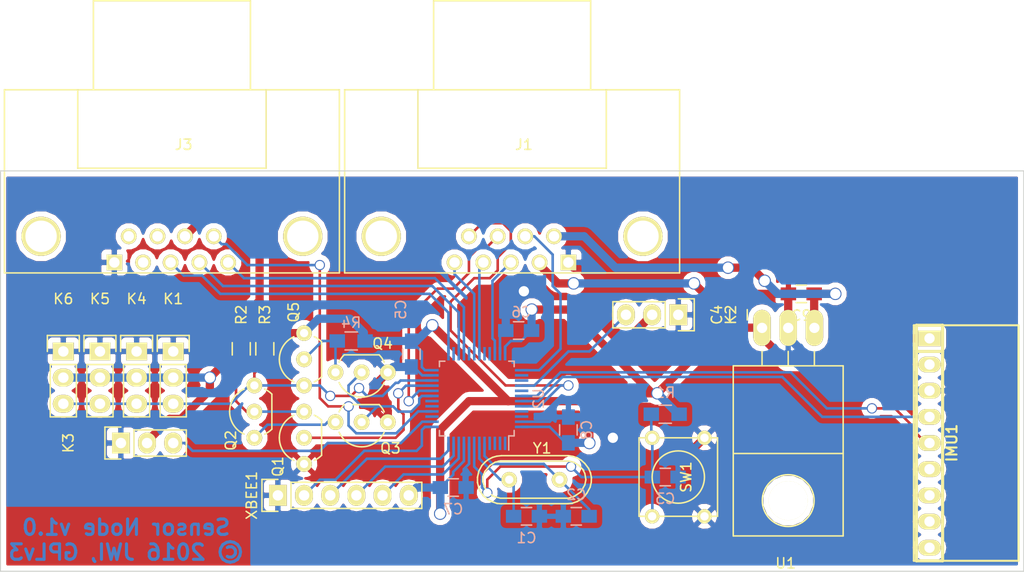
<source format=kicad_pcb>
(kicad_pcb (version 4) (host pcbnew 4.0.2+dfsg1-stable)

  (general
    (links 95)
    (no_connects 0)
    (area 58.369999 42.875999 157.784001 81.838001)
    (thickness 1.6)
    (drawings 10)
    (tracks 359)
    (zones 0)
    (modules 32)
    (nets 31)
  )

  (page A4)
  (layers
    (0 F.Cu signal)
    (31 B.Cu signal)
    (32 B.Adhes user)
    (33 F.Adhes user)
    (34 B.Paste user)
    (35 F.Paste user)
    (36 B.SilkS user)
    (37 F.SilkS user)
    (38 B.Mask user)
    (39 F.Mask user)
    (40 Dwgs.User user)
    (41 Cmts.User user)
    (42 Eco1.User user)
    (43 Eco2.User user)
    (44 Edge.Cuts user)
    (45 Margin user)
    (46 B.CrtYd user)
    (47 F.CrtYd user)
    (48 B.Fab user)
    (49 F.Fab user)
  )

  (setup
    (last_trace_width 0.25)
    (user_trace_width 0.25)
    (user_trace_width 0.8)
    (trace_clearance 0.2)
    (zone_clearance 0.508)
    (zone_45_only yes)
    (trace_min 0.2)
    (segment_width 0.2)
    (edge_width 0.1)
    (via_size 1)
    (via_drill 0.8)
    (via_min_size 0.4)
    (via_min_drill 0.3)
    (user_via 1 0.8)
    (user_via 1.2 1)
    (uvia_size 0.3)
    (uvia_drill 0.1)
    (uvias_allowed no)
    (uvia_min_size 0.2)
    (uvia_min_drill 0.1)
    (pcb_text_width 0.3)
    (pcb_text_size 1.5 1.5)
    (mod_edge_width 0.15)
    (mod_text_size 1 1)
    (mod_text_width 0.15)
    (pad_size 1.5 1.5)
    (pad_drill 0.6)
    (pad_to_mask_clearance 0)
    (aux_axis_origin 0 0)
    (visible_elements FFFFFF7F)
    (pcbplotparams
      (layerselection 0x00030_80000001)
      (usegerberextensions false)
      (excludeedgelayer true)
      (linewidth 0.100000)
      (plotframeref false)
      (viasonmask false)
      (mode 1)
      (useauxorigin false)
      (hpglpennumber 1)
      (hpglpenspeed 20)
      (hpglpendiameter 15)
      (hpglpenoverlay 2)
      (psnegative false)
      (psa4output false)
      (plotreference true)
      (plotvalue true)
      (plotinvisibletext false)
      (padsonsilk false)
      (subtractmaskfromsilk false)
      (outputformat 1)
      (mirror false)
      (drillshape 1)
      (scaleselection 1)
      (outputdirectory ""))
  )

  (net 0 "")
  (net 1 "/Sensor Block/XTAL1")
  (net 2 GND)
  (net 3 "/Sensor Block/XTAL2")
  (net 4 "/Sensor Block/RESET")
  (net 5 +3V3)
  (net 6 +5V)
  (net 7 "/Sensor Block/SWDIO")
  (net 8 "/Sensor Block/USART1_RX")
  (net 9 "/Sensor Block/USART1_TX")
  (net 10 "/Sensor Block/BOOT0")
  (net 11 "/Sensor Block/BOOT1")
  (net 12 "/Sensor Block/SWCLK")
  (net 13 "/Sensor Block/LIGHT1_EN")
  (net 14 "/Sensor Block/LIGHT1_SEL2")
  (net 15 "/Sensor Block/LIGHT1_SEL3")
  (net 16 "/Sensor Block/LIGHT1_FREQ")
  (net 17 "/Sensor Block/USART To OneWire/ONEWIRE_BUS")
  (net 18 "/Sensor Block/DHT_BUS")
  (net 19 "/Sensor Block/NOISE_LEVEL")
  (net 20 "/Sensor Block/XBEE_RX")
  (net 21 "/Sensor Block/XBEE_TX")
  (net 22 "/Sensor Block/XBEE_RTS")
  (net 23 "/Sensor Block/XBEE_CTS")
  (net 24 "/Sensor Block/USART To OneWire/USART_TX")
  (net 25 "Net-(Q1-Pad3)")
  (net 26 "Net-(Q2-Pad1)")
  (net 27 "/Sensor Block/USART To OneWire/DATA_EN")
  (net 28 "Net-(Q4-Pad3)")
  (net 29 "/Sensor Block/IMU_SDA")
  (net 30 "/Sensor Block/IMU_SCL")

  (net_class Default "This is the default net class."
    (clearance 0.2)
    (trace_width 0.25)
    (via_dia 1)
    (via_drill 0.8)
    (uvia_dia 0.3)
    (uvia_drill 0.1)
    (add_net "/Sensor Block/BOOT0")
    (add_net "/Sensor Block/BOOT1")
    (add_net "/Sensor Block/DHT_BUS")
    (add_net "/Sensor Block/IMU_SCL")
    (add_net "/Sensor Block/IMU_SDA")
    (add_net "/Sensor Block/LIGHT1_EN")
    (add_net "/Sensor Block/LIGHT1_FREQ")
    (add_net "/Sensor Block/LIGHT1_SEL2")
    (add_net "/Sensor Block/LIGHT1_SEL3")
    (add_net "/Sensor Block/NOISE_LEVEL")
    (add_net "/Sensor Block/RESET")
    (add_net "/Sensor Block/SWCLK")
    (add_net "/Sensor Block/SWDIO")
    (add_net "/Sensor Block/USART To OneWire/DATA_EN")
    (add_net "/Sensor Block/USART To OneWire/ONEWIRE_BUS")
    (add_net "/Sensor Block/USART To OneWire/USART_TX")
    (add_net "/Sensor Block/USART1_RX")
    (add_net "/Sensor Block/USART1_TX")
    (add_net "/Sensor Block/XBEE_CTS")
    (add_net "/Sensor Block/XBEE_RTS")
    (add_net "/Sensor Block/XBEE_RX")
    (add_net "/Sensor Block/XBEE_TX")
    (add_net "/Sensor Block/XTAL1")
    (add_net "/Sensor Block/XTAL2")
    (add_net "Net-(Q1-Pad3)")
    (add_net "Net-(Q2-Pad1)")
    (add_net "Net-(Q4-Pad3)")
  )

  (net_class Power ""
    (clearance 0.2)
    (trace_width 0.8)
    (via_dia 1.2)
    (via_drill 1)
    (uvia_dia 0.3)
    (uvia_drill 0.1)
    (add_net +3V3)
    (add_net +5V)
    (add_net GND)
  )

  (module w_pin_strip:pin_socket_9 (layer F.Cu) (tedit 0) (tstamp 577FC59E)
    (at 148.59 69.342 270)
    (descr "Pin socket 9pin")
    (tags "CONN DEV")
    (path /57791A0A/577FC8E8)
    (fp_text reference IMU1 (at 0 -2.159 270) (layer F.SilkS)
      (effects (font (size 1.016 1.016) (thickness 0.2032)))
    )
    (fp_text value IMU (at 0.254 -3.556 270) (layer F.SilkS) hide
      (effects (font (size 1.016 0.889) (thickness 0.2032)))
    )
    (fp_line (start -8.89 -1.27) (end -8.89 1.27) (layer F.SilkS) (width 0.3048))
    (fp_line (start -11.43 -1.27) (end 11.43 -1.27) (layer F.SilkS) (width 0.3048))
    (fp_line (start 11.43 -1.27) (end 11.43 1.27) (layer F.SilkS) (width 0.3048))
    (fp_line (start 11.43 1.27) (end -11.43 1.27) (layer F.SilkS) (width 0.3048))
    (fp_line (start -11.43 1.27) (end -11.43 -1.27) (layer F.SilkS) (width 0.3048))
    (pad 1 thru_hole rect (at -10.16 0 270) (size 1.524 2.19964) (drill 1.00076) (layers *.Cu *.Mask F.SilkS)
      (net 5 +3V3))
    (pad 2 thru_hole oval (at -7.62 0 270) (size 1.524 2.19964) (drill 1.00076) (layers *.Cu *.Mask F.SilkS))
    (pad 3 thru_hole oval (at -5.08 0 270) (size 1.524 2.19964) (drill 1.00076) (layers *.Cu *.Mask F.SilkS)
      (net 2 GND))
    (pad 4 thru_hole oval (at -2.54 0 270) (size 1.524 2.19964) (drill 1.00076) (layers *.Cu *.Mask F.SilkS)
      (net 29 "/Sensor Block/IMU_SDA"))
    (pad 5 thru_hole oval (at 0 0 270) (size 1.524 2.19964) (drill 1.00076) (layers *.Cu *.Mask F.SilkS)
      (net 30 "/Sensor Block/IMU_SCL"))
    (pad 6 thru_hole oval (at 2.54 0 270) (size 1.524 2.19964) (drill 1.00076) (layers *.Cu *.Mask F.SilkS))
    (pad 7 thru_hole oval (at 5.08 0 270) (size 1.524 2.19964) (drill 1.00076) (layers *.Cu *.Mask F.SilkS))
    (pad 8 thru_hole oval (at 7.62 0 270) (size 1.524 2.19964) (drill 1.00076) (layers *.Cu *.Mask F.SilkS))
    (pad 9 thru_hole oval (at 10.16 0 270) (size 1.524 2.19964) (drill 1.00076) (layers *.Cu *.Mask F.SilkS))
    (model walter/pin_strip/pin_socket_9.wrl
      (at (xyz 0 0 0))
      (scale (xyz 1 1 1))
      (rotate (xyz 0 0 0))
    )
  )

  (module Crystals:Crystal_HC49-U_Vertical (layer F.Cu) (tedit 577D4C10) (tstamp 577D4311)
    (at 110.236 72.898)
    (descr "Crystal, Quarz, HC49/U, vertical, stehend,")
    (tags "Crystal, Quarz, HC49/U, vertical, stehend,")
    (path /57791A0A/57793CAC)
    (fp_text reference Y1 (at 0.762 -3.048) (layer F.SilkS)
      (effects (font (size 1 1) (thickness 0.15)))
    )
    (fp_text value 24MHz (at 0 3.81) (layer F.Fab)
      (effects (font (size 1 1) (thickness 0.15)))
    )
    (fp_line (start 4.699 -1.00076) (end 4.89966 -0.59944) (layer F.SilkS) (width 0.15))
    (fp_line (start 4.89966 -0.59944) (end 5.00126 0) (layer F.SilkS) (width 0.15))
    (fp_line (start 5.00126 0) (end 4.89966 0.50038) (layer F.SilkS) (width 0.15))
    (fp_line (start 4.89966 0.50038) (end 4.50088 1.19888) (layer F.SilkS) (width 0.15))
    (fp_line (start 4.50088 1.19888) (end 3.8989 1.6002) (layer F.SilkS) (width 0.15))
    (fp_line (start 3.8989 1.6002) (end 3.29946 1.80086) (layer F.SilkS) (width 0.15))
    (fp_line (start 3.29946 1.80086) (end -3.29946 1.80086) (layer F.SilkS) (width 0.15))
    (fp_line (start -3.29946 1.80086) (end -4.0005 1.6002) (layer F.SilkS) (width 0.15))
    (fp_line (start -4.0005 1.6002) (end -4.39928 1.30048) (layer F.SilkS) (width 0.15))
    (fp_line (start -4.39928 1.30048) (end -4.8006 0.8001) (layer F.SilkS) (width 0.15))
    (fp_line (start -4.8006 0.8001) (end -5.00126 0.20066) (layer F.SilkS) (width 0.15))
    (fp_line (start -5.00126 0.20066) (end -5.00126 -0.29972) (layer F.SilkS) (width 0.15))
    (fp_line (start -5.00126 -0.29972) (end -4.8006 -0.8001) (layer F.SilkS) (width 0.15))
    (fp_line (start -4.8006 -0.8001) (end -4.30022 -1.39954) (layer F.SilkS) (width 0.15))
    (fp_line (start -4.30022 -1.39954) (end -3.79984 -1.69926) (layer F.SilkS) (width 0.15))
    (fp_line (start -3.79984 -1.69926) (end -3.29946 -1.80086) (layer F.SilkS) (width 0.15))
    (fp_line (start -3.2004 -1.80086) (end 3.40106 -1.80086) (layer F.SilkS) (width 0.15))
    (fp_line (start 3.40106 -1.80086) (end 3.79984 -1.69926) (layer F.SilkS) (width 0.15))
    (fp_line (start 3.79984 -1.69926) (end 4.30022 -1.39954) (layer F.SilkS) (width 0.15))
    (fp_line (start 4.30022 -1.39954) (end 4.8006 -0.89916) (layer F.SilkS) (width 0.15))
    (fp_line (start -3.19024 -2.32918) (end -3.64998 -2.28092) (layer F.SilkS) (width 0.15))
    (fp_line (start -3.64998 -2.28092) (end -4.04876 -2.16916) (layer F.SilkS) (width 0.15))
    (fp_line (start -4.04876 -2.16916) (end -4.48056 -1.95072) (layer F.SilkS) (width 0.15))
    (fp_line (start -4.48056 -1.95072) (end -4.77012 -1.71958) (layer F.SilkS) (width 0.15))
    (fp_line (start -4.77012 -1.71958) (end -5.10032 -1.36906) (layer F.SilkS) (width 0.15))
    (fp_line (start -5.10032 -1.36906) (end -5.38988 -0.83058) (layer F.SilkS) (width 0.15))
    (fp_line (start -5.38988 -0.83058) (end -5.51942 -0.23114) (layer F.SilkS) (width 0.15))
    (fp_line (start -5.51942 -0.23114) (end -5.51942 0.2794) (layer F.SilkS) (width 0.15))
    (fp_line (start -5.51942 0.2794) (end -5.34924 0.98044) (layer F.SilkS) (width 0.15))
    (fp_line (start -5.34924 0.98044) (end -4.95046 1.56972) (layer F.SilkS) (width 0.15))
    (fp_line (start -4.95046 1.56972) (end -4.49072 1.94056) (layer F.SilkS) (width 0.15))
    (fp_line (start -4.49072 1.94056) (end -4.06908 2.14884) (layer F.SilkS) (width 0.15))
    (fp_line (start -4.06908 2.14884) (end -3.6195 2.30886) (layer F.SilkS) (width 0.15))
    (fp_line (start -3.6195 2.30886) (end -3.18008 2.33934) (layer F.SilkS) (width 0.15))
    (fp_line (start 4.16052 2.1209) (end 4.53898 1.89992) (layer F.SilkS) (width 0.15))
    (fp_line (start 4.53898 1.89992) (end 4.85902 1.62052) (layer F.SilkS) (width 0.15))
    (fp_line (start 4.85902 1.62052) (end 5.11048 1.29032) (layer F.SilkS) (width 0.15))
    (fp_line (start 5.11048 1.29032) (end 5.4102 0.73914) (layer F.SilkS) (width 0.15))
    (fp_line (start 5.4102 0.73914) (end 5.51942 0.26924) (layer F.SilkS) (width 0.15))
    (fp_line (start 5.51942 0.26924) (end 5.53974 -0.1905) (layer F.SilkS) (width 0.15))
    (fp_line (start 5.53974 -0.1905) (end 5.45084 -0.65024) (layer F.SilkS) (width 0.15))
    (fp_line (start 5.45084 -0.65024) (end 5.26034 -1.09982) (layer F.SilkS) (width 0.15))
    (fp_line (start 5.26034 -1.09982) (end 4.89966 -1.56972) (layer F.SilkS) (width 0.15))
    (fp_line (start 4.89966 -1.56972) (end 4.54914 -1.88976) (layer F.SilkS) (width 0.15))
    (fp_line (start 4.54914 -1.88976) (end 4.16052 -2.1209) (layer F.SilkS) (width 0.15))
    (fp_line (start 4.16052 -2.1209) (end 3.73126 -2.2606) (layer F.SilkS) (width 0.15))
    (fp_line (start 3.73126 -2.2606) (end 3.2893 -2.32918) (layer F.SilkS) (width 0.15))
    (fp_line (start -3.2004 2.32918) (end 3.2512 2.32918) (layer F.SilkS) (width 0.15))
    (fp_line (start 3.2512 2.32918) (end 3.6703 2.29108) (layer F.SilkS) (width 0.15))
    (fp_line (start 3.6703 2.29108) (end 4.16052 2.1209) (layer F.SilkS) (width 0.15))
    (fp_line (start -3.2004 -2.32918) (end 3.2512 -2.32918) (layer F.SilkS) (width 0.15))
    (pad 1 thru_hole circle (at -2.44094 0) (size 1.50114 1.50114) (drill 0.8001) (layers *.Cu *.Mask F.SilkS)
      (net 1 "/Sensor Block/XTAL1"))
    (pad 2 thru_hole circle (at 2.44094 0) (size 1.50114 1.50114) (drill 0.8001) (layers *.Cu *.Mask F.SilkS)
      (net 3 "/Sensor Block/XTAL2"))
  )

  (module Connect:DB9MC (layer F.Cu) (tedit 0) (tstamp 577D423A)
    (at 107.95 50.546)
    (descr "Connecteur DB9 male couche")
    (tags "CONN DB9")
    (path /57791A0A/577A4D7B)
    (fp_text reference J1 (at 1.27 -10.16) (layer F.SilkS)
      (effects (font (size 1 1) (thickness 0.15)))
    )
    (fp_text value DB9 (at 1.27 -3.81) (layer F.Fab)
      (effects (font (size 1 1) (thickness 0.15)))
    )
    (fp_line (start -16.129 2.286) (end 16.383 2.286) (layer F.SilkS) (width 0.15))
    (fp_line (start 16.383 2.286) (end 16.383 -15.494) (layer F.SilkS) (width 0.15))
    (fp_line (start 16.383 -15.494) (end -16.129 -15.494) (layer F.SilkS) (width 0.15))
    (fp_line (start -16.129 -15.494) (end -16.129 2.286) (layer F.SilkS) (width 0.15))
    (fp_line (start -9.017 -15.494) (end -9.017 -7.874) (layer F.SilkS) (width 0.15))
    (fp_line (start -9.017 -7.874) (end 9.271 -7.874) (layer F.SilkS) (width 0.15))
    (fp_line (start 9.271 -7.874) (end 9.271 -15.494) (layer F.SilkS) (width 0.15))
    (fp_line (start -7.493 -15.494) (end -7.493 -24.13) (layer F.SilkS) (width 0.15))
    (fp_line (start -7.493 -24.13) (end 7.747 -24.13) (layer F.SilkS) (width 0.15))
    (fp_line (start 7.747 -24.13) (end 7.747 -15.494) (layer F.SilkS) (width 0.15))
    (pad "" thru_hole circle (at 12.827 -1.27) (size 3.81 3.81) (drill 3.048) (layers *.Cu *.Mask F.SilkS))
    (pad "" thru_hole circle (at -12.573 -1.27) (size 3.81 3.81) (drill 3.048) (layers *.Cu *.Mask F.SilkS))
    (pad 1 thru_hole rect (at 5.588 1.27) (size 1.524 1.524) (drill 1.016) (layers *.Cu *.Mask F.SilkS)
      (net 2 GND))
    (pad 2 thru_hole circle (at 2.794 1.27) (size 1.524 1.524) (drill 1.016) (layers *.Cu *.Mask F.SilkS)
      (net 5 +3V3))
    (pad 3 thru_hole circle (at 0 1.27) (size 1.524 1.524) (drill 1.016) (layers *.Cu *.Mask F.SilkS)
      (net 7 "/Sensor Block/SWDIO"))
    (pad 4 thru_hole circle (at -2.667 1.27) (size 1.524 1.524) (drill 1.016) (layers *.Cu *.Mask F.SilkS)
      (net 8 "/Sensor Block/USART1_RX"))
    (pad 5 thru_hole circle (at -5.461 1.27) (size 1.524 1.524) (drill 1.016) (layers *.Cu *.Mask F.SilkS)
      (net 9 "/Sensor Block/USART1_TX"))
    (pad 9 thru_hole circle (at -4.064 -1.27) (size 1.524 1.524) (drill 1.016) (layers *.Cu *.Mask F.SilkS)
      (net 10 "/Sensor Block/BOOT0"))
    (pad 8 thru_hole circle (at -1.27 -1.27) (size 1.524 1.524) (drill 1.016) (layers *.Cu *.Mask F.SilkS)
      (net 11 "/Sensor Block/BOOT1"))
    (pad 7 thru_hole circle (at 1.397 -1.27) (size 1.524 1.524) (drill 1.016) (layers *.Cu *.Mask F.SilkS)
      (net 12 "/Sensor Block/SWCLK"))
    (pad 6 thru_hole circle (at 4.191 -1.27) (size 1.524 1.524) (drill 1.016) (layers *.Cu *.Mask F.SilkS)
      (net 6 +5V))
    (model Connect.3dshapes/DB9MC.wrl
      (at (xyz 0 0 0))
      (scale (xyz 1 1 1))
      (rotate (xyz 0 0 0))
    )
  )

  (module Capacitors_SMD:C_0805_HandSoldering (layer B.Cu) (tedit 541A9B8D) (tstamp 577D41FB)
    (at 109.474 76.454)
    (descr "Capacitor SMD 0805, hand soldering")
    (tags "capacitor 0805")
    (path /57791A0A/57793FB4)
    (attr smd)
    (fp_text reference C1 (at 0 2.1) (layer B.SilkS)
      (effects (font (size 1 1) (thickness 0.15)) (justify mirror))
    )
    (fp_text value 56p (at 0 -2.1) (layer B.Fab)
      (effects (font (size 1 1) (thickness 0.15)) (justify mirror))
    )
    (fp_line (start -2.3 1) (end 2.3 1) (layer B.CrtYd) (width 0.05))
    (fp_line (start -2.3 -1) (end 2.3 -1) (layer B.CrtYd) (width 0.05))
    (fp_line (start -2.3 1) (end -2.3 -1) (layer B.CrtYd) (width 0.05))
    (fp_line (start 2.3 1) (end 2.3 -1) (layer B.CrtYd) (width 0.05))
    (fp_line (start 0.5 0.85) (end -0.5 0.85) (layer B.SilkS) (width 0.15))
    (fp_line (start -0.5 -0.85) (end 0.5 -0.85) (layer B.SilkS) (width 0.15))
    (pad 1 smd rect (at -1.25 0) (size 1.5 1.25) (layers B.Cu B.Paste B.Mask)
      (net 1 "/Sensor Block/XTAL1"))
    (pad 2 smd rect (at 1.25 0) (size 1.5 1.25) (layers B.Cu B.Paste B.Mask)
      (net 2 GND))
    (model Capacitors_SMD.3dshapes/C_0805_HandSoldering.wrl
      (at (xyz 0 0 0))
      (scale (xyz 1 1 1))
      (rotate (xyz 0 0 0))
    )
  )

  (module Capacitors_SMD:C_0805_HandSoldering (layer B.Cu) (tedit 541A9B8D) (tstamp 577D4201)
    (at 114.3 76.454 180)
    (descr "Capacitor SMD 0805, hand soldering")
    (tags "capacitor 0805")
    (path /57791A0A/57793E97)
    (attr smd)
    (fp_text reference C2 (at 0 2.1 180) (layer B.SilkS)
      (effects (font (size 1 1) (thickness 0.15)) (justify mirror))
    )
    (fp_text value 56p (at 0 -2.1 180) (layer B.Fab)
      (effects (font (size 1 1) (thickness 0.15)) (justify mirror))
    )
    (fp_line (start -2.3 1) (end 2.3 1) (layer B.CrtYd) (width 0.05))
    (fp_line (start -2.3 -1) (end 2.3 -1) (layer B.CrtYd) (width 0.05))
    (fp_line (start -2.3 1) (end -2.3 -1) (layer B.CrtYd) (width 0.05))
    (fp_line (start 2.3 1) (end 2.3 -1) (layer B.CrtYd) (width 0.05))
    (fp_line (start 0.5 0.85) (end -0.5 0.85) (layer B.SilkS) (width 0.15))
    (fp_line (start -0.5 -0.85) (end 0.5 -0.85) (layer B.SilkS) (width 0.15))
    (pad 1 smd rect (at -1.25 0 180) (size 1.5 1.25) (layers B.Cu B.Paste B.Mask)
      (net 3 "/Sensor Block/XTAL2"))
    (pad 2 smd rect (at 1.25 0 180) (size 1.5 1.25) (layers B.Cu B.Paste B.Mask)
      (net 2 GND))
    (model Capacitors_SMD.3dshapes/C_0805_HandSoldering.wrl
      (at (xyz 0 0 0))
      (scale (xyz 1 1 1))
      (rotate (xyz 0 0 0))
    )
  )

  (module Capacitors_SMD:C_0805_HandSoldering (layer B.Cu) (tedit 541A9B8D) (tstamp 577D4207)
    (at 122.936 72.644)
    (descr "Capacitor SMD 0805, hand soldering")
    (tags "capacitor 0805")
    (path /57791A0A/577925DE)
    (attr smd)
    (fp_text reference C3 (at 0 2.1) (layer B.SilkS)
      (effects (font (size 1 1) (thickness 0.15)) (justify mirror))
    )
    (fp_text value 100n (at 0 -2.1) (layer B.Fab)
      (effects (font (size 1 1) (thickness 0.15)) (justify mirror))
    )
    (fp_line (start -2.3 1) (end 2.3 1) (layer B.CrtYd) (width 0.05))
    (fp_line (start -2.3 -1) (end 2.3 -1) (layer B.CrtYd) (width 0.05))
    (fp_line (start -2.3 1) (end -2.3 -1) (layer B.CrtYd) (width 0.05))
    (fp_line (start 2.3 1) (end 2.3 -1) (layer B.CrtYd) (width 0.05))
    (fp_line (start 0.5 0.85) (end -0.5 0.85) (layer B.SilkS) (width 0.15))
    (fp_line (start -0.5 -0.85) (end 0.5 -0.85) (layer B.SilkS) (width 0.15))
    (pad 1 smd rect (at -1.25 0) (size 1.5 1.25) (layers B.Cu B.Paste B.Mask)
      (net 4 "/Sensor Block/RESET"))
    (pad 2 smd rect (at 1.25 0) (size 1.5 1.25) (layers B.Cu B.Paste B.Mask)
      (net 2 GND))
    (model Capacitors_SMD.3dshapes/C_0805_HandSoldering.wrl
      (at (xyz 0 0 0))
      (scale (xyz 1 1 1))
      (rotate (xyz 0 0 0))
    )
  )

  (module Capacitors_SMD:C_0805_HandSoldering (layer F.Cu) (tedit 541A9B8D) (tstamp 577D420D)
    (at 130.048 56.896 90)
    (descr "Capacitor SMD 0805, hand soldering")
    (tags "capacitor 0805")
    (path /57791A0A/577A5B5B)
    (attr smd)
    (fp_text reference C4 (at 0 -2.1 90) (layer F.SilkS)
      (effects (font (size 1 1) (thickness 0.15)))
    )
    (fp_text value 10u (at 0 2.1 90) (layer F.Fab)
      (effects (font (size 1 1) (thickness 0.15)))
    )
    (fp_line (start -2.3 -1) (end 2.3 -1) (layer F.CrtYd) (width 0.05))
    (fp_line (start -2.3 1) (end 2.3 1) (layer F.CrtYd) (width 0.05))
    (fp_line (start -2.3 -1) (end -2.3 1) (layer F.CrtYd) (width 0.05))
    (fp_line (start 2.3 -1) (end 2.3 1) (layer F.CrtYd) (width 0.05))
    (fp_line (start 0.5 -0.85) (end -0.5 -0.85) (layer F.SilkS) (width 0.15))
    (fp_line (start -0.5 0.85) (end 0.5 0.85) (layer F.SilkS) (width 0.15))
    (pad 1 smd rect (at -1.25 0 90) (size 1.5 1.25) (layers F.Cu F.Paste F.Mask)
      (net 5 +3V3))
    (pad 2 smd rect (at 1.25 0 90) (size 1.5 1.25) (layers F.Cu F.Paste F.Mask)
      (net 2 GND))
    (model Capacitors_SMD.3dshapes/C_0805_HandSoldering.wrl
      (at (xyz 0 0 0))
      (scale (xyz 1 1 1))
      (rotate (xyz 0 0 0))
    )
  )

  (module Capacitors_SMD:C_0805_HandSoldering (layer B.Cu) (tedit 577D4C1D) (tstamp 577D4213)
    (at 98.298 60.706 270)
    (descr "Capacitor SMD 0805, hand soldering")
    (tags "capacitor 0805")
    (path /57791A0A/577A5CBC)
    (attr smd)
    (fp_text reference C5 (at -4.318 1.016 270) (layer B.SilkS)
      (effects (font (size 1 1) (thickness 0.15)) (justify mirror))
    )
    (fp_text value 100n (at 0 -2.1 270) (layer B.Fab)
      (effects (font (size 1 1) (thickness 0.15)) (justify mirror))
    )
    (fp_line (start -2.3 1) (end 2.3 1) (layer B.CrtYd) (width 0.05))
    (fp_line (start -2.3 -1) (end 2.3 -1) (layer B.CrtYd) (width 0.05))
    (fp_line (start -2.3 1) (end -2.3 -1) (layer B.CrtYd) (width 0.05))
    (fp_line (start 2.3 1) (end 2.3 -1) (layer B.CrtYd) (width 0.05))
    (fp_line (start 0.5 0.85) (end -0.5 0.85) (layer B.SilkS) (width 0.15))
    (fp_line (start -0.5 -0.85) (end 0.5 -0.85) (layer B.SilkS) (width 0.15))
    (pad 1 smd rect (at -1.25 0 270) (size 1.5 1.25) (layers B.Cu B.Paste B.Mask)
      (net 5 +3V3))
    (pad 2 smd rect (at 1.25 0 270) (size 1.5 1.25) (layers B.Cu B.Paste B.Mask)
      (net 2 GND))
    (model Capacitors_SMD.3dshapes/C_0805_HandSoldering.wrl
      (at (xyz 0 0 0))
      (scale (xyz 1 1 1))
      (rotate (xyz 0 0 0))
    )
  )

  (module Capacitors_SMD:C_0805_HandSoldering (layer B.Cu) (tedit 577D4C14) (tstamp 577D4219)
    (at 108.712 58.42 180)
    (descr "Capacitor SMD 0805, hand soldering")
    (tags "capacitor 0805")
    (path /57791A0A/577A876A)
    (attr smd)
    (fp_text reference C6 (at -0.254 1.778 180) (layer B.SilkS)
      (effects (font (size 1 1) (thickness 0.15)) (justify mirror))
    )
    (fp_text value 100n (at 0 -2.1 180) (layer B.Fab)
      (effects (font (size 1 1) (thickness 0.15)) (justify mirror))
    )
    (fp_line (start -2.3 1) (end 2.3 1) (layer B.CrtYd) (width 0.05))
    (fp_line (start -2.3 -1) (end 2.3 -1) (layer B.CrtYd) (width 0.05))
    (fp_line (start -2.3 1) (end -2.3 -1) (layer B.CrtYd) (width 0.05))
    (fp_line (start 2.3 1) (end 2.3 -1) (layer B.CrtYd) (width 0.05))
    (fp_line (start 0.5 0.85) (end -0.5 0.85) (layer B.SilkS) (width 0.15))
    (fp_line (start -0.5 -0.85) (end 0.5 -0.85) (layer B.SilkS) (width 0.15))
    (pad 1 smd rect (at -1.25 0 180) (size 1.5 1.25) (layers B.Cu B.Paste B.Mask)
      (net 5 +3V3))
    (pad 2 smd rect (at 1.25 0 180) (size 1.5 1.25) (layers B.Cu B.Paste B.Mask)
      (net 2 GND))
    (model Capacitors_SMD.3dshapes/C_0805_HandSoldering.wrl
      (at (xyz 0 0 0))
      (scale (xyz 1 1 1))
      (rotate (xyz 0 0 0))
    )
  )

  (module Capacitors_SMD:C_0805_HandSoldering (layer B.Cu) (tedit 541A9B8D) (tstamp 577D421F)
    (at 102.362 73.66)
    (descr "Capacitor SMD 0805, hand soldering")
    (tags "capacitor 0805")
    (path /57791A0A/577A8473)
    (attr smd)
    (fp_text reference C7 (at 0 2.1) (layer B.SilkS)
      (effects (font (size 1 1) (thickness 0.15)) (justify mirror))
    )
    (fp_text value 100n (at 0 -2.1) (layer B.Fab)
      (effects (font (size 1 1) (thickness 0.15)) (justify mirror))
    )
    (fp_line (start -2.3 1) (end 2.3 1) (layer B.CrtYd) (width 0.05))
    (fp_line (start -2.3 -1) (end 2.3 -1) (layer B.CrtYd) (width 0.05))
    (fp_line (start -2.3 1) (end -2.3 -1) (layer B.CrtYd) (width 0.05))
    (fp_line (start 2.3 1) (end 2.3 -1) (layer B.CrtYd) (width 0.05))
    (fp_line (start 0.5 0.85) (end -0.5 0.85) (layer B.SilkS) (width 0.15))
    (fp_line (start -0.5 -0.85) (end 0.5 -0.85) (layer B.SilkS) (width 0.15))
    (pad 1 smd rect (at -1.25 0) (size 1.5 1.25) (layers B.Cu B.Paste B.Mask)
      (net 5 +3V3))
    (pad 2 smd rect (at 1.25 0) (size 1.5 1.25) (layers B.Cu B.Paste B.Mask)
      (net 2 GND))
    (model Capacitors_SMD.3dshapes/C_0805_HandSoldering.wrl
      (at (xyz 0 0 0))
      (scale (xyz 1 1 1))
      (rotate (xyz 0 0 0))
    )
  )

  (module Capacitors_SMD:C_0805_HandSoldering (layer B.Cu) (tedit 577D4C12) (tstamp 577D4225)
    (at 113.538 68.072 90)
    (descr "Capacitor SMD 0805, hand soldering")
    (tags "capacitor 0805")
    (path /57791A0A/577A877C)
    (attr smd)
    (fp_text reference C8 (at 0 1.778 90) (layer B.SilkS)
      (effects (font (size 1 1) (thickness 0.15)) (justify mirror))
    )
    (fp_text value 100n (at 0 -2.1 90) (layer B.Fab)
      (effects (font (size 1 1) (thickness 0.15)) (justify mirror))
    )
    (fp_line (start -2.3 1) (end 2.3 1) (layer B.CrtYd) (width 0.05))
    (fp_line (start -2.3 -1) (end 2.3 -1) (layer B.CrtYd) (width 0.05))
    (fp_line (start -2.3 1) (end -2.3 -1) (layer B.CrtYd) (width 0.05))
    (fp_line (start 2.3 1) (end 2.3 -1) (layer B.CrtYd) (width 0.05))
    (fp_line (start 0.5 0.85) (end -0.5 0.85) (layer B.SilkS) (width 0.15))
    (fp_line (start -0.5 -0.85) (end 0.5 -0.85) (layer B.SilkS) (width 0.15))
    (pad 1 smd rect (at -1.25 0 90) (size 1.5 1.25) (layers B.Cu B.Paste B.Mask)
      (net 5 +3V3))
    (pad 2 smd rect (at 1.25 0 90) (size 1.5 1.25) (layers B.Cu B.Paste B.Mask)
      (net 2 GND))
    (model Capacitors_SMD.3dshapes/C_0805_HandSoldering.wrl
      (at (xyz 0 0 0))
      (scale (xyz 1 1 1))
      (rotate (xyz 0 0 0))
    )
  )

  (module Capacitors_SMD:C_0805_HandSoldering (layer F.Cu) (tedit 541A9B8D) (tstamp 577D422B)
    (at 136.144 54.864 180)
    (descr "Capacitor SMD 0805, hand soldering")
    (tags "capacitor 0805")
    (path /57791A0A/577C15ED)
    (attr smd)
    (fp_text reference C9 (at 0 -2.1 180) (layer F.SilkS)
      (effects (font (size 1 1) (thickness 0.15)))
    )
    (fp_text value 10u (at 0 2.1 180) (layer F.Fab)
      (effects (font (size 1 1) (thickness 0.15)))
    )
    (fp_line (start -2.3 -1) (end 2.3 -1) (layer F.CrtYd) (width 0.05))
    (fp_line (start -2.3 1) (end 2.3 1) (layer F.CrtYd) (width 0.05))
    (fp_line (start -2.3 -1) (end -2.3 1) (layer F.CrtYd) (width 0.05))
    (fp_line (start 2.3 -1) (end 2.3 1) (layer F.CrtYd) (width 0.05))
    (fp_line (start 0.5 -0.85) (end -0.5 -0.85) (layer F.SilkS) (width 0.15))
    (fp_line (start -0.5 0.85) (end 0.5 0.85) (layer F.SilkS) (width 0.15))
    (pad 1 smd rect (at -1.25 0 180) (size 1.5 1.25) (layers F.Cu F.Paste F.Mask)
      (net 6 +5V))
    (pad 2 smd rect (at 1.25 0 180) (size 1.5 1.25) (layers F.Cu F.Paste F.Mask)
      (net 2 GND))
    (model Capacitors_SMD.3dshapes/C_0805_HandSoldering.wrl
      (at (xyz 0 0 0))
      (scale (xyz 1 1 1))
      (rotate (xyz 0 0 0))
    )
  )

  (module Connect:DB9FC (layer F.Cu) (tedit 0) (tstamp 577D4258)
    (at 74.93 50.546)
    (descr "Connecteur DB9 femelle couche")
    (tags "CONN DB9")
    (path /57791A0A/577D321B)
    (fp_text reference J3 (at 1.27 -10.16) (layer F.SilkS)
      (effects (font (size 1 1) (thickness 0.15)))
    )
    (fp_text value DB9 (at 1.27 -3.81) (layer F.Fab)
      (effects (font (size 1 1) (thickness 0.15)))
    )
    (fp_line (start -16.129 2.286) (end 16.383 2.286) (layer F.SilkS) (width 0.15))
    (fp_line (start 16.383 2.286) (end 16.383 -15.494) (layer F.SilkS) (width 0.15))
    (fp_line (start 16.383 -15.494) (end -16.129 -15.494) (layer F.SilkS) (width 0.15))
    (fp_line (start -16.129 -15.494) (end -16.129 2.286) (layer F.SilkS) (width 0.15))
    (fp_line (start -9.017 -15.494) (end -9.017 -7.874) (layer F.SilkS) (width 0.15))
    (fp_line (start -9.017 -7.874) (end 9.271 -7.874) (layer F.SilkS) (width 0.15))
    (fp_line (start 9.271 -7.874) (end 9.271 -15.494) (layer F.SilkS) (width 0.15))
    (fp_line (start -7.493 -15.494) (end -7.493 -24.13) (layer F.SilkS) (width 0.15))
    (fp_line (start -7.493 -24.13) (end 7.747 -24.13) (layer F.SilkS) (width 0.15))
    (fp_line (start 7.747 -24.13) (end 7.747 -15.494) (layer F.SilkS) (width 0.15))
    (pad "" thru_hole circle (at 12.827 -1.27) (size 3.81 3.81) (drill 3.048) (layers *.Cu *.Mask F.SilkS))
    (pad "" thru_hole circle (at -12.573 -1.27) (size 3.81 3.81) (drill 3.048) (layers *.Cu *.Mask F.SilkS))
    (pad 1 thru_hole rect (at -5.461 1.27) (size 1.524 1.524) (drill 1.016) (layers *.Cu *.Mask F.SilkS)
      (net 2 GND))
    (pad 2 thru_hole circle (at -2.667 1.27) (size 1.524 1.524) (drill 1.016) (layers *.Cu *.Mask F.SilkS))
    (pad 3 thru_hole circle (at 0 1.27) (size 1.524 1.524) (drill 1.016) (layers *.Cu *.Mask F.SilkS)
      (net 13 "/Sensor Block/LIGHT1_EN"))
    (pad 4 thru_hole circle (at 2.794 1.27) (size 1.524 1.524) (drill 1.016) (layers *.Cu *.Mask F.SilkS)
      (net 14 "/Sensor Block/LIGHT1_SEL2"))
    (pad 5 thru_hole circle (at 5.588 1.27) (size 1.524 1.524) (drill 1.016) (layers *.Cu *.Mask F.SilkS)
      (net 15 "/Sensor Block/LIGHT1_SEL3"))
    (pad 6 thru_hole circle (at -4.064 -1.27) (size 1.524 1.524) (drill 1.016) (layers *.Cu *.Mask F.SilkS))
    (pad 7 thru_hole circle (at -1.27 -1.27) (size 1.524 1.524) (drill 1.016) (layers *.Cu *.Mask F.SilkS))
    (pad 8 thru_hole circle (at 1.397 -1.27) (size 1.524 1.524) (drill 1.016) (layers *.Cu *.Mask F.SilkS)
      (net 5 +3V3))
    (pad 9 thru_hole circle (at 4.191 -1.27) (size 1.524 1.524) (drill 1.016) (layers *.Cu *.Mask F.SilkS)
      (net 16 "/Sensor Block/LIGHT1_FREQ"))
    (model Connect.3dshapes/DB9FC.wrl
      (at (xyz 0 0 0))
      (scale (xyz 1 1 1))
      (rotate (xyz 0 0 0))
    )
  )

  (module Pin_Headers:Pin_Header_Straight_1x03 (layer F.Cu) (tedit 0) (tstamp 577D425F)
    (at 75.184 60.452)
    (descr "Through hole pin header")
    (tags "pin header")
    (path /57791A0A/577928D2)
    (fp_text reference K1 (at 0 -5.1) (layer F.SilkS)
      (effects (font (size 1 1) (thickness 0.15)))
    )
    (fp_text value XLR3 (at 0 -3.1) (layer F.Fab)
      (effects (font (size 1 1) (thickness 0.15)))
    )
    (fp_line (start -1.75 -1.75) (end -1.75 6.85) (layer F.CrtYd) (width 0.05))
    (fp_line (start 1.75 -1.75) (end 1.75 6.85) (layer F.CrtYd) (width 0.05))
    (fp_line (start -1.75 -1.75) (end 1.75 -1.75) (layer F.CrtYd) (width 0.05))
    (fp_line (start -1.75 6.85) (end 1.75 6.85) (layer F.CrtYd) (width 0.05))
    (fp_line (start -1.27 1.27) (end -1.27 6.35) (layer F.SilkS) (width 0.15))
    (fp_line (start -1.27 6.35) (end 1.27 6.35) (layer F.SilkS) (width 0.15))
    (fp_line (start 1.27 6.35) (end 1.27 1.27) (layer F.SilkS) (width 0.15))
    (fp_line (start 1.55 -1.55) (end 1.55 0) (layer F.SilkS) (width 0.15))
    (fp_line (start 1.27 1.27) (end -1.27 1.27) (layer F.SilkS) (width 0.15))
    (fp_line (start -1.55 0) (end -1.55 -1.55) (layer F.SilkS) (width 0.15))
    (fp_line (start -1.55 -1.55) (end 1.55 -1.55) (layer F.SilkS) (width 0.15))
    (pad 1 thru_hole rect (at 0 0) (size 2.032 1.7272) (drill 1.016) (layers *.Cu *.Mask F.SilkS)
      (net 2 GND))
    (pad 2 thru_hole oval (at 0 2.54) (size 2.032 1.7272) (drill 1.016) (layers *.Cu *.Mask F.SilkS)
      (net 5 +3V3))
    (pad 3 thru_hole oval (at 0 5.08) (size 2.032 1.7272) (drill 1.016) (layers *.Cu *.Mask F.SilkS)
      (net 17 "/Sensor Block/USART To OneWire/ONEWIRE_BUS"))
    (model Pin_Headers.3dshapes/Pin_Header_Straight_1x03.wrl
      (at (xyz 0 -0.1 0))
      (scale (xyz 1 1 1))
      (rotate (xyz 0 0 90))
    )
  )

  (module Pin_Headers:Pin_Header_Straight_1x03 (layer F.Cu) (tedit 0) (tstamp 577D4266)
    (at 124.206 56.896 270)
    (descr "Through hole pin header")
    (tags "pin header")
    (path /57791A0A/57792C09)
    (fp_text reference K2 (at 0 -5.1 270) (layer F.SilkS)
      (effects (font (size 1 1) (thickness 0.15)))
    )
    (fp_text value XLR3 (at 0 -3.1 270) (layer F.Fab)
      (effects (font (size 1 1) (thickness 0.15)))
    )
    (fp_line (start -1.75 -1.75) (end -1.75 6.85) (layer F.CrtYd) (width 0.05))
    (fp_line (start 1.75 -1.75) (end 1.75 6.85) (layer F.CrtYd) (width 0.05))
    (fp_line (start -1.75 -1.75) (end 1.75 -1.75) (layer F.CrtYd) (width 0.05))
    (fp_line (start -1.75 6.85) (end 1.75 6.85) (layer F.CrtYd) (width 0.05))
    (fp_line (start -1.27 1.27) (end -1.27 6.35) (layer F.SilkS) (width 0.15))
    (fp_line (start -1.27 6.35) (end 1.27 6.35) (layer F.SilkS) (width 0.15))
    (fp_line (start 1.27 6.35) (end 1.27 1.27) (layer F.SilkS) (width 0.15))
    (fp_line (start 1.55 -1.55) (end 1.55 0) (layer F.SilkS) (width 0.15))
    (fp_line (start 1.27 1.27) (end -1.27 1.27) (layer F.SilkS) (width 0.15))
    (fp_line (start -1.55 0) (end -1.55 -1.55) (layer F.SilkS) (width 0.15))
    (fp_line (start -1.55 -1.55) (end 1.55 -1.55) (layer F.SilkS) (width 0.15))
    (pad 1 thru_hole rect (at 0 0 270) (size 2.032 1.7272) (drill 1.016) (layers *.Cu *.Mask F.SilkS)
      (net 2 GND))
    (pad 2 thru_hole oval (at 0 2.54 270) (size 2.032 1.7272) (drill 1.016) (layers *.Cu *.Mask F.SilkS)
      (net 5 +3V3))
    (pad 3 thru_hole oval (at 0 5.08 270) (size 2.032 1.7272) (drill 1.016) (layers *.Cu *.Mask F.SilkS)
      (net 18 "/Sensor Block/DHT_BUS"))
    (model Pin_Headers.3dshapes/Pin_Header_Straight_1x03.wrl
      (at (xyz 0 -0.1 0))
      (scale (xyz 1 1 1))
      (rotate (xyz 0 0 90))
    )
  )

  (module Pin_Headers:Pin_Header_Straight_1x03 (layer F.Cu) (tedit 0) (tstamp 577D426D)
    (at 70.104 69.342 90)
    (descr "Through hole pin header")
    (tags "pin header")
    (path /57791A0A/577934C5)
    (fp_text reference K3 (at 0 -5.1 90) (layer F.SilkS)
      (effects (font (size 1 1) (thickness 0.15)))
    )
    (fp_text value XLR3 (at 0 -3.1 90) (layer F.Fab)
      (effects (font (size 1 1) (thickness 0.15)))
    )
    (fp_line (start -1.75 -1.75) (end -1.75 6.85) (layer F.CrtYd) (width 0.05))
    (fp_line (start 1.75 -1.75) (end 1.75 6.85) (layer F.CrtYd) (width 0.05))
    (fp_line (start -1.75 -1.75) (end 1.75 -1.75) (layer F.CrtYd) (width 0.05))
    (fp_line (start -1.75 6.85) (end 1.75 6.85) (layer F.CrtYd) (width 0.05))
    (fp_line (start -1.27 1.27) (end -1.27 6.35) (layer F.SilkS) (width 0.15))
    (fp_line (start -1.27 6.35) (end 1.27 6.35) (layer F.SilkS) (width 0.15))
    (fp_line (start 1.27 6.35) (end 1.27 1.27) (layer F.SilkS) (width 0.15))
    (fp_line (start 1.55 -1.55) (end 1.55 0) (layer F.SilkS) (width 0.15))
    (fp_line (start 1.27 1.27) (end -1.27 1.27) (layer F.SilkS) (width 0.15))
    (fp_line (start -1.55 0) (end -1.55 -1.55) (layer F.SilkS) (width 0.15))
    (fp_line (start -1.55 -1.55) (end 1.55 -1.55) (layer F.SilkS) (width 0.15))
    (pad 1 thru_hole rect (at 0 0 90) (size 2.032 1.7272) (drill 1.016) (layers *.Cu *.Mask F.SilkS)
      (net 2 GND))
    (pad 2 thru_hole oval (at 0 2.54 90) (size 2.032 1.7272) (drill 1.016) (layers *.Cu *.Mask F.SilkS)
      (net 5 +3V3))
    (pad 3 thru_hole oval (at 0 5.08 90) (size 2.032 1.7272) (drill 1.016) (layers *.Cu *.Mask F.SilkS)
      (net 19 "/Sensor Block/NOISE_LEVEL"))
    (model Pin_Headers.3dshapes/Pin_Header_Straight_1x03.wrl
      (at (xyz 0 -0.1 0))
      (scale (xyz 1 1 1))
      (rotate (xyz 0 0 90))
    )
  )

  (module Pin_Headers:Pin_Header_Straight_1x03 (layer F.Cu) (tedit 0) (tstamp 577D4274)
    (at 71.628 60.452)
    (descr "Through hole pin header")
    (tags "pin header")
    (path /57791A0A/577ACAF0)
    (fp_text reference K4 (at 0 -5.1) (layer F.SilkS)
      (effects (font (size 1 1) (thickness 0.15)))
    )
    (fp_text value XLR3 (at 0 -3.1) (layer F.Fab)
      (effects (font (size 1 1) (thickness 0.15)))
    )
    (fp_line (start -1.75 -1.75) (end -1.75 6.85) (layer F.CrtYd) (width 0.05))
    (fp_line (start 1.75 -1.75) (end 1.75 6.85) (layer F.CrtYd) (width 0.05))
    (fp_line (start -1.75 -1.75) (end 1.75 -1.75) (layer F.CrtYd) (width 0.05))
    (fp_line (start -1.75 6.85) (end 1.75 6.85) (layer F.CrtYd) (width 0.05))
    (fp_line (start -1.27 1.27) (end -1.27 6.35) (layer F.SilkS) (width 0.15))
    (fp_line (start -1.27 6.35) (end 1.27 6.35) (layer F.SilkS) (width 0.15))
    (fp_line (start 1.27 6.35) (end 1.27 1.27) (layer F.SilkS) (width 0.15))
    (fp_line (start 1.55 -1.55) (end 1.55 0) (layer F.SilkS) (width 0.15))
    (fp_line (start 1.27 1.27) (end -1.27 1.27) (layer F.SilkS) (width 0.15))
    (fp_line (start -1.55 0) (end -1.55 -1.55) (layer F.SilkS) (width 0.15))
    (fp_line (start -1.55 -1.55) (end 1.55 -1.55) (layer F.SilkS) (width 0.15))
    (pad 1 thru_hole rect (at 0 0) (size 2.032 1.7272) (drill 1.016) (layers *.Cu *.Mask F.SilkS)
      (net 2 GND))
    (pad 2 thru_hole oval (at 0 2.54) (size 2.032 1.7272) (drill 1.016) (layers *.Cu *.Mask F.SilkS)
      (net 5 +3V3))
    (pad 3 thru_hole oval (at 0 5.08) (size 2.032 1.7272) (drill 1.016) (layers *.Cu *.Mask F.SilkS)
      (net 17 "/Sensor Block/USART To OneWire/ONEWIRE_BUS"))
    (model Pin_Headers.3dshapes/Pin_Header_Straight_1x03.wrl
      (at (xyz 0 -0.1 0))
      (scale (xyz 1 1 1))
      (rotate (xyz 0 0 90))
    )
  )

  (module Pin_Headers:Pin_Header_Straight_1x03 (layer F.Cu) (tedit 0) (tstamp 577D427B)
    (at 68.072 60.452)
    (descr "Through hole pin header")
    (tags "pin header")
    (path /57791A0A/577AC903)
    (fp_text reference K5 (at 0 -5.1) (layer F.SilkS)
      (effects (font (size 1 1) (thickness 0.15)))
    )
    (fp_text value XLR3 (at 0 -3.1) (layer F.Fab)
      (effects (font (size 1 1) (thickness 0.15)))
    )
    (fp_line (start -1.75 -1.75) (end -1.75 6.85) (layer F.CrtYd) (width 0.05))
    (fp_line (start 1.75 -1.75) (end 1.75 6.85) (layer F.CrtYd) (width 0.05))
    (fp_line (start -1.75 -1.75) (end 1.75 -1.75) (layer F.CrtYd) (width 0.05))
    (fp_line (start -1.75 6.85) (end 1.75 6.85) (layer F.CrtYd) (width 0.05))
    (fp_line (start -1.27 1.27) (end -1.27 6.35) (layer F.SilkS) (width 0.15))
    (fp_line (start -1.27 6.35) (end 1.27 6.35) (layer F.SilkS) (width 0.15))
    (fp_line (start 1.27 6.35) (end 1.27 1.27) (layer F.SilkS) (width 0.15))
    (fp_line (start 1.55 -1.55) (end 1.55 0) (layer F.SilkS) (width 0.15))
    (fp_line (start 1.27 1.27) (end -1.27 1.27) (layer F.SilkS) (width 0.15))
    (fp_line (start -1.55 0) (end -1.55 -1.55) (layer F.SilkS) (width 0.15))
    (fp_line (start -1.55 -1.55) (end 1.55 -1.55) (layer F.SilkS) (width 0.15))
    (pad 1 thru_hole rect (at 0 0) (size 2.032 1.7272) (drill 1.016) (layers *.Cu *.Mask F.SilkS)
      (net 2 GND))
    (pad 2 thru_hole oval (at 0 2.54) (size 2.032 1.7272) (drill 1.016) (layers *.Cu *.Mask F.SilkS)
      (net 5 +3V3))
    (pad 3 thru_hole oval (at 0 5.08) (size 2.032 1.7272) (drill 1.016) (layers *.Cu *.Mask F.SilkS)
      (net 17 "/Sensor Block/USART To OneWire/ONEWIRE_BUS"))
    (model Pin_Headers.3dshapes/Pin_Header_Straight_1x03.wrl
      (at (xyz 0 -0.1 0))
      (scale (xyz 1 1 1))
      (rotate (xyz 0 0 90))
    )
  )

  (module Pin_Headers:Pin_Header_Straight_1x03 (layer F.Cu) (tedit 0) (tstamp 577D4282)
    (at 64.516 60.452)
    (descr "Through hole pin header")
    (tags "pin header")
    (path /57791A0A/577AC818)
    (fp_text reference K6 (at 0 -5.1) (layer F.SilkS)
      (effects (font (size 1 1) (thickness 0.15)))
    )
    (fp_text value XLR3 (at 0 -3.1) (layer F.Fab)
      (effects (font (size 1 1) (thickness 0.15)))
    )
    (fp_line (start -1.75 -1.75) (end -1.75 6.85) (layer F.CrtYd) (width 0.05))
    (fp_line (start 1.75 -1.75) (end 1.75 6.85) (layer F.CrtYd) (width 0.05))
    (fp_line (start -1.75 -1.75) (end 1.75 -1.75) (layer F.CrtYd) (width 0.05))
    (fp_line (start -1.75 6.85) (end 1.75 6.85) (layer F.CrtYd) (width 0.05))
    (fp_line (start -1.27 1.27) (end -1.27 6.35) (layer F.SilkS) (width 0.15))
    (fp_line (start -1.27 6.35) (end 1.27 6.35) (layer F.SilkS) (width 0.15))
    (fp_line (start 1.27 6.35) (end 1.27 1.27) (layer F.SilkS) (width 0.15))
    (fp_line (start 1.55 -1.55) (end 1.55 0) (layer F.SilkS) (width 0.15))
    (fp_line (start 1.27 1.27) (end -1.27 1.27) (layer F.SilkS) (width 0.15))
    (fp_line (start -1.55 0) (end -1.55 -1.55) (layer F.SilkS) (width 0.15))
    (fp_line (start -1.55 -1.55) (end 1.55 -1.55) (layer F.SilkS) (width 0.15))
    (pad 1 thru_hole rect (at 0 0) (size 2.032 1.7272) (drill 1.016) (layers *.Cu *.Mask F.SilkS)
      (net 2 GND))
    (pad 2 thru_hole oval (at 0 2.54) (size 2.032 1.7272) (drill 1.016) (layers *.Cu *.Mask F.SilkS)
      (net 5 +3V3))
    (pad 3 thru_hole oval (at 0 5.08) (size 2.032 1.7272) (drill 1.016) (layers *.Cu *.Mask F.SilkS)
      (net 17 "/Sensor Block/USART To OneWire/ONEWIRE_BUS"))
    (model Pin_Headers.3dshapes/Pin_Header_Straight_1x03.wrl
      (at (xyz 0 -0.1 0))
      (scale (xyz 1 1 1))
      (rotate (xyz 0 0 90))
    )
  )

  (module Pin_Headers:Pin_Header_Straight_1x06 (layer F.Cu) (tedit 577D4BE3) (tstamp 577D428C)
    (at 85.344 74.422 90)
    (descr "Through hole pin header")
    (tags "pin header")
    (path /57791A0A/577CD90B)
    (fp_text reference XBEE1 (at 0 -2.54 90) (layer F.SilkS)
      (effects (font (size 1 1) (thickness 0.15)))
    )
    (fp_text value XBEE (at 0 -3.1 90) (layer F.Fab)
      (effects (font (size 1 1) (thickness 0.15)))
    )
    (fp_line (start -1.75 -1.75) (end -1.75 14.45) (layer F.CrtYd) (width 0.05))
    (fp_line (start 1.75 -1.75) (end 1.75 14.45) (layer F.CrtYd) (width 0.05))
    (fp_line (start -1.75 -1.75) (end 1.75 -1.75) (layer F.CrtYd) (width 0.05))
    (fp_line (start -1.75 14.45) (end 1.75 14.45) (layer F.CrtYd) (width 0.05))
    (fp_line (start 1.27 1.27) (end 1.27 13.97) (layer F.SilkS) (width 0.15))
    (fp_line (start 1.27 13.97) (end -1.27 13.97) (layer F.SilkS) (width 0.15))
    (fp_line (start -1.27 13.97) (end -1.27 1.27) (layer F.SilkS) (width 0.15))
    (fp_line (start 1.55 -1.55) (end 1.55 0) (layer F.SilkS) (width 0.15))
    (fp_line (start 1.27 1.27) (end -1.27 1.27) (layer F.SilkS) (width 0.15))
    (fp_line (start -1.55 0) (end -1.55 -1.55) (layer F.SilkS) (width 0.15))
    (fp_line (start -1.55 -1.55) (end 1.55 -1.55) (layer F.SilkS) (width 0.15))
    (pad 1 thru_hole rect (at 0 0 90) (size 2.032 1.7272) (drill 1.016) (layers *.Cu *.Mask F.SilkS)
      (net 2 GND))
    (pad 2 thru_hole oval (at 0 2.54 90) (size 2.032 1.7272) (drill 1.016) (layers *.Cu *.Mask F.SilkS)
      (net 20 "/Sensor Block/XBEE_RX"))
    (pad 3 thru_hole oval (at 0 5.08 90) (size 2.032 1.7272) (drill 1.016) (layers *.Cu *.Mask F.SilkS)
      (net 21 "/Sensor Block/XBEE_TX"))
    (pad 4 thru_hole oval (at 0 7.62 90) (size 2.032 1.7272) (drill 1.016) (layers *.Cu *.Mask F.SilkS)
      (net 22 "/Sensor Block/XBEE_RTS"))
    (pad 5 thru_hole oval (at 0 10.16 90) (size 2.032 1.7272) (drill 1.016) (layers *.Cu *.Mask F.SilkS)
      (net 23 "/Sensor Block/XBEE_CTS"))
    (pad 6 thru_hole oval (at 0 12.7 90) (size 2.032 1.7272) (drill 1.016) (layers *.Cu *.Mask F.SilkS)
      (net 5 +3V3))
    (model Pin_Headers.3dshapes/Pin_Header_Straight_1x06.wrl
      (at (xyz 0 -0.25 0))
      (scale (xyz 1 1 1))
      (rotate (xyz 0 0 90))
    )
  )

  (module TO_SOT_Packages_THT:TO-92_Inline_Wide (layer F.Cu) (tedit 577D4BE8) (tstamp 577D4293)
    (at 87.884 71.374 90)
    (descr "TO-92 leads in-line, wide, drill 0.8mm (see NXP sot054_po.pdf)")
    (tags "to-92 sc-43 sc-43a sot54 PA33 transistor")
    (path /57791A0A/577A9B69/577A9D4D)
    (fp_text reference Q1 (at -0.254 -2.54 270) (layer F.SilkS)
      (effects (font (size 1 1) (thickness 0.15)))
    )
    (fp_text value 2N7000 (at 0 3 90) (layer F.Fab)
      (effects (font (size 1 1) (thickness 0.15)))
    )
    (fp_arc (start 2.54 0) (end 0.84 1.7) (angle 20.5) (layer F.SilkS) (width 0.15))
    (fp_arc (start 2.54 0) (end 4.24 1.7) (angle -20.5) (layer F.SilkS) (width 0.15))
    (fp_line (start -1 1.95) (end -1 -2.65) (layer F.CrtYd) (width 0.05))
    (fp_line (start -1 1.95) (end 6.1 1.95) (layer F.CrtYd) (width 0.05))
    (fp_line (start 0.84 1.7) (end 4.24 1.7) (layer F.SilkS) (width 0.15))
    (fp_arc (start 2.54 0) (end 2.54 -2.4) (angle -65.55604127) (layer F.SilkS) (width 0.15))
    (fp_arc (start 2.54 0) (end 2.54 -2.4) (angle 65.55604127) (layer F.SilkS) (width 0.15))
    (fp_line (start -1 -2.65) (end 6.1 -2.65) (layer F.CrtYd) (width 0.05))
    (fp_line (start 6.1 1.95) (end 6.1 -2.65) (layer F.CrtYd) (width 0.05))
    (pad 2 thru_hole circle (at 2.54 0 180) (size 1.524 1.524) (drill 0.8) (layers *.Cu *.Mask F.SilkS)
      (net 24 "/Sensor Block/USART To OneWire/USART_TX"))
    (pad 3 thru_hole circle (at 5.08 0 180) (size 1.524 1.524) (drill 0.8) (layers *.Cu *.Mask F.SilkS)
      (net 25 "Net-(Q1-Pad3)"))
    (pad 1 thru_hole circle (at 0 0 180) (size 1.524 1.524) (drill 0.8) (layers *.Cu *.Mask F.SilkS)
      (net 2 GND))
    (model TO_SOT_Packages_THT.3dshapes/TO-92_Inline_Wide.wrl
      (at (xyz 0.1 0 0))
      (scale (xyz 1 1 1))
      (rotate (xyz 0 0 -90))
    )
  )

  (module TO_SOT_Packages_THT:TO-92_Inline_Wide (layer F.Cu) (tedit 577D4BEA) (tstamp 577D429A)
    (at 83.058 68.834 90)
    (descr "TO-92 leads in-line, wide, drill 0.8mm (see NXP sot054_po.pdf)")
    (tags "to-92 sc-43 sc-43a sot54 PA33 transistor")
    (path /57791A0A/577A9B69/577A9C5A)
    (fp_text reference Q2 (at -0.254 -2.286 270) (layer F.SilkS)
      (effects (font (size 1 1) (thickness 0.15)))
    )
    (fp_text value 2N7000 (at 0 3 90) (layer F.Fab)
      (effects (font (size 1 1) (thickness 0.15)))
    )
    (fp_arc (start 2.54 0) (end 0.84 1.7) (angle 20.5) (layer F.SilkS) (width 0.15))
    (fp_arc (start 2.54 0) (end 4.24 1.7) (angle -20.5) (layer F.SilkS) (width 0.15))
    (fp_line (start -1 1.95) (end -1 -2.65) (layer F.CrtYd) (width 0.05))
    (fp_line (start -1 1.95) (end 6.1 1.95) (layer F.CrtYd) (width 0.05))
    (fp_line (start 0.84 1.7) (end 4.24 1.7) (layer F.SilkS) (width 0.15))
    (fp_arc (start 2.54 0) (end 2.54 -2.4) (angle -65.55604127) (layer F.SilkS) (width 0.15))
    (fp_arc (start 2.54 0) (end 2.54 -2.4) (angle 65.55604127) (layer F.SilkS) (width 0.15))
    (fp_line (start -1 -2.65) (end 6.1 -2.65) (layer F.CrtYd) (width 0.05))
    (fp_line (start 6.1 1.95) (end 6.1 -2.65) (layer F.CrtYd) (width 0.05))
    (pad 2 thru_hole circle (at 2.54 0 180) (size 1.524 1.524) (drill 0.8) (layers *.Cu *.Mask F.SilkS)
      (net 25 "Net-(Q1-Pad3)"))
    (pad 3 thru_hole circle (at 5.08 0 180) (size 1.524 1.524) (drill 0.8) (layers *.Cu *.Mask F.SilkS)
      (net 17 "/Sensor Block/USART To OneWire/ONEWIRE_BUS"))
    (pad 1 thru_hole circle (at 0 0 180) (size 1.524 1.524) (drill 0.8) (layers *.Cu *.Mask F.SilkS)
      (net 26 "Net-(Q2-Pad1)"))
    (model TO_SOT_Packages_THT.3dshapes/TO-92_Inline_Wide.wrl
      (at (xyz 0.1 0 0))
      (scale (xyz 1 1 1))
      (rotate (xyz 0 0 -90))
    )
  )

  (module TO_SOT_Packages_THT:TO-92_Inline_Wide (layer F.Cu) (tedit 577D4C0A) (tstamp 577D42A1)
    (at 96.012 67.31 180)
    (descr "TO-92 leads in-line, wide, drill 0.8mm (see NXP sot054_po.pdf)")
    (tags "to-92 sc-43 sc-43a sot54 PA33 transistor")
    (path /57791A0A/577A9B69/577A9C9F)
    (fp_text reference Q3 (at -0.254 -2.54 360) (layer F.SilkS)
      (effects (font (size 1 1) (thickness 0.15)))
    )
    (fp_text value 2N7000 (at 0 3 180) (layer F.Fab)
      (effects (font (size 1 1) (thickness 0.15)))
    )
    (fp_arc (start 2.54 0) (end 0.84 1.7) (angle 20.5) (layer F.SilkS) (width 0.15))
    (fp_arc (start 2.54 0) (end 4.24 1.7) (angle -20.5) (layer F.SilkS) (width 0.15))
    (fp_line (start -1 1.95) (end -1 -2.65) (layer F.CrtYd) (width 0.05))
    (fp_line (start -1 1.95) (end 6.1 1.95) (layer F.CrtYd) (width 0.05))
    (fp_line (start 0.84 1.7) (end 4.24 1.7) (layer F.SilkS) (width 0.15))
    (fp_arc (start 2.54 0) (end 2.54 -2.4) (angle -65.55604127) (layer F.SilkS) (width 0.15))
    (fp_arc (start 2.54 0) (end 2.54 -2.4) (angle 65.55604127) (layer F.SilkS) (width 0.15))
    (fp_line (start -1 -2.65) (end 6.1 -2.65) (layer F.CrtYd) (width 0.05))
    (fp_line (start 6.1 1.95) (end 6.1 -2.65) (layer F.CrtYd) (width 0.05))
    (pad 2 thru_hole circle (at 2.54 0 270) (size 1.524 1.524) (drill 0.8) (layers *.Cu *.Mask F.SilkS)
      (net 27 "/Sensor Block/USART To OneWire/DATA_EN"))
    (pad 3 thru_hole circle (at 5.08 0 270) (size 1.524 1.524) (drill 0.8) (layers *.Cu *.Mask F.SilkS)
      (net 26 "Net-(Q2-Pad1)"))
    (pad 1 thru_hole circle (at 0 0 270) (size 1.524 1.524) (drill 0.8) (layers *.Cu *.Mask F.SilkS)
      (net 2 GND))
    (model TO_SOT_Packages_THT.3dshapes/TO-92_Inline_Wide.wrl
      (at (xyz 0.1 0 0))
      (scale (xyz 1 1 1))
      (rotate (xyz 0 0 -90))
    )
  )

  (module TO_SOT_Packages_THT:TO-92_Inline_Wide (layer F.Cu) (tedit 577D4C04) (tstamp 577D42A8)
    (at 96.012 62.484 180)
    (descr "TO-92 leads in-line, wide, drill 0.8mm (see NXP sot054_po.pdf)")
    (tags "to-92 sc-43 sc-43a sot54 PA33 transistor")
    (path /57791A0A/577A9B69/577A9F5C)
    (fp_text reference Q4 (at 0.508 2.794 360) (layer F.SilkS)
      (effects (font (size 1 1) (thickness 0.15)))
    )
    (fp_text value 2N7000 (at 0 3 180) (layer F.Fab)
      (effects (font (size 1 1) (thickness 0.15)))
    )
    (fp_arc (start 2.54 0) (end 0.84 1.7) (angle 20.5) (layer F.SilkS) (width 0.15))
    (fp_arc (start 2.54 0) (end 4.24 1.7) (angle -20.5) (layer F.SilkS) (width 0.15))
    (fp_line (start -1 1.95) (end -1 -2.65) (layer F.CrtYd) (width 0.05))
    (fp_line (start -1 1.95) (end 6.1 1.95) (layer F.CrtYd) (width 0.05))
    (fp_line (start 0.84 1.7) (end 4.24 1.7) (layer F.SilkS) (width 0.15))
    (fp_arc (start 2.54 0) (end 2.54 -2.4) (angle -65.55604127) (layer F.SilkS) (width 0.15))
    (fp_arc (start 2.54 0) (end 2.54 -2.4) (angle 65.55604127) (layer F.SilkS) (width 0.15))
    (fp_line (start -1 -2.65) (end 6.1 -2.65) (layer F.CrtYd) (width 0.05))
    (fp_line (start 6.1 1.95) (end 6.1 -2.65) (layer F.CrtYd) (width 0.05))
    (pad 2 thru_hole circle (at 2.54 0 270) (size 1.524 1.524) (drill 0.8) (layers *.Cu *.Mask F.SilkS)
      (net 27 "/Sensor Block/USART To OneWire/DATA_EN"))
    (pad 3 thru_hole circle (at 5.08 0 270) (size 1.524 1.524) (drill 0.8) (layers *.Cu *.Mask F.SilkS)
      (net 28 "Net-(Q4-Pad3)"))
    (pad 1 thru_hole circle (at 0 0 270) (size 1.524 1.524) (drill 0.8) (layers *.Cu *.Mask F.SilkS)
      (net 2 GND))
    (model TO_SOT_Packages_THT.3dshapes/TO-92_Inline_Wide.wrl
      (at (xyz 0.1 0 0))
      (scale (xyz 1 1 1))
      (rotate (xyz 0 0 -90))
    )
  )

  (module TO_SOT_Packages_THT:TO-92_Inline_Wide (layer F.Cu) (tedit 577D4BFD) (tstamp 577D42AF)
    (at 87.884 63.754 90)
    (descr "TO-92 leads in-line, wide, drill 0.8mm (see NXP sot054_po.pdf)")
    (tags "to-92 sc-43 sc-43a sot54 PA33 transistor")
    (path /57791A0A/577A9B69/577A9FDB)
    (fp_text reference Q5 (at 7.112 -1.016 270) (layer F.SilkS)
      (effects (font (size 1 1) (thickness 0.15)))
    )
    (fp_text value 2N7000 (at 0 3 90) (layer F.Fab)
      (effects (font (size 1 1) (thickness 0.15)))
    )
    (fp_arc (start 2.54 0) (end 0.84 1.7) (angle 20.5) (layer F.SilkS) (width 0.15))
    (fp_arc (start 2.54 0) (end 4.24 1.7) (angle -20.5) (layer F.SilkS) (width 0.15))
    (fp_line (start -1 1.95) (end -1 -2.65) (layer F.CrtYd) (width 0.05))
    (fp_line (start -1 1.95) (end 6.1 1.95) (layer F.CrtYd) (width 0.05))
    (fp_line (start 0.84 1.7) (end 4.24 1.7) (layer F.SilkS) (width 0.15))
    (fp_arc (start 2.54 0) (end 2.54 -2.4) (angle -65.55604127) (layer F.SilkS) (width 0.15))
    (fp_arc (start 2.54 0) (end 2.54 -2.4) (angle 65.55604127) (layer F.SilkS) (width 0.15))
    (fp_line (start -1 -2.65) (end 6.1 -2.65) (layer F.CrtYd) (width 0.05))
    (fp_line (start 6.1 1.95) (end 6.1 -2.65) (layer F.CrtYd) (width 0.05))
    (pad 2 thru_hole circle (at 2.54 0 180) (size 1.524 1.524) (drill 0.8) (layers *.Cu *.Mask F.SilkS)
      (net 28 "Net-(Q4-Pad3)"))
    (pad 3 thru_hole circle (at 5.08 0 180) (size 1.524 1.524) (drill 0.8) (layers *.Cu *.Mask F.SilkS)
      (net 5 +3V3))
    (pad 1 thru_hole circle (at 0 0 180) (size 1.524 1.524) (drill 0.8) (layers *.Cu *.Mask F.SilkS)
      (net 17 "/Sensor Block/USART To OneWire/ONEWIRE_BUS"))
    (model TO_SOT_Packages_THT.3dshapes/TO-92_Inline_Wide.wrl
      (at (xyz 0.1 0 0))
      (scale (xyz 1 1 1))
      (rotate (xyz 0 0 -90))
    )
  )

  (module Resistors_SMD:R_0805_HandSoldering (layer B.Cu) (tedit 54189DEE) (tstamp 577D42B5)
    (at 122.936 66.548 180)
    (descr "Resistor SMD 0805, hand soldering")
    (tags "resistor 0805")
    (path /57791A0A/577927EE)
    (attr smd)
    (fp_text reference R1 (at 0 2.1 180) (layer B.SilkS)
      (effects (font (size 1 1) (thickness 0.15)) (justify mirror))
    )
    (fp_text value 100k (at 0 -2.1 180) (layer B.Fab)
      (effects (font (size 1 1) (thickness 0.15)) (justify mirror))
    )
    (fp_line (start -2.4 1) (end 2.4 1) (layer B.CrtYd) (width 0.05))
    (fp_line (start -2.4 -1) (end 2.4 -1) (layer B.CrtYd) (width 0.05))
    (fp_line (start -2.4 1) (end -2.4 -1) (layer B.CrtYd) (width 0.05))
    (fp_line (start 2.4 1) (end 2.4 -1) (layer B.CrtYd) (width 0.05))
    (fp_line (start 0.6 -0.875) (end -0.6 -0.875) (layer B.SilkS) (width 0.15))
    (fp_line (start -0.6 0.875) (end 0.6 0.875) (layer B.SilkS) (width 0.15))
    (pad 1 smd rect (at -1.35 0 180) (size 1.5 1.3) (layers B.Cu B.Paste B.Mask)
      (net 5 +3V3))
    (pad 2 smd rect (at 1.35 0 180) (size 1.5 1.3) (layers B.Cu B.Paste B.Mask)
      (net 4 "/Sensor Block/RESET"))
    (model Resistors_SMD.3dshapes/R_0805_HandSoldering.wrl
      (at (xyz 0 0 0))
      (scale (xyz 1 1 1))
      (rotate (xyz 0 0 0))
    )
  )

  (module Resistors_SMD:R_0805_HandSoldering (layer F.Cu) (tedit 577D4BF4) (tstamp 577D42BB)
    (at 81.788 60.198 270)
    (descr "Resistor SMD 0805, hand soldering")
    (tags "resistor 0805")
    (path /57791A0A/577A9B69/577A9E5E)
    (attr smd)
    (fp_text reference R2 (at -3.302 0 270) (layer F.SilkS)
      (effects (font (size 1 1) (thickness 0.15)))
    )
    (fp_text value 100k (at 0 2.1 270) (layer F.Fab)
      (effects (font (size 1 1) (thickness 0.15)))
    )
    (fp_line (start -2.4 -1) (end 2.4 -1) (layer F.CrtYd) (width 0.05))
    (fp_line (start -2.4 1) (end 2.4 1) (layer F.CrtYd) (width 0.05))
    (fp_line (start -2.4 -1) (end -2.4 1) (layer F.CrtYd) (width 0.05))
    (fp_line (start 2.4 -1) (end 2.4 1) (layer F.CrtYd) (width 0.05))
    (fp_line (start 0.6 0.875) (end -0.6 0.875) (layer F.SilkS) (width 0.15))
    (fp_line (start -0.6 -0.875) (end 0.6 -0.875) (layer F.SilkS) (width 0.15))
    (pad 1 smd rect (at -1.35 0 270) (size 1.5 1.3) (layers F.Cu F.Paste F.Mask)
      (net 5 +3V3))
    (pad 2 smd rect (at 1.35 0 270) (size 1.5 1.3) (layers F.Cu F.Paste F.Mask)
      (net 25 "Net-(Q1-Pad3)"))
    (model Resistors_SMD.3dshapes/R_0805_HandSoldering.wrl
      (at (xyz 0 0 0))
      (scale (xyz 1 1 1))
      (rotate (xyz 0 0 0))
    )
  )

  (module Resistors_SMD:R_0805_HandSoldering (layer F.Cu) (tedit 577D4BF9) (tstamp 577D42C1)
    (at 84.074 60.198 270)
    (descr "Resistor SMD 0805, hand soldering")
    (tags "resistor 0805")
    (path /57791A0A/577A9B69/577A9EA5)
    (attr smd)
    (fp_text reference R3 (at -3.302 0 270) (layer F.SilkS)
      (effects (font (size 1 1) (thickness 0.15)))
    )
    (fp_text value 4.7k (at 0 2.1 270) (layer F.Fab)
      (effects (font (size 1 1) (thickness 0.15)))
    )
    (fp_line (start -2.4 -1) (end 2.4 -1) (layer F.CrtYd) (width 0.05))
    (fp_line (start -2.4 1) (end 2.4 1) (layer F.CrtYd) (width 0.05))
    (fp_line (start -2.4 -1) (end -2.4 1) (layer F.CrtYd) (width 0.05))
    (fp_line (start 2.4 -1) (end 2.4 1) (layer F.CrtYd) (width 0.05))
    (fp_line (start 0.6 0.875) (end -0.6 0.875) (layer F.SilkS) (width 0.15))
    (fp_line (start -0.6 -0.875) (end 0.6 -0.875) (layer F.SilkS) (width 0.15))
    (pad 1 smd rect (at -1.35 0 270) (size 1.5 1.3) (layers F.Cu F.Paste F.Mask)
      (net 5 +3V3))
    (pad 2 smd rect (at 1.35 0 270) (size 1.5 1.3) (layers F.Cu F.Paste F.Mask)
      (net 17 "/Sensor Block/USART To OneWire/ONEWIRE_BUS"))
    (model Resistors_SMD.3dshapes/R_0805_HandSoldering.wrl
      (at (xyz 0 0 0))
      (scale (xyz 1 1 1))
      (rotate (xyz 0 0 0))
    )
  )

  (module Resistors_SMD:R_0805_HandSoldering (layer B.Cu) (tedit 577D4C06) (tstamp 577D42C7)
    (at 92.456 59.436 180)
    (descr "Resistor SMD 0805, hand soldering")
    (tags "resistor 0805")
    (path /57791A0A/577A9B69/577AA06B)
    (attr smd)
    (fp_text reference R4 (at 0 1.778 180) (layer B.SilkS)
      (effects (font (size 1 1) (thickness 0.15)) (justify mirror))
    )
    (fp_text value 100k (at 0 -2.1 180) (layer B.Fab)
      (effects (font (size 1 1) (thickness 0.15)) (justify mirror))
    )
    (fp_line (start -2.4 1) (end 2.4 1) (layer B.CrtYd) (width 0.05))
    (fp_line (start -2.4 -1) (end 2.4 -1) (layer B.CrtYd) (width 0.05))
    (fp_line (start -2.4 1) (end -2.4 -1) (layer B.CrtYd) (width 0.05))
    (fp_line (start 2.4 1) (end 2.4 -1) (layer B.CrtYd) (width 0.05))
    (fp_line (start 0.6 -0.875) (end -0.6 -0.875) (layer B.SilkS) (width 0.15))
    (fp_line (start -0.6 0.875) (end 0.6 0.875) (layer B.SilkS) (width 0.15))
    (pad 1 smd rect (at -1.35 0 180) (size 1.5 1.3) (layers B.Cu B.Paste B.Mask)
      (net 5 +3V3))
    (pad 2 smd rect (at 1.35 0 180) (size 1.5 1.3) (layers B.Cu B.Paste B.Mask)
      (net 28 "Net-(Q4-Pad3)"))
    (model Resistors_SMD.3dshapes/R_0805_HandSoldering.wrl
      (at (xyz 0 0 0))
      (scale (xyz 1 1 1))
      (rotate (xyz 0 0 0))
    )
  )

  (module Buttons_Switches_ThroughHole:SW_PUSH_SMALL (layer F.Cu) (tedit 0) (tstamp 577D42CF)
    (at 124.206 72.644 270)
    (path /57791A0A/5779253B)
    (fp_text reference SW1 (at 0 -0.762 270) (layer F.SilkS)
      (effects (font (size 1 1) (thickness 0.15)))
    )
    (fp_text value SW_PUSH (at 0 1.016 270) (layer F.Fab)
      (effects (font (size 1 1) (thickness 0.15)))
    )
    (fp_circle (center 0 0) (end 0 -2.54) (layer F.SilkS) (width 0.15))
    (fp_line (start -3.81 -3.81) (end 3.81 -3.81) (layer F.SilkS) (width 0.15))
    (fp_line (start 3.81 -3.81) (end 3.81 3.81) (layer F.SilkS) (width 0.15))
    (fp_line (start 3.81 3.81) (end -3.81 3.81) (layer F.SilkS) (width 0.15))
    (fp_line (start -3.81 -3.81) (end -3.81 3.81) (layer F.SilkS) (width 0.15))
    (pad 1 thru_hole circle (at 3.81 -2.54 270) (size 1.397 1.397) (drill 0.8128) (layers *.Cu *.Mask F.SilkS)
      (net 2 GND))
    (pad 2 thru_hole circle (at 3.81 2.54 270) (size 1.397 1.397) (drill 0.8128) (layers *.Cu *.Mask F.SilkS)
      (net 4 "/Sensor Block/RESET"))
    (pad 1 thru_hole circle (at -3.81 -2.54 270) (size 1.397 1.397) (drill 0.8128) (layers *.Cu *.Mask F.SilkS)
      (net 2 GND))
    (pad 2 thru_hole circle (at -3.81 2.54 270) (size 1.397 1.397) (drill 0.8128) (layers *.Cu *.Mask F.SilkS)
      (net 4 "/Sensor Block/RESET"))
  )

  (module TO_SOT_Packages_THT:TO-220_Neutral123_Horizontal_LargePads (layer F.Cu) (tedit 0) (tstamp 577D42D7)
    (at 134.874 58.166 180)
    (descr "TO-220, Neutral, Horizontal, Large Pads,")
    (tags "TO-220, Neutral, Horizontal, Large Pads,")
    (path /57791A0A/577C2AC2)
    (fp_text reference U1 (at 0.24892 -22.84984 180) (layer F.SilkS)
      (effects (font (size 1 1) (thickness 0.15)))
    )
    (fp_text value TS2940-CZ33 (at -0.20066 4.24942 180) (layer F.Fab)
      (effects (font (size 1 1) (thickness 0.15)))
    )
    (fp_line (start -2.54 -3.683) (end -2.54 -2.286) (layer F.SilkS) (width 0.15))
    (fp_line (start 0 -3.683) (end 0 -2.286) (layer F.SilkS) (width 0.15))
    (fp_line (start 2.54 -3.683) (end 2.54 -2.286) (layer F.SilkS) (width 0.15))
    (fp_circle (center 0 -16.764) (end 1.778 -14.986) (layer F.SilkS) (width 0.15))
    (fp_line (start 5.334 -12.192) (end 5.334 -20.193) (layer F.SilkS) (width 0.15))
    (fp_line (start 5.334 -20.193) (end -5.334 -20.193) (layer F.SilkS) (width 0.15))
    (fp_line (start -5.334 -20.193) (end -5.334 -12.192) (layer F.SilkS) (width 0.15))
    (fp_line (start 5.334 -3.683) (end 5.334 -12.192) (layer F.SilkS) (width 0.15))
    (fp_line (start 5.334 -12.192) (end -5.334 -12.192) (layer F.SilkS) (width 0.15))
    (fp_line (start -5.334 -12.192) (end -5.334 -3.683) (layer F.SilkS) (width 0.15))
    (fp_line (start 0 -3.683) (end -5.334 -3.683) (layer F.SilkS) (width 0.15))
    (fp_line (start 0 -3.683) (end 5.334 -3.683) (layer F.SilkS) (width 0.15))
    (pad 2 thru_hole oval (at 0 0 270) (size 3.50012 1.69926) (drill 1.00076) (layers *.Cu *.Mask F.SilkS)
      (net 2 GND))
    (pad 1 thru_hole oval (at -2.54 0 270) (size 3.50012 1.69926) (drill 1.00076) (layers *.Cu *.Mask F.SilkS)
      (net 6 +5V))
    (pad 3 thru_hole oval (at 2.54 0 270) (size 3.50012 1.69926) (drill 1.00076) (layers *.Cu *.Mask F.SilkS)
      (net 5 +3V3))
    (pad "" np_thru_hole circle (at 0 -16.764 270) (size 3.79984 3.79984) (drill 3.79984) (layers *.Cu *.Mask F.SilkS))
    (model TO_SOT_Packages_THT.3dshapes/TO-220_Neutral123_Horizontal_LargePads.wrl
      (at (xyz 0 0 0))
      (scale (xyz 0.3937 0.3937 0.3937))
      (rotate (xyz 0 0 0))
    )
  )

  (module Housings_QFP:LQFP-48_7x7mm_Pitch0.5mm (layer B.Cu) (tedit 54130A77) (tstamp 577D430B)
    (at 104.648 65.024 90)
    (descr "48 LEAD LQFP 7x7mm (see MICREL LQFP7x7-48LD-PL-1.pdf)")
    (tags "QFP 0.5")
    (path /57791A0A/577926D4)
    (attr smd)
    (fp_text reference U2 (at 0 6 90) (layer B.SilkS)
      (effects (font (size 1 1) (thickness 0.15)) (justify mirror))
    )
    (fp_text value STM32F103CB (at 0 -6 90) (layer B.Fab)
      (effects (font (size 1 1) (thickness 0.15)) (justify mirror))
    )
    (fp_line (start -5.25 5.25) (end -5.25 -5.25) (layer B.CrtYd) (width 0.05))
    (fp_line (start 5.25 5.25) (end 5.25 -5.25) (layer B.CrtYd) (width 0.05))
    (fp_line (start -5.25 5.25) (end 5.25 5.25) (layer B.CrtYd) (width 0.05))
    (fp_line (start -5.25 -5.25) (end 5.25 -5.25) (layer B.CrtYd) (width 0.05))
    (fp_line (start -3.625 3.625) (end -3.625 3.1) (layer B.SilkS) (width 0.15))
    (fp_line (start 3.625 3.625) (end 3.625 3.1) (layer B.SilkS) (width 0.15))
    (fp_line (start 3.625 -3.625) (end 3.625 -3.1) (layer B.SilkS) (width 0.15))
    (fp_line (start -3.625 -3.625) (end -3.625 -3.1) (layer B.SilkS) (width 0.15))
    (fp_line (start -3.625 3.625) (end -3.1 3.625) (layer B.SilkS) (width 0.15))
    (fp_line (start -3.625 -3.625) (end -3.1 -3.625) (layer B.SilkS) (width 0.15))
    (fp_line (start 3.625 -3.625) (end 3.1 -3.625) (layer B.SilkS) (width 0.15))
    (fp_line (start 3.625 3.625) (end 3.1 3.625) (layer B.SilkS) (width 0.15))
    (fp_line (start -3.625 3.1) (end -5 3.1) (layer B.SilkS) (width 0.15))
    (pad 1 smd rect (at -4.35 2.75 90) (size 1.3 0.25) (layers B.Cu B.Paste B.Mask))
    (pad 2 smd rect (at -4.35 2.25 90) (size 1.3 0.25) (layers B.Cu B.Paste B.Mask))
    (pad 3 smd rect (at -4.35 1.75 90) (size 1.3 0.25) (layers B.Cu B.Paste B.Mask))
    (pad 4 smd rect (at -4.35 1.25 90) (size 1.3 0.25) (layers B.Cu B.Paste B.Mask))
    (pad 5 smd rect (at -4.35 0.75 90) (size 1.3 0.25) (layers B.Cu B.Paste B.Mask)
      (net 3 "/Sensor Block/XTAL2"))
    (pad 6 smd rect (at -4.35 0.25 90) (size 1.3 0.25) (layers B.Cu B.Paste B.Mask)
      (net 1 "/Sensor Block/XTAL1"))
    (pad 7 smd rect (at -4.35 -0.25 90) (size 1.3 0.25) (layers B.Cu B.Paste B.Mask)
      (net 4 "/Sensor Block/RESET"))
    (pad 8 smd rect (at -4.35 -0.75 90) (size 1.3 0.25) (layers B.Cu B.Paste B.Mask)
      (net 2 GND))
    (pad 9 smd rect (at -4.35 -1.25 90) (size 1.3 0.25) (layers B.Cu B.Paste B.Mask)
      (net 5 +3V3))
    (pad 10 smd rect (at -4.35 -1.75 90) (size 1.3 0.25) (layers B.Cu B.Paste B.Mask)
      (net 23 "/Sensor Block/XBEE_CTS"))
    (pad 11 smd rect (at -4.35 -2.25 90) (size 1.3 0.25) (layers B.Cu B.Paste B.Mask)
      (net 22 "/Sensor Block/XBEE_RTS"))
    (pad 12 smd rect (at -4.35 -2.75 90) (size 1.3 0.25) (layers B.Cu B.Paste B.Mask)
      (net 21 "/Sensor Block/XBEE_TX"))
    (pad 13 smd rect (at -2.75 -4.35) (size 1.3 0.25) (layers B.Cu B.Paste B.Mask)
      (net 20 "/Sensor Block/XBEE_RX"))
    (pad 14 smd rect (at -2.25 -4.35) (size 1.3 0.25) (layers B.Cu B.Paste B.Mask)
      (net 19 "/Sensor Block/NOISE_LEVEL"))
    (pad 15 smd rect (at -1.75 -4.35) (size 1.3 0.25) (layers B.Cu B.Paste B.Mask))
    (pad 16 smd rect (at -1.25 -4.35) (size 1.3 0.25) (layers B.Cu B.Paste B.Mask)
      (net 16 "/Sensor Block/LIGHT1_FREQ"))
    (pad 17 smd rect (at -0.75 -4.35) (size 1.3 0.25) (layers B.Cu B.Paste B.Mask))
    (pad 18 smd rect (at -0.25 -4.35) (size 1.3 0.25) (layers B.Cu B.Paste B.Mask))
    (pad 19 smd rect (at 0.25 -4.35) (size 1.3 0.25) (layers B.Cu B.Paste B.Mask)
      (net 27 "/Sensor Block/USART To OneWire/DATA_EN"))
    (pad 20 smd rect (at 0.75 -4.35) (size 1.3 0.25) (layers B.Cu B.Paste B.Mask)
      (net 11 "/Sensor Block/BOOT1"))
    (pad 21 smd rect (at 1.25 -4.35) (size 1.3 0.25) (layers B.Cu B.Paste B.Mask)
      (net 24 "/Sensor Block/USART To OneWire/USART_TX"))
    (pad 22 smd rect (at 1.75 -4.35) (size 1.3 0.25) (layers B.Cu B.Paste B.Mask)
      (net 17 "/Sensor Block/USART To OneWire/ONEWIRE_BUS"))
    (pad 23 smd rect (at 2.25 -4.35) (size 1.3 0.25) (layers B.Cu B.Paste B.Mask)
      (net 2 GND))
    (pad 24 smd rect (at 2.75 -4.35) (size 1.3 0.25) (layers B.Cu B.Paste B.Mask)
      (net 5 +3V3))
    (pad 25 smd rect (at 4.35 -2.75 90) (size 1.3 0.25) (layers B.Cu B.Paste B.Mask)
      (net 13 "/Sensor Block/LIGHT1_EN"))
    (pad 26 smd rect (at 4.35 -2.25 90) (size 1.3 0.25) (layers B.Cu B.Paste B.Mask))
    (pad 27 smd rect (at 4.35 -1.75 90) (size 1.3 0.25) (layers B.Cu B.Paste B.Mask)
      (net 14 "/Sensor Block/LIGHT1_SEL2"))
    (pad 28 smd rect (at 4.35 -1.25 90) (size 1.3 0.25) (layers B.Cu B.Paste B.Mask)
      (net 15 "/Sensor Block/LIGHT1_SEL3"))
    (pad 29 smd rect (at 4.35 -0.75 90) (size 1.3 0.25) (layers B.Cu B.Paste B.Mask))
    (pad 30 smd rect (at 4.35 -0.25 90) (size 1.3 0.25) (layers B.Cu B.Paste B.Mask)
      (net 9 "/Sensor Block/USART1_TX"))
    (pad 31 smd rect (at 4.35 0.25 90) (size 1.3 0.25) (layers B.Cu B.Paste B.Mask)
      (net 8 "/Sensor Block/USART1_RX"))
    (pad 32 smd rect (at 4.35 0.75 90) (size 1.3 0.25) (layers B.Cu B.Paste B.Mask))
    (pad 33 smd rect (at 4.35 1.25 90) (size 1.3 0.25) (layers B.Cu B.Paste B.Mask))
    (pad 34 smd rect (at 4.35 1.75 90) (size 1.3 0.25) (layers B.Cu B.Paste B.Mask)
      (net 7 "/Sensor Block/SWDIO"))
    (pad 35 smd rect (at 4.35 2.25 90) (size 1.3 0.25) (layers B.Cu B.Paste B.Mask)
      (net 2 GND))
    (pad 36 smd rect (at 4.35 2.75 90) (size 1.3 0.25) (layers B.Cu B.Paste B.Mask)
      (net 5 +3V3))
    (pad 37 smd rect (at 2.75 4.35) (size 1.3 0.25) (layers B.Cu B.Paste B.Mask)
      (net 12 "/Sensor Block/SWCLK"))
    (pad 38 smd rect (at 2.25 4.35) (size 1.3 0.25) (layers B.Cu B.Paste B.Mask))
    (pad 39 smd rect (at 1.75 4.35) (size 1.3 0.25) (layers B.Cu B.Paste B.Mask))
    (pad 40 smd rect (at 1.25 4.35) (size 1.3 0.25) (layers B.Cu B.Paste B.Mask)
      (net 18 "/Sensor Block/DHT_BUS"))
    (pad 41 smd rect (at 0.75 4.35) (size 1.3 0.25) (layers B.Cu B.Paste B.Mask))
    (pad 42 smd rect (at 0.25 4.35) (size 1.3 0.25) (layers B.Cu B.Paste B.Mask)
      (net 30 "/Sensor Block/IMU_SCL"))
    (pad 43 smd rect (at -0.25 4.35) (size 1.3 0.25) (layers B.Cu B.Paste B.Mask)
      (net 29 "/Sensor Block/IMU_SDA"))
    (pad 44 smd rect (at -0.75 4.35) (size 1.3 0.25) (layers B.Cu B.Paste B.Mask)
      (net 10 "/Sensor Block/BOOT0"))
    (pad 45 smd rect (at -1.25 4.35) (size 1.3 0.25) (layers B.Cu B.Paste B.Mask))
    (pad 46 smd rect (at -1.75 4.35) (size 1.3 0.25) (layers B.Cu B.Paste B.Mask))
    (pad 47 smd rect (at -2.25 4.35) (size 1.3 0.25) (layers B.Cu B.Paste B.Mask)
      (net 2 GND))
    (pad 48 smd rect (at -2.75 4.35) (size 1.3 0.25) (layers B.Cu B.Paste B.Mask)
      (net 5 +3V3))
    (model Housings_QFP.3dshapes/LQFP-48_7x7mm_Pitch0.5mm.wrl
      (at (xyz 0 0 0))
      (scale (xyz 1 1 1))
      (rotate (xyz 0 0 0))
    )
  )

  (gr_line (start 147.066 57.912) (end 147.066 80.772) (angle 90) (layer F.SilkS) (width 0.2))
  (gr_line (start 157.226 80.772) (end 157.226 57.912) (angle 90) (layer F.SilkS) (width 0.2))
  (gr_line (start 147.066 80.772) (end 157.226 80.772) (angle 90) (layer F.SilkS) (width 0.2))
  (gr_line (start 157.226 57.912) (end 147.066 57.912) (angle 90) (layer F.SilkS) (width 0.2))
  (gr_text "Sensor Node v1.0\n© 2016 JWI, GPLv3" (at 70.612 78.74) (layer B.Cu) (tstamp 577D527A)
    (effects (font (size 1.5 1.5) (thickness 0.3)) (justify mirror))
  )
  (gr_line (start 157.734 81.788) (end 157.734 42.926) (angle 90) (layer Edge.Cuts) (width 0.1))
  (gr_line (start 58.42 81.788) (end 157.734 81.788) (angle 90) (layer Edge.Cuts) (width 0.1))
  (gr_line (start 58.42 42.926) (end 58.42 81.788) (angle 90) (layer Edge.Cuts) (width 0.1))
  (gr_line (start 157.734 42.926) (end 58.42 42.926) (angle 90) (layer Edge.Cuts) (width 0.1))
  (gr_text "Sensor Node v1.0\n© 2016 JWI, GPLv3" (at 154.432 69.088 90) (layer F.Cu)
    (effects (font (size 1.5 1.5) (thickness 0.3)))
  )

  (segment (start 108.224 76.454) (end 108.224 73.32694) (width 0.25) (layer B.Cu) (net 1))
  (segment (start 108.224 73.32694) (end 107.79506 72.898) (width 0.25) (layer B.Cu) (net 1) (tstamp 577D50FB))
  (segment (start 104.898 69.374) (end 104.898 70.862) (width 0.25) (layer B.Cu) (net 1))
  (segment (start 106.934 72.898) (end 107.79506 72.898) (width 0.25) (layer B.Cu) (net 1) (tstamp 577D4959))
  (segment (start 104.898 70.862) (end 106.934 72.898) (width 0.25) (layer B.Cu) (net 1) (tstamp 577D4958))
  (segment (start 107.442 72.898) (end 107.79506 72.898) (width 0.25) (layer B.Cu) (net 1) (tstamp 577D4953))
  (segment (start 96.012 67.31) (end 96.012 66.23237) (width 0.8) (layer F.Cu) (net 2))
  (segment (start 96.012 66.23237) (end 95.250001 65.470371) (width 0.8) (layer F.Cu) (net 2))
  (segment (start 95.250001 65.470371) (end 95.250001 63.245999) (width 0.8) (layer F.Cu) (net 2))
  (segment (start 95.250001 63.245999) (end 96.012 62.484) (width 0.8) (layer F.Cu) (net 2))
  (segment (start 148.59 64.262) (end 140.06957 64.262) (width 0.8) (layer B.Cu) (net 2))
  (segment (start 140.06957 64.262) (end 134.874 59.06643) (width 0.8) (layer B.Cu) (net 2))
  (segment (start 134.874 59.06643) (end 134.874 58.166) (width 0.8) (layer B.Cu) (net 2))
  (segment (start 130.048 55.626) (end 130.81 54.864) (width 0.8) (layer F.Cu) (net 2) (tstamp 577D53F1))
  (segment (start 130.81 54.864) (end 134.894 54.864) (width 0.8) (layer F.Cu) (net 2) (tstamp 577D53F2))
  (segment (start 134.874 58.166) (end 134.874 54.884) (width 0.8) (layer F.Cu) (net 2))
  (segment (start 134.874 54.884) (end 134.894 54.864) (width 0.8) (layer F.Cu) (net 2) (tstamp 577D53EB))
  (segment (start 113.538 66.822) (end 115.844 66.822) (width 0.8) (layer B.Cu) (net 2))
  (segment (start 124.968 70.612) (end 126.746 68.834) (width 0.8) (layer F.Cu) (net 2) (tstamp 577D56FF))
  (segment (start 119.634 70.612) (end 124.968 70.612) (width 0.8) (layer F.Cu) (net 2) (tstamp 577D56FE))
  (segment (start 117.856 68.834) (end 119.634 70.612) (width 0.8) (layer F.Cu) (net 2) (tstamp 577D56FD))
  (via (at 117.856 68.834) (size 1.2) (drill 1) (layers F.Cu B.Cu) (net 2))
  (segment (start 115.844 66.822) (end 117.856 68.834) (width 0.8) (layer B.Cu) (net 2) (tstamp 577D56FB))
  (segment (start 107.462 58.42) (end 107.462 56.368) (width 0.8) (layer B.Cu) (net 2))
  (via (at 109.22 54.61) (size 1.2) (drill 1) (layers F.Cu B.Cu) (net 2))
  (segment (start 107.462 56.368) (end 109.22 54.61) (width 0.8) (layer B.Cu) (net 2) (tstamp 577D564C))
  (segment (start 130.048 55.646) (end 130.048 55.626) (width 0.8) (layer F.Cu) (net 2))
  (segment (start 130.048 55.626) (end 126.746 52.324) (width 0.8) (layer F.Cu) (net 2) (tstamp 577D55B5))
  (segment (start 126.746 52.324) (end 114.046 52.324) (width 0.8) (layer F.Cu) (net 2) (tstamp 577D55B6))
  (segment (start 114.046 52.324) (end 113.538 51.816) (width 0.8) (layer F.Cu) (net 2) (tstamp 577D55B8))
  (segment (start 98.298 61.956) (end 96.54 61.956) (width 0.8) (layer B.Cu) (net 2))
  (segment (start 96.54 61.956) (end 96.012 62.484) (width 0.8) (layer B.Cu) (net 2) (tstamp 577D50EC))
  (segment (start 106.898 60.674) (end 106.898 58.984) (width 0.25) (layer B.Cu) (net 2))
  (segment (start 106.898 58.984) (end 107.462 58.42) (width 0.25) (layer B.Cu) (net 2) (tstamp 577D4E7A))
  (segment (start 103.898 69.374) (end 103.898 71.362) (width 0.25) (layer B.Cu) (net 2))
  (segment (start 103.378 71.882) (end 103.378 73.426) (width 0.25) (layer B.Cu) (net 2) (tstamp 577D4B8E))
  (segment (start 103.898 71.362) (end 103.378 71.882) (width 0.25) (layer B.Cu) (net 2) (tstamp 577D4B8D))
  (segment (start 103.378 73.426) (end 103.612 73.66) (width 0.25) (layer B.Cu) (net 2) (tstamp 577D4B8F))
  (segment (start 108.998 67.274) (end 111.724 67.274) (width 0.25) (layer B.Cu) (net 2))
  (segment (start 112.176 66.822) (end 113.538 66.822) (width 0.25) (layer B.Cu) (net 2) (tstamp 577D4AA4))
  (segment (start 111.724 67.274) (end 112.176 66.822) (width 0.25) (layer B.Cu) (net 2) (tstamp 577D4AA3))
  (segment (start 100.298 62.774) (end 99.35 62.774) (width 0.25) (layer B.Cu) (net 2))
  (segment (start 99.35 62.774) (end 98.532 61.956) (width 0.25) (layer B.Cu) (net 2) (tstamp 577D4A75))
  (segment (start 98.532 61.956) (end 98.298 61.956) (width 0.25) (layer B.Cu) (net 2) (tstamp 577D4A76))
  (segment (start 103.378 73.426) (end 103.612 73.66) (width 0.25) (layer B.Cu) (net 2) (tstamp 577D49C3))
  (segment (start 115.55 76.454) (end 115.55 75.77106) (width 0.25) (layer B.Cu) (net 3))
  (segment (start 115.55 75.77106) (end 112.67694 72.898) (width 0.25) (layer B.Cu) (net 3) (tstamp 577D50FF))
  (segment (start 105.398 69.374) (end 105.398 70.6) (width 0.25) (layer B.Cu) (net 3))
  (segment (start 111.15294 71.374) (end 112.67694 72.898) (width 0.25) (layer B.Cu) (net 3) (tstamp 577D495E))
  (segment (start 106.172 71.374) (end 111.15294 71.374) (width 0.25) (layer B.Cu) (net 3) (tstamp 577D495D))
  (segment (start 105.398 70.6) (end 106.172 71.374) (width 0.25) (layer B.Cu) (net 3) (tstamp 577D495C))
  (segment (start 112.67694 72.898) (end 112.776 72.898) (width 0.25) (layer B.Cu) (net 3))
  (segment (start 104.398 69.374) (end 104.398 71.632) (width 0.25) (layer B.Cu) (net 4))
  (segment (start 114.808 72.644) (end 113.792 71.628) (width 0.25) (layer B.Cu) (net 4) (tstamp 577D56E7))
  (via (at 113.792 71.628) (size 1) (drill 0.8) (layers F.Cu B.Cu) (net 4))
  (segment (start 113.792 71.628) (end 106.934 71.628) (width 0.25) (layer F.Cu) (net 4) (tstamp 577D56EA))
  (segment (start 106.934 71.628) (end 105.664 72.898) (width 0.25) (layer F.Cu) (net 4) (tstamp 577D56EB))
  (segment (start 105.664 72.898) (end 105.664 74.168) (width 0.25) (layer F.Cu) (net 4) (tstamp 577D56EC))
  (via (at 105.664 74.168) (size 1) (drill 0.8) (layers F.Cu B.Cu) (net 4))
  (segment (start 105.664 74.168) (end 105.156 73.66) (width 0.25) (layer B.Cu) (net 4) (tstamp 577D56EF))
  (segment (start 105.156 73.66) (end 105.156 72.39) (width 0.25) (layer B.Cu) (net 4) (tstamp 577D56F0))
  (segment (start 105.156 72.39) (end 104.648 71.882) (width 0.25) (layer B.Cu) (net 4) (tstamp 577D56F1))
  (segment (start 114.808 72.644) (end 121.686 72.644) (width 0.25) (layer B.Cu) (net 4))
  (segment (start 104.398 71.632) (end 104.648 71.882) (width 0.25) (layer B.Cu) (net 4) (tstamp 577D56F4))
  (segment (start 121.686 72.644) (end 121.686 76.434) (width 0.25) (layer B.Cu) (net 4))
  (segment (start 121.686 76.434) (end 121.666 76.454) (width 0.25) (layer B.Cu) (net 4) (tstamp 577D56DB))
  (segment (start 121.686 72.644) (end 121.686 68.854) (width 0.25) (layer B.Cu) (net 4))
  (segment (start 121.686 68.854) (end 121.666 68.834) (width 0.25) (layer B.Cu) (net 4) (tstamp 577D56D8))
  (segment (start 121.586 66.548) (end 121.586 68.754) (width 0.25) (layer B.Cu) (net 4))
  (segment (start 121.586 68.754) (end 121.666 68.834) (width 0.25) (layer B.Cu) (net 4) (tstamp 577D56D5))
  (segment (start 81.534 47.498) (end 78.105 47.498) (width 0.8) (layer F.Cu) (net 5))
  (segment (start 78.105 47.498) (end 76.327 49.276) (width 0.8) (layer F.Cu) (net 5))
  (segment (start 83.566 49.53) (end 81.534 47.498) (width 0.8) (layer F.Cu) (net 5))
  (segment (start 83.566 55.52) (end 83.566 49.53) (width 0.8) (layer F.Cu) (net 5))
  (segment (start 81.788 58.848) (end 81.788 57.298) (width 0.8) (layer F.Cu) (net 5))
  (segment (start 81.788 57.298) (end 83.566 55.52) (width 0.8) (layer F.Cu) (net 5))
  (segment (start 144.40418 61.468) (end 134.73557 61.468) (width 0.8) (layer F.Cu) (net 5))
  (segment (start 134.73557 61.468) (end 132.334 59.06643) (width 0.8) (layer F.Cu) (net 5))
  (segment (start 132.334 59.06643) (end 132.334 58.166) (width 0.8) (layer F.Cu) (net 5))
  (segment (start 148.59 59.182) (end 146.69018 59.182) (width 0.8) (layer F.Cu) (net 5))
  (segment (start 146.69018 59.182) (end 144.40418 61.468) (width 0.8) (layer F.Cu) (net 5))
  (segment (start 72.644 69.342) (end 72.644 69.1896) (width 0.8) (layer F.Cu) (net 5))
  (segment (start 72.644 69.1896) (end 74.83799 66.99561) (width 0.8) (layer F.Cu) (net 5))
  (segment (start 74.83799 66.99561) (end 75.942647 66.99561) (width 0.8) (layer F.Cu) (net 5))
  (segment (start 75.942647 66.99561) (end 78.74 64.198257) (width 0.8) (layer F.Cu) (net 5))
  (segment (start 78.74 64.198257) (end 78.74 63.840528) (width 0.8) (layer F.Cu) (net 5))
  (segment (start 78.74 63.840528) (end 78.74 62.992) (width 0.8) (layer F.Cu) (net 5))
  (segment (start 107.696 65.278) (end 103.886 65.278) (width 0.8) (layer F.Cu) (net 5))
  (segment (start 101.112 76.18) (end 101.112 73.66) (width 0.8) (layer B.Cu) (net 5) (tstamp 577D588C))
  (segment (start 101.092 76.2) (end 101.112 76.18) (width 0.8) (layer B.Cu) (net 5) (tstamp 577D588B))
  (via (at 101.092 76.2) (size 1.2) (drill 1) (layers F.Cu B.Cu) (net 5))
  (segment (start 101.092 68.072) (end 101.092 76.2) (width 0.8) (layer F.Cu) (net 5) (tstamp 577D5889))
  (segment (start 103.886 65.278) (end 101.092 68.072) (width 0.8) (layer F.Cu) (net 5) (tstamp 577D5888))
  (segment (start 113.538 69.322) (end 115.55 69.322) (width 0.8) (layer B.Cu) (net 5))
  (segment (start 115.57 65.278) (end 115.57 65.786) (width 0.8) (layer F.Cu) (net 5) (tstamp 577D5885))
  (segment (start 115.57 69.342) (end 115.57 65.278) (width 0.8) (layer F.Cu) (net 5) (tstamp 577D5884))
  (via (at 115.57 69.342) (size 1.2) (drill 1) (layers F.Cu B.Cu) (net 5))
  (segment (start 115.55 69.322) (end 115.57 69.342) (width 0.8) (layer B.Cu) (net 5) (tstamp 577D5882))
  (segment (start 93.679 59.436) (end 93.679 58.627) (width 0.8) (layer B.Cu) (net 5))
  (segment (start 89.281 57.277) (end 87.884 58.674) (width 0.8) (layer B.Cu) (net 5) (tstamp 577D5777))
  (segment (start 92.329 57.277) (end 89.281 57.277) (width 0.8) (layer B.Cu) (net 5) (tstamp 577D5776))
  (segment (start 93.679 58.627) (end 92.329 57.277) (width 0.8) (layer B.Cu) (net 5) (tstamp 577D5775))
  (segment (start 93.679 59.436) (end 98.278 59.436) (width 0.8) (layer B.Cu) (net 5))
  (segment (start 98.278 59.436) (end 98.298 59.456) (width 0.8) (layer B.Cu) (net 5) (tstamp 577D5772))
  (segment (start 124.286 66.548) (end 124.206 66.548) (width 0.8) (layer B.Cu) (net 5))
  (segment (start 124.206 66.548) (end 122.174 64.516) (width 0.8) (layer B.Cu) (net 5) (tstamp 577D56F8))
  (segment (start 117.602 60.452) (end 118.11 60.452) (width 0.8) (layer F.Cu) (net 5))
  (segment (start 118.11 60.452) (end 121.666 56.896) (width 0.8) (layer F.Cu) (net 5) (tstamp 577D5673))
  (segment (start 130.048 58.146) (end 130.028 58.146) (width 0.8) (layer F.Cu) (net 5))
  (segment (start 130.028 58.146) (end 125.73 53.848) (width 0.8) (layer F.Cu) (net 5) (tstamp 577D563A))
  (segment (start 112.522 53.848) (end 110.744 52.07) (width 0.8) (layer F.Cu) (net 5) (tstamp 577D5642))
  (segment (start 114.046 53.848) (end 112.522 53.848) (width 0.8) (layer F.Cu) (net 5) (tstamp 577D5641))
  (via (at 114.046 53.848) (size 1.2) (drill 1) (layers F.Cu B.Cu) (net 5))
  (segment (start 119.126 53.848) (end 114.046 53.848) (width 0.8) (layer B.Cu) (net 5) (tstamp 577D563E))
  (segment (start 125.73 53.848) (end 119.126 53.848) (width 0.8) (layer B.Cu) (net 5) (tstamp 577D563D))
  (via (at 125.73 53.848) (size 1.2) (drill 1) (layers F.Cu B.Cu) (net 5))
  (segment (start 110.744 52.07) (end 110.744 51.816) (width 0.8) (layer F.Cu) (net 5) (tstamp 577D5643))
  (segment (start 107.696 65.278) (end 115.824 65.278) (width 0.8) (layer F.Cu) (net 5))
  (segment (start 115.824 65.278) (end 116.586 64.516) (width 0.8) (layer F.Cu) (net 5) (tstamp 577D55C9))
  (segment (start 116.586 64.516) (end 122.174 64.516) (width 0.8) (layer F.Cu) (net 5) (tstamp 577D55CA))
  (segment (start 109.962 58.42) (end 109.962 56.408) (width 0.8) (layer B.Cu) (net 5))
  (segment (start 121.666 64.516) (end 122.174 64.516) (width 0.8) (layer F.Cu) (net 5) (tstamp 577D55C6))
  (segment (start 113.538 56.388) (end 117.602 60.452) (width 0.8) (layer F.Cu) (net 5) (tstamp 577D55C5))
  (segment (start 117.602 60.452) (end 121.666 64.516) (width 0.8) (layer F.Cu) (net 5) (tstamp 577D5671))
  (segment (start 109.982 56.388) (end 113.538 56.388) (width 0.8) (layer F.Cu) (net 5) (tstamp 577D55C4))
  (via (at 109.982 56.388) (size 1.2) (drill 1) (layers F.Cu B.Cu) (net 5))
  (segment (start 109.962 56.408) (end 109.982 56.388) (width 0.8) (layer B.Cu) (net 5) (tstamp 577D55C2))
  (via (at 122.174 64.516) (size 1.2) (drill 1) (layers F.Cu B.Cu) (net 5))
  (segment (start 128.544 58.146) (end 130.048 58.146) (width 0.8) (layer F.Cu) (net 5) (tstamp 577D555E))
  (segment (start 122.174 64.516) (end 128.544 58.146) (width 0.8) (layer F.Cu) (net 5) (tstamp 577D555D))
  (segment (start 130.048 58.146) (end 132.314 58.146) (width 0.8) (layer F.Cu) (net 5))
  (segment (start 132.314 58.146) (end 132.334 58.166) (width 0.8) (layer F.Cu) (net 5) (tstamp 577D53E8))
  (segment (start 68.072 62.992) (end 64.516 62.992) (width 0.8) (layer B.Cu) (net 5))
  (segment (start 71.628 62.992) (end 68.072 62.992) (width 0.8) (layer B.Cu) (net 5))
  (segment (start 75.184 62.992) (end 71.628 62.992) (width 0.8) (layer B.Cu) (net 5))
  (segment (start 81.788 58.848) (end 81.36 58.848) (width 0.8) (layer F.Cu) (net 5))
  (segment (start 81.36 58.848) (end 80.01 60.198) (width 0.8) (layer F.Cu) (net 5) (tstamp 577D523F))
  (segment (start 78.74 62.992) (end 75.184 62.992) (width 0.8) (layer B.Cu) (net 5) (tstamp 577D5243))
  (via (at 78.74 62.992) (size 1.2) (drill 1) (layers F.Cu B.Cu) (net 5))
  (segment (start 80.01 61.722) (end 78.74 62.992) (width 0.8) (layer F.Cu) (net 5) (tstamp 577D5241))
  (segment (start 80.01 60.198) (end 80.01 61.722) (width 0.8) (layer F.Cu) (net 5) (tstamp 577D5240))
  (segment (start 76.327 49.276) (end 76.327 49.149) (width 0.8) (layer F.Cu) (net 5))
  (segment (start 98.298 59.456) (end 98.786 59.456) (width 0.8) (layer B.Cu) (net 5))
  (segment (start 98.786 59.456) (end 100.33 57.912) (width 0.8) (layer B.Cu) (net 5) (tstamp 577D5027))
  (segment (start 104.648 62.23) (end 107.696 65.278) (width 0.8) (layer F.Cu) (net 5) (tstamp 577D502A))
  (segment (start 100.33 57.912) (end 104.648 62.23) (width 0.8) (layer F.Cu) (net 5) (tstamp 577D5029))
  (via (at 100.33 57.912) (size 1.2) (drill 1) (layers F.Cu B.Cu) (net 5))
  (segment (start 98.298 59.456) (end 97.81 59.456) (width 0.8) (layer B.Cu) (net 5))
  (segment (start 101.112 73.66) (end 98.806 73.66) (width 0.8) (layer B.Cu) (net 5))
  (segment (start 98.806 73.66) (end 98.044 74.422) (width 0.8) (layer B.Cu) (net 5) (tstamp 577D4F12))
  (segment (start 107.398 60.674) (end 107.398 59.988) (width 0.25) (layer B.Cu) (net 5))
  (segment (start 107.398 59.988) (end 107.95 59.436) (width 0.25) (layer B.Cu) (net 5) (tstamp 577D4E7D))
  (segment (start 107.95 59.436) (end 108.946 59.436) (width 0.25) (layer B.Cu) (net 5) (tstamp 577D4E7E))
  (segment (start 108.946 59.436) (end 109.962 58.42) (width 0.25) (layer B.Cu) (net 5) (tstamp 577D4E7F))
  (segment (start 81.788 58.848) (end 81.788 58.928) (width 0.8) (layer F.Cu) (net 5))
  (segment (start 84.074 58.848) (end 81.788 58.848) (width 0.8) (layer F.Cu) (net 5))
  (segment (start 87.884 58.674) (end 84.248 58.674) (width 0.8) (layer F.Cu) (net 5))
  (segment (start 84.248 58.674) (end 84.074 58.848) (width 0.8) (layer F.Cu) (net 5) (tstamp 577D4D96))
  (segment (start 103.398 69.374) (end 103.398 71.1) (width 0.25) (layer B.Cu) (net 5))
  (segment (start 102.362 72.41) (end 101.112 73.66) (width 0.25) (layer B.Cu) (net 5) (tstamp 577D4B94))
  (segment (start 102.362 72.136) (end 102.362 72.41) (width 0.25) (layer B.Cu) (net 5) (tstamp 577D4B93))
  (segment (start 103.398 71.1) (end 102.362 72.136) (width 0.25) (layer B.Cu) (net 5) (tstamp 577D4B92))
  (segment (start 108.998 67.774) (end 111.716 67.774) (width 0.25) (layer B.Cu) (net 5))
  (segment (start 111.716 67.774) (end 113.264 69.322) (width 0.25) (layer B.Cu) (net 5) (tstamp 577D4AA7))
  (segment (start 113.264 69.322) (end 113.538 69.322) (width 0.25) (layer B.Cu) (net 5) (tstamp 577D4AA8))
  (segment (start 100.298 62.274) (end 99.612 62.274) (width 0.25) (layer B.Cu) (net 5))
  (segment (start 99.314 60.472) (end 98.298 59.456) (width 0.25) (layer B.Cu) (net 5) (tstamp 577D4A7B))
  (segment (start 99.314 61.976) (end 99.314 60.472) (width 0.25) (layer B.Cu) (net 5) (tstamp 577D4A7A))
  (segment (start 99.612 62.274) (end 99.314 61.976) (width 0.25) (layer B.Cu) (net 5) (tstamp 577D4A79))
  (segment (start 101.112 73.66) (end 101.112 73.386) (width 0.25) (layer B.Cu) (net 5))
  (via (at 139.446 54.864) (size 1.2) (drill 1) (layers F.Cu B.Cu) (net 6))
  (segment (start 137.394 54.864) (end 139.446 54.864) (width 0.8) (layer F.Cu) (net 6))
  (segment (start 115.062 49.276) (end 112.141 49.276) (width 0.8) (layer B.Cu) (net 6) (tstamp 577D55FC))
  (segment (start 139.446 54.864) (end 133.858 54.864) (width 0.8) (layer B.Cu) (net 6) (tstamp 577D55F3))
  (segment (start 133.858 54.864) (end 132.588 53.594) (width 0.8) (layer B.Cu) (net 6) (tstamp 577D55F4))
  (via (at 132.588 53.594) (size 1.2) (drill 1) (layers F.Cu B.Cu) (net 6))
  (segment (start 132.588 53.594) (end 131.318 52.324) (width 0.8) (layer F.Cu) (net 6) (tstamp 577D55F7))
  (segment (start 131.318 52.324) (end 129.032 52.324) (width 0.8) (layer F.Cu) (net 6) (tstamp 577D55F8))
  (via (at 129.032 52.324) (size 1.2) (drill 1) (layers F.Cu B.Cu) (net 6))
  (segment (start 129.032 52.324) (end 118.11 52.324) (width 0.8) (layer B.Cu) (net 6) (tstamp 577D55FA))
  (segment (start 118.11 52.324) (end 115.062 49.276) (width 0.8) (layer B.Cu) (net 6) (tstamp 577D55FB))
  (segment (start 137.394 54.864) (end 137.394 58.146) (width 0.8) (layer F.Cu) (net 6))
  (segment (start 137.394 58.146) (end 137.414 58.166) (width 0.8) (layer F.Cu) (net 6) (tstamp 577D53EE))
  (segment (start 107.95 51.816) (end 106.172 53.594) (width 0.25) (layer B.Cu) (net 7))
  (segment (start 106.398 59.408) (end 106.398 60.674) (width 0.25) (layer B.Cu) (net 7) (tstamp 577D4E84))
  (segment (start 106.172 59.182) (end 106.398 59.408) (width 0.25) (layer B.Cu) (net 7) (tstamp 577D4E83))
  (segment (start 106.172 53.594) (end 106.172 59.182) (width 0.25) (layer B.Cu) (net 7) (tstamp 577D4E82))
  (segment (start 104.898 60.674) (end 104.898 52.201) (width 0.25) (layer B.Cu) (net 8))
  (segment (start 104.898 52.201) (end 105.283 51.816) (width 0.25) (layer B.Cu) (net 8) (tstamp 577D4E68))
  (segment (start 104.398 60.674) (end 104.398 54.868) (width 0.25) (layer B.Cu) (net 9))
  (segment (start 102.489 52.959) (end 102.489 51.816) (width 0.25) (layer B.Cu) (net 9) (tstamp 577D4E64))
  (segment (start 104.398 54.868) (end 102.489 52.959) (width 0.25) (layer B.Cu) (net 9) (tstamp 577D4E63))
  (segment (start 108.458 63.754) (end 107.442 63.754) (width 0.25) (layer F.Cu) (net 10))
  (segment (start 110.756 65.774) (end 112.776 63.754) (width 0.25) (layer B.Cu) (net 10) (tstamp 577D514B))
  (segment (start 112.776 63.754) (end 113.538 63.754) (width 0.25) (layer B.Cu) (net 10) (tstamp 577D514D))
  (via (at 113.538 63.754) (size 1) (drill 0.8) (layers F.Cu B.Cu) (net 10))
  (segment (start 113.538 63.754) (end 108.458 63.754) (width 0.25) (layer F.Cu) (net 10) (tstamp 577D514F))
  (segment (start 106.68 51.308) (end 107.95 50.038) (width 0.25) (layer F.Cu) (net 10) (tstamp 577D5153))
  (segment (start 107.95 50.038) (end 107.95 48.768) (width 0.25) (layer F.Cu) (net 10) (tstamp 577D5155))
  (segment (start 107.95 48.768) (end 107.188 48.006) (width 0.25) (layer F.Cu) (net 10) (tstamp 577D5157))
  (segment (start 107.188 48.006) (end 105.156 48.006) (width 0.25) (layer F.Cu) (net 10) (tstamp 577D5159))
  (segment (start 103.886 49.276) (end 105.156 48.006) (width 0.25) (layer F.Cu) (net 10) (tstamp 577D515A))
  (segment (start 110.756 65.774) (end 108.998 65.774) (width 0.25) (layer B.Cu) (net 10))
  (segment (start 106.68 52.578) (end 106.68 51.308) (width 0.25) (layer F.Cu) (net 10) (tstamp 577D5188))
  (segment (start 105.918 53.34) (end 106.68 52.578) (width 0.25) (layer F.Cu) (net 10) (tstamp 577D5187))
  (segment (start 104.394 53.34) (end 105.918 53.34) (width 0.25) (layer F.Cu) (net 10) (tstamp 577D5185))
  (segment (start 102.108 55.626) (end 104.394 53.34) (width 0.25) (layer F.Cu) (net 10) (tstamp 577D5183))
  (segment (start 102.108 58.42) (end 102.108 55.626) (width 0.25) (layer F.Cu) (net 10) (tstamp 577D5181))
  (segment (start 107.442 63.754) (end 102.108 58.42) (width 0.25) (layer F.Cu) (net 10) (tstamp 577D517F))
  (segment (start 100.298 64.274) (end 99.048 64.274) (width 0.25) (layer B.Cu) (net 11))
  (segment (start 105.664 50.292) (end 106.68 49.276) (width 0.25) (layer F.Cu) (net 11) (tstamp 577D4EB5))
  (segment (start 104.902 50.292) (end 105.664 50.292) (width 0.25) (layer F.Cu) (net 11) (tstamp 577D4EB4))
  (segment (start 103.886 51.308) (end 104.902 50.292) (width 0.25) (layer F.Cu) (net 11) (tstamp 577D4EB2))
  (segment (start 103.886 52.832) (end 103.886 51.308) (width 0.25) (layer F.Cu) (net 11) (tstamp 577D4EB0))
  (segment (start 102.362 54.356) (end 103.886 52.832) (width 0.25) (layer F.Cu) (net 11) (tstamp 577D4EAE))
  (segment (start 100.838 54.356) (end 102.362 54.356) (width 0.25) (layer F.Cu) (net 11) (tstamp 577D4EAC))
  (segment (start 98.044 57.15) (end 100.838 54.356) (width 0.25) (layer F.Cu) (net 11) (tstamp 577D4EAB))
  (segment (start 98.044 65.278) (end 98.044 57.15) (width 0.25) (layer F.Cu) (net 11) (tstamp 577D4EAA))
  (via (at 98.044 65.278) (size 1) (drill 0.8) (layers F.Cu B.Cu) (net 11))
  (segment (start 99.048 64.274) (end 98.044 65.278) (width 0.25) (layer B.Cu) (net 11) (tstamp 577D4EA7))
  (segment (start 109.347 49.276) (end 110.236 49.276) (width 0.25) (layer B.Cu) (net 12))
  (segment (start 110.7 62.274) (end 108.998 62.274) (width 0.25) (layer B.Cu) (net 12) (tstamp 577D5167))
  (segment (start 112.776 60.198) (end 110.7 62.274) (width 0.25) (layer B.Cu) (net 12) (tstamp 577D5165))
  (segment (start 112.776 54.864) (end 112.776 60.198) (width 0.25) (layer B.Cu) (net 12) (tstamp 577D5164))
  (segment (start 112.014 54.102) (end 112.776 54.864) (width 0.25) (layer B.Cu) (net 12) (tstamp 577D5163))
  (segment (start 112.014 51.054) (end 112.014 54.102) (width 0.25) (layer B.Cu) (net 12) (tstamp 577D5161))
  (segment (start 110.236 49.276) (end 112.014 51.054) (width 0.25) (layer B.Cu) (net 12) (tstamp 577D5160))
  (segment (start 76.2 53.086) (end 74.93 51.816) (width 0.25) (layer B.Cu) (net 13) (tstamp 577D586A))
  (segment (start 77.978 53.086) (end 76.2 53.086) (width 0.25) (layer B.Cu) (net 13))
  (segment (start 101.898 56.686) (end 100.076 54.864) (width 0.25) (layer B.Cu) (net 13) (tstamp 577D4E4E))
  (segment (start 100.076 54.864) (end 79.756 54.864) (width 0.25) (layer B.Cu) (net 13) (tstamp 577D4E50))
  (segment (start 79.756 54.864) (end 77.978 53.086) (width 0.25) (layer B.Cu) (net 13) (tstamp 577D4E52))
  (segment (start 101.898 60.674) (end 101.898 56.686) (width 0.25) (layer B.Cu) (net 13))
  (segment (start 102.898 60.674) (end 102.898 56.67) (width 0.25) (layer B.Cu) (net 14))
  (segment (start 80.01 54.102) (end 77.724 51.816) (width 0.25) (layer B.Cu) (net 14) (tstamp 577D4E4A))
  (segment (start 100.33 54.102) (end 80.01 54.102) (width 0.25) (layer B.Cu) (net 14) (tstamp 577D4E48))
  (segment (start 102.898 56.67) (end 100.33 54.102) (width 0.25) (layer B.Cu) (net 14) (tstamp 577D4E46))
  (segment (start 103.398 60.674) (end 103.398 56.154) (width 0.25) (layer B.Cu) (net 15))
  (segment (start 82.042 53.34) (end 80.518 51.816) (width 0.25) (layer B.Cu) (net 15) (tstamp 577D4E42))
  (segment (start 100.584 53.34) (end 82.042 53.34) (width 0.25) (layer B.Cu) (net 15) (tstamp 577D4E40))
  (segment (start 103.398 56.154) (end 100.584 53.34) (width 0.25) (layer B.Cu) (net 15) (tstamp 577D4E3E))
  (segment (start 89.408 52.07) (end 82.380762 52.07) (width 0.25) (layer B.Cu) (net 16))
  (segment (start 82.380762 52.07) (end 80.348761 50.037999) (width 0.25) (layer B.Cu) (net 16))
  (segment (start 80.348761 50.037999) (end 79.882999 50.037999) (width 0.25) (layer B.Cu) (net 16))
  (segment (start 79.882999 50.037999) (end 79.121 49.276) (width 0.25) (layer B.Cu) (net 16))
  (segment (start 92.202 65.786) (end 90.218998 65.786) (width 0.25) (layer F.Cu) (net 16))
  (segment (start 90.218998 65.786) (end 89.408 64.975002) (width 0.25) (layer F.Cu) (net 16))
  (segment (start 89.408 64.975002) (end 89.408 52.07) (width 0.25) (layer F.Cu) (net 16))
  (via (at 89.408 52.07) (size 1) (drill 0.8) (layers F.Cu B.Cu) (net 16))
  (segment (start 100.298 66.274) (end 98.95441 66.274) (width 0.25) (layer B.Cu) (net 16))
  (segment (start 98.95441 66.274) (end 96.831409 68.397001) (width 0.25) (layer B.Cu) (net 16))
  (segment (start 96.831409 68.397001) (end 92.950239 68.397001) (width 0.25) (layer B.Cu) (net 16))
  (segment (start 92.950239 68.397001) (end 92.202 67.648762) (width 0.25) (layer B.Cu) (net 16))
  (segment (start 92.202 67.648762) (end 92.202 65.786) (width 0.25) (layer B.Cu) (net 16))
  (via (at 92.202 65.786) (size 1) (drill 0.8) (layers F.Cu B.Cu) (net 16))
  (segment (start 93.218 64.008) (end 92.456 64.77) (width 0.25) (layer F.Cu) (net 17))
  (segment (start 92.456 64.77) (end 90.424 64.77) (width 0.25) (layer F.Cu) (net 17))
  (segment (start 96.774 63.5) (end 95.504 64.77) (width 0.25) (layer B.Cu) (net 17))
  (segment (start 95.504 64.77) (end 93.98 64.77) (width 0.25) (layer B.Cu) (net 17))
  (segment (start 93.98 64.77) (end 93.218 64.008) (width 0.25) (layer B.Cu) (net 17))
  (via (at 93.218 64.008) (size 1) (drill 0.8) (layers F.Cu B.Cu) (net 17))
  (segment (start 90.678 64.516) (end 90.424 64.77) (width 0.25) (layer F.Cu) (net 17))
  (segment (start 97.028 63.5) (end 96.774 63.5) (width 0.25) (layer B.Cu) (net 17))
  (segment (start 89.408 63.754) (end 90.424 64.77) (width 0.25) (layer B.Cu) (net 17) (tstamp 577D4CF8))
  (via (at 90.424 64.77) (size 1) (drill 0.8) (layers F.Cu B.Cu) (net 17))
  (segment (start 97.028 63.5) (end 97.254 63.274) (width 0.25) (layer B.Cu) (net 17) (tstamp 577D4D00))
  (segment (start 100.298 63.274) (end 97.254 63.274) (width 0.25) (layer B.Cu) (net 17) (tstamp 577D4D01))
  (segment (start 89.408 63.754) (end 87.884 63.754) (width 0.25) (layer B.Cu) (net 17))
  (segment (start 75.184 65.532) (end 80.772 65.532) (width 0.25) (layer B.Cu) (net 17))
  (segment (start 80.772 65.532) (end 82.55 63.754) (width 0.25) (layer B.Cu) (net 17) (tstamp 577D4D81))
  (segment (start 83.058 63.754) (end 83.058 62.564) (width 0.25) (layer F.Cu) (net 17))
  (segment (start 83.058 62.564) (end 84.074 61.548) (width 0.25) (layer F.Cu) (net 17) (tstamp 577D4D8D))
  (segment (start 68.072 65.532) (end 64.516 65.532) (width 0.25) (layer B.Cu) (net 17))
  (segment (start 71.628 65.532) (end 68.072 65.532) (width 0.25) (layer B.Cu) (net 17))
  (segment (start 75.184 65.532) (end 71.628 65.532) (width 0.25) (layer B.Cu) (net 17))
  (segment (start 83.058 63.754) (end 82.55 63.754) (width 0.25) (layer B.Cu) (net 17))
  (segment (start 83.058 63.754) (end 87.884 63.754) (width 0.25) (layer B.Cu) (net 17))
  (segment (start 108.998 63.774) (end 110.216 63.774) (width 0.25) (layer B.Cu) (net 18))
  (segment (start 115.57 60.452) (end 119.126 56.896) (width 0.25) (layer B.Cu) (net 18) (tstamp 577D566D))
  (segment (start 113.538 60.452) (end 115.57 60.452) (width 0.25) (layer B.Cu) (net 18) (tstamp 577D566B))
  (segment (start 110.216 63.774) (end 113.538 60.452) (width 0.25) (layer B.Cu) (net 18) (tstamp 577D5669))
  (segment (start 100.298 67.274) (end 99.35 67.274) (width 0.25) (layer B.Cu) (net 19))
  (segment (start 90.17 69.342) (end 89.408 70.104) (width 0.25) (layer B.Cu) (net 19))
  (segment (start 99.35 67.274) (end 97.282 69.342) (width 0.25) (layer B.Cu) (net 19))
  (segment (start 97.282 69.342) (end 90.17 69.342) (width 0.25) (layer B.Cu) (net 19))
  (segment (start 89.408 70.104) (end 77.0596 70.104) (width 0.25) (layer B.Cu) (net 19))
  (segment (start 77.0596 70.104) (end 76.2976 69.342) (width 0.25) (layer B.Cu) (net 19))
  (segment (start 76.2976 69.342) (end 75.184 69.342) (width 0.25) (layer B.Cu) (net 19))
  (segment (start 100.298 67.774) (end 99.612 67.774) (width 0.25) (layer B.Cu) (net 20))
  (segment (start 97.536 70.104) (end 93.726 70.104) (width 0.25) (layer B.Cu) (net 20) (tstamp 577D4BC1))
  (segment (start 93.726 70.104) (end 90.932 72.898) (width 0.25) (layer B.Cu) (net 20) (tstamp 577D4BC3))
  (segment (start 90.932 72.898) (end 89.408 72.898) (width 0.25) (layer B.Cu) (net 20) (tstamp 577D4BC5))
  (segment (start 89.408 72.898) (end 87.884 74.422) (width 0.25) (layer B.Cu) (net 20) (tstamp 577D4BC7))
  (segment (start 98.806 70.104) (end 97.536 70.104) (width 0.25) (layer B.Cu) (net 20) (tstamp 577D4F0D))
  (segment (start 99.314 69.596) (end 98.806 70.104) (width 0.25) (layer B.Cu) (net 20) (tstamp 577D4F0C))
  (segment (start 99.314 68.072) (end 99.314 69.596) (width 0.25) (layer B.Cu) (net 20) (tstamp 577D4F0B))
  (segment (start 99.612 67.774) (end 99.314 68.072) (width 0.25) (layer B.Cu) (net 20) (tstamp 577D4F0A))
  (segment (start 101.898 69.374) (end 101.898 70.06) (width 0.25) (layer B.Cu) (net 21))
  (segment (start 93.98 70.866) (end 90.424 74.422) (width 0.25) (layer B.Cu) (net 21) (tstamp 577D4BB7))
  (segment (start 101.092 70.866) (end 93.98 70.866) (width 0.25) (layer B.Cu) (net 21) (tstamp 577D4BB6))
  (segment (start 101.898 70.06) (end 101.092 70.866) (width 0.25) (layer B.Cu) (net 21) (tstamp 577D4BB5))
  (segment (start 102.398 69.374) (end 102.398 70.576) (width 0.25) (layer B.Cu) (net 22))
  (segment (start 95.758 71.628) (end 92.964 74.422) (width 0.25) (layer B.Cu) (net 22) (tstamp 577D4BB1))
  (segment (start 101.346 71.628) (end 95.758 71.628) (width 0.25) (layer B.Cu) (net 22) (tstamp 577D4BAF))
  (segment (start 102.398 70.576) (end 101.346 71.628) (width 0.25) (layer B.Cu) (net 22) (tstamp 577D4BAE))
  (segment (start 102.898 69.374) (end 102.898 70.838) (width 0.25) (layer B.Cu) (net 23))
  (segment (start 97.536 72.39) (end 95.504 74.422) (width 0.25) (layer B.Cu) (net 23) (tstamp 577D4B9B))
  (segment (start 101.346 72.39) (end 97.536 72.39) (width 0.25) (layer B.Cu) (net 23) (tstamp 577D4B99))
  (segment (start 102.898 70.838) (end 101.346 72.39) (width 0.25) (layer B.Cu) (net 23) (tstamp 577D4B98))
  (segment (start 100.298 63.774) (end 97.77 63.774) (width 0.25) (layer B.Cu) (net 24))
  (segment (start 96.774 68.834) (end 87.884 68.834) (width 0.25) (layer F.Cu) (net 24) (tstamp 577D4CD1))
  (segment (start 97.536 68.072) (end 96.774 68.834) (width 0.25) (layer F.Cu) (net 24) (tstamp 577D4CD0))
  (segment (start 97.536 66.548) (end 97.536 68.072) (width 0.25) (layer F.Cu) (net 24) (tstamp 577D4CCF))
  (segment (start 97.028 66.04) (end 97.536 66.548) (width 0.25) (layer F.Cu) (net 24) (tstamp 577D4CCE))
  (segment (start 97.028 64.516) (end 97.028 66.04) (width 0.25) (layer F.Cu) (net 24) (tstamp 577D4CCD))
  (via (at 97.028 64.516) (size 1) (drill 0.8) (layers F.Cu B.Cu) (net 24))
  (segment (start 97.77 63.774) (end 97.028 64.516) (width 0.25) (layer B.Cu) (net 24) (tstamp 577D4CCB))
  (segment (start 81.788 61.548) (end 81.788 62.484) (width 0.25) (layer F.Cu) (net 25))
  (segment (start 81.28 65.278) (end 82.296 66.294) (width 0.25) (layer F.Cu) (net 25) (tstamp 577D4D7A))
  (segment (start 81.28 62.992) (end 81.28 65.278) (width 0.25) (layer F.Cu) (net 25) (tstamp 577D4D79))
  (segment (start 81.788 62.484) (end 81.28 62.992) (width 0.25) (layer F.Cu) (net 25) (tstamp 577D4D78))
  (segment (start 82.296 66.294) (end 83.058 66.294) (width 0.25) (layer F.Cu) (net 25) (tstamp 577D4D7B))
  (segment (start 83.058 66.294) (end 87.884 66.294) (width 0.25) (layer B.Cu) (net 25))
  (segment (start 90.932 67.31) (end 90.17 67.31) (width 0.25) (layer B.Cu) (net 26))
  (segment (start 90.17 67.31) (end 89.916 67.564) (width 0.25) (layer B.Cu) (net 26) (tstamp 577D50D5))
  (segment (start 89.916 67.564) (end 84.328 67.564) (width 0.25) (layer B.Cu) (net 26) (tstamp 577D50D6))
  (segment (start 84.328 67.564) (end 83.058 68.834) (width 0.25) (layer B.Cu) (net 26) (tstamp 577D50D7))
  (segment (start 94.996 65.786) (end 93.472 65.786) (width 0.25) (layer B.Cu) (net 27))
  (segment (start 93.472 65.786) (end 92.202 64.516) (width 0.25) (layer B.Cu) (net 27))
  (segment (start 92.202 64.516) (end 92.202 63.754) (width 0.25) (layer B.Cu) (net 27))
  (segment (start 92.202 63.754) (end 93.472 62.484) (width 0.25) (layer B.Cu) (net 27))
  (segment (start 100.298 64.774) (end 99.31 64.774) (width 0.25) (layer B.Cu) (net 27))
  (segment (start 94.996 65.786) (end 93.472 67.31) (width 0.25) (layer B.Cu) (net 27) (tstamp 577D4EC4))
  (segment (start 96.52 65.786) (end 94.996 65.786) (width 0.25) (layer B.Cu) (net 27) (tstamp 577D4EC3))
  (segment (start 97.028 66.294) (end 96.52 65.786) (width 0.25) (layer B.Cu) (net 27) (tstamp 577D4EC2))
  (segment (start 98.298 66.294) (end 97.028 66.294) (width 0.25) (layer B.Cu) (net 27) (tstamp 577D4EC1))
  (segment (start 99.06 65.532) (end 98.298 66.294) (width 0.25) (layer B.Cu) (net 27) (tstamp 577D4EC0))
  (segment (start 99.06 65.024) (end 99.06 65.532) (width 0.25) (layer B.Cu) (net 27) (tstamp 577D4EBF))
  (segment (start 99.31 64.774) (end 99.06 65.024) (width 0.25) (layer B.Cu) (net 27) (tstamp 577D4EBE))
  (segment (start 90.979 59.436) (end 89.662 59.436) (width 0.25) (layer B.Cu) (net 28))
  (segment (start 89.662 59.436) (end 87.884 61.214) (width 0.25) (layer B.Cu) (net 28) (tstamp 577D576E))
  (segment (start 90.932 62.484) (end 90.932 59.483) (width 0.25) (layer B.Cu) (net 28))
  (segment (start 90.932 59.483) (end 90.979 59.436) (width 0.25) (layer B.Cu) (net 28) (tstamp 577D576B))
  (segment (start 134.302999 62.928999) (end 138.176 66.802) (width 0.25) (layer B.Cu) (net 29))
  (segment (start 138.176 66.802) (end 148.59 66.802) (width 0.25) (layer B.Cu) (net 29))
  (segment (start 108.998 65.274) (end 110.61959 65.274) (width 0.25) (layer B.Cu) (net 29))
  (segment (start 110.61959 65.274) (end 112.964591 62.928999) (width 0.25) (layer B.Cu) (net 29))
  (segment (start 112.964591 62.928999) (end 134.302999 62.928999) (width 0.25) (layer B.Cu) (net 29))
  (segment (start 143.002 65.97699) (end 145.22499 65.97699) (width 0.25) (layer F.Cu) (net 30))
  (segment (start 145.22499 65.97699) (end 147.24018 67.99218) (width 0.25) (layer F.Cu) (net 30))
  (segment (start 147.24018 67.99218) (end 147.24018 68.33) (width 0.25) (layer F.Cu) (net 30))
  (segment (start 147.24018 68.33) (end 148.25218 69.342) (width 0.25) (layer F.Cu) (net 30))
  (segment (start 148.25218 69.342) (end 148.59 69.342) (width 0.25) (layer F.Cu) (net 30))
  (segment (start 135.122989 62.478989) (end 138.62099 65.97699) (width 0.25) (layer B.Cu) (net 30))
  (via (at 143.002 65.97699) (size 1) (drill 0.8) (layers F.Cu B.Cu) (net 30))
  (segment (start 138.62099 65.97699) (end 143.002 65.97699) (width 0.25) (layer B.Cu) (net 30))
  (segment (start 108.998 64.774) (end 110.48318 64.774) (width 0.25) (layer B.Cu) (net 30))
  (segment (start 110.48318 64.774) (end 112.778191 62.478989) (width 0.25) (layer B.Cu) (net 30))
  (segment (start 112.778191 62.478989) (end 135.122989 62.478989) (width 0.25) (layer B.Cu) (net 30))

  (zone (net 2) (net_name GND) (layer B.Cu) (tstamp 577D51B4) (hatch edge 0.508)
    (connect_pads (clearance 0.508))
    (min_thickness 0.254)
    (fill yes (arc_segments 16) (thermal_gap 0.508) (thermal_bridge_width 0.508))
    (polygon
      (pts
        (xy 58.42 42.926) (xy 157.734 42.926) (xy 157.734 81.788) (xy 58.42 81.788)
      )
    )
    (filled_polygon
      (pts
        (xy 157.049 81.103) (xy 82.789857 81.103) (xy 82.789857 75.405) (xy 59.105 75.405) (xy 59.105 74.70775)
        (xy 83.8454 74.70775) (xy 83.8454 75.564309) (xy 83.942073 75.797698) (xy 84.120701 75.976327) (xy 84.35409 76.073)
        (xy 85.05825 76.073) (xy 85.217 75.91425) (xy 85.217 74.549) (xy 84.00415 74.549) (xy 83.8454 74.70775)
        (xy 59.105 74.70775) (xy 59.105 73.279691) (xy 83.8454 73.279691) (xy 83.8454 74.13625) (xy 84.00415 74.295)
        (xy 85.217 74.295) (xy 85.217 72.92975) (xy 85.05825 72.771) (xy 84.35409 72.771) (xy 84.120701 72.867673)
        (xy 83.942073 73.046302) (xy 83.8454 73.279691) (xy 59.105 73.279691) (xy 59.105 69.62775) (xy 68.6054 69.62775)
        (xy 68.6054 70.484309) (xy 68.702073 70.717698) (xy 68.880701 70.896327) (xy 69.11409 70.993) (xy 69.81825 70.993)
        (xy 69.977 70.83425) (xy 69.977 69.469) (xy 68.76415 69.469) (xy 68.6054 69.62775) (xy 59.105 69.62775)
        (xy 59.105 68.199691) (xy 68.6054 68.199691) (xy 68.6054 69.05625) (xy 68.76415 69.215) (xy 69.977 69.215)
        (xy 69.977 67.84975) (xy 69.81825 67.691) (xy 69.11409 67.691) (xy 68.880701 67.787673) (xy 68.702073 67.966302)
        (xy 68.6054 68.199691) (xy 59.105 68.199691) (xy 59.105 62.992) (xy 62.832655 62.992) (xy 62.946729 63.565489)
        (xy 63.271585 64.05167) (xy 63.586366 64.262) (xy 63.271585 64.47233) (xy 62.946729 64.958511) (xy 62.832655 65.532)
        (xy 62.946729 66.105489) (xy 63.271585 66.59167) (xy 63.757766 66.916526) (xy 64.331255 67.0306) (xy 64.700745 67.0306)
        (xy 65.274234 66.916526) (xy 65.760415 66.59167) (xy 65.960648 66.292) (xy 66.627352 66.292) (xy 66.827585 66.59167)
        (xy 67.313766 66.916526) (xy 67.887255 67.0306) (xy 68.256745 67.0306) (xy 68.830234 66.916526) (xy 69.316415 66.59167)
        (xy 69.516648 66.292) (xy 70.183352 66.292) (xy 70.383585 66.59167) (xy 70.869766 66.916526) (xy 71.443255 67.0306)
        (xy 71.812745 67.0306) (xy 72.386234 66.916526) (xy 72.872415 66.59167) (xy 73.072648 66.292) (xy 73.739352 66.292)
        (xy 73.939585 66.59167) (xy 74.425766 66.916526) (xy 74.999255 67.0306) (xy 75.368745 67.0306) (xy 75.942234 66.916526)
        (xy 76.428415 66.59167) (xy 76.628648 66.292) (xy 80.772 66.292) (xy 81.062839 66.234148) (xy 81.309401 66.069401)
        (xy 81.872382 65.50642) (xy 81.661243 66.0149) (xy 81.660758 66.570661) (xy 81.87299 67.084303) (xy 82.26563 67.477629)
        (xy 82.473512 67.563949) (xy 82.267697 67.64899) (xy 81.874371 68.04163) (xy 81.661243 68.5549) (xy 81.660758 69.110661)
        (xy 81.757171 69.344) (xy 77.374402 69.344) (xy 76.835001 68.804599) (xy 76.588439 68.639852) (xy 76.579321 68.638038)
        (xy 76.568526 68.583766) (xy 76.24367 68.097585) (xy 75.757489 67.772729) (xy 75.184 67.658655) (xy 74.610511 67.772729)
        (xy 74.12433 68.097585) (xy 73.914 68.412366) (xy 73.70367 68.097585) (xy 73.217489 67.772729) (xy 72.644 67.658655)
        (xy 72.070511 67.772729) (xy 71.58433 68.097585) (xy 71.5695 68.11978) (xy 71.505927 67.966302) (xy 71.327299 67.787673)
        (xy 71.09391 67.691) (xy 70.38975 67.691) (xy 70.231 67.84975) (xy 70.231 69.215) (xy 70.251 69.215)
        (xy 70.251 69.469) (xy 70.231 69.469) (xy 70.231 70.83425) (xy 70.38975 70.993) (xy 71.09391 70.993)
        (xy 71.327299 70.896327) (xy 71.505927 70.717698) (xy 71.5695 70.56422) (xy 71.58433 70.586415) (xy 72.070511 70.911271)
        (xy 72.644 71.025345) (xy 73.217489 70.911271) (xy 73.70367 70.586415) (xy 73.914 70.271634) (xy 74.12433 70.586415)
        (xy 74.610511 70.911271) (xy 75.184 71.025345) (xy 75.757489 70.911271) (xy 76.24367 70.586415) (xy 76.333209 70.452411)
        (xy 76.522199 70.641401) (xy 76.768761 70.806148) (xy 77.0596 70.864) (xy 86.582707 70.864) (xy 86.474856 71.166302)
        (xy 86.502638 71.721368) (xy 86.661603 72.105143) (xy 86.903787 72.174608) (xy 87.704395 71.374) (xy 87.690253 71.359858)
        (xy 87.869858 71.180253) (xy 87.884 71.194395) (xy 87.898143 71.180253) (xy 88.077748 71.359858) (xy 88.063605 71.374)
        (xy 88.077748 71.388143) (xy 87.898143 71.567748) (xy 87.884 71.553605) (xy 87.083392 72.354213) (xy 87.152857 72.596397)
        (xy 87.670588 72.781105) (xy 87.310511 72.852729) (xy 86.82433 73.177585) (xy 86.8095 73.19978) (xy 86.745927 73.046302)
        (xy 86.567299 72.867673) (xy 86.33391 72.771) (xy 85.62975 72.771) (xy 85.471 72.92975) (xy 85.471 74.295)
        (xy 85.491 74.295) (xy 85.491 74.549) (xy 85.471 74.549) (xy 85.471 75.91425) (xy 85.62975 76.073)
        (xy 86.33391 76.073) (xy 86.567299 75.976327) (xy 86.745927 75.797698) (xy 86.8095 75.64422) (xy 86.82433 75.666415)
        (xy 87.310511 75.991271) (xy 87.884 76.105345) (xy 88.457489 75.991271) (xy 88.94367 75.666415) (xy 89.154 75.351634)
        (xy 89.36433 75.666415) (xy 89.850511 75.991271) (xy 90.424 76.105345) (xy 90.997489 75.991271) (xy 91.48367 75.666415)
        (xy 91.694 75.351634) (xy 91.90433 75.666415) (xy 92.390511 75.991271) (xy 92.964 76.105345) (xy 93.537489 75.991271)
        (xy 94.02367 75.666415) (xy 94.234 75.351634) (xy 94.44433 75.666415) (xy 94.930511 75.991271) (xy 95.504 76.105345)
        (xy 96.077489 75.991271) (xy 96.56367 75.666415) (xy 96.774 75.351634) (xy 96.98433 75.666415) (xy 97.470511 75.991271)
        (xy 98.044 76.105345) (xy 98.617489 75.991271) (xy 99.10367 75.666415) (xy 99.428526 75.180234) (xy 99.525045 74.695)
        (xy 99.871243 74.695) (xy 99.89791 74.736441) (xy 100.077 74.858808) (xy 100.077 75.468199) (xy 100.045629 75.499515)
        (xy 99.857215 75.953266) (xy 99.856786 76.444579) (xy 100.044408 76.898657) (xy 100.391515 77.246371) (xy 100.845266 77.434785)
        (xy 101.336579 77.435214) (xy 101.790657 77.247592) (xy 102.138371 76.900485) (xy 102.326785 76.446734) (xy 102.327214 75.955421)
        (xy 102.147 75.519272) (xy 102.147 74.856192) (xy 102.313441 74.74909) (xy 102.359969 74.680994) (xy 102.502302 74.823327)
        (xy 102.735691 74.92) (xy 103.32625 74.92) (xy 103.485 74.76125) (xy 103.485 73.787) (xy 103.465 73.787)
        (xy 103.465 73.533) (xy 103.485 73.533) (xy 103.485 72.55875) (xy 103.32625 72.4) (xy 103.172802 72.4)
        (xy 103.688238 71.884564) (xy 103.695852 71.922839) (xy 103.860599 72.169401) (xy 104.091198 72.4) (xy 103.89775 72.4)
        (xy 103.739 72.55875) (xy 103.739 73.533) (xy 103.759 73.533) (xy 103.759 73.787) (xy 103.739 73.787)
        (xy 103.739 74.76125) (xy 103.89775 74.92) (xy 104.488309 74.92) (xy 104.716571 74.825451) (xy 105.020235 75.129645)
        (xy 105.437244 75.302803) (xy 105.888775 75.303197) (xy 106.306086 75.130767) (xy 106.625645 74.811765) (xy 106.798803 74.394756)
        (xy 106.799197 73.943225) (xy 106.741652 73.803956) (xy 107.009173 74.071944) (xy 107.464 74.260805) (xy 107.464 75.183442)
        (xy 107.238683 75.225838) (xy 107.022559 75.36491) (xy 106.877569 75.57711) (xy 106.82656 75.829) (xy 106.82656 77.079)
        (xy 106.870838 77.314317) (xy 107.00991 77.530441) (xy 107.22211 77.675431) (xy 107.474 77.72644) (xy 108.974 77.72644)
        (xy 109.209317 77.682162) (xy 109.425441 77.54309) (xy 109.471969 77.474994) (xy 109.614302 77.617327) (xy 109.847691 77.714)
        (xy 110.43825 77.714) (xy 110.597 77.55525) (xy 110.597 76.581) (xy 110.851 76.581) (xy 110.851 77.55525)
        (xy 111.00975 77.714) (xy 111.600309 77.714) (xy 111.833698 77.617327) (xy 111.887 77.564025) (xy 111.940302 77.617327)
        (xy 112.173691 77.714) (xy 112.76425 77.714) (xy 112.923 77.55525) (xy 112.923 76.581) (xy 110.851 76.581)
        (xy 110.597 76.581) (xy 110.577 76.581) (xy 110.577 76.327) (xy 110.597 76.327) (xy 110.597 75.35275)
        (xy 110.851 75.35275) (xy 110.851 76.327) (xy 112.923 76.327) (xy 112.923 75.35275) (xy 112.76425 75.194)
        (xy 112.173691 75.194) (xy 111.940302 75.290673) (xy 111.887 75.343975) (xy 111.833698 75.290673) (xy 111.600309 75.194)
        (xy 111.00975 75.194) (xy 110.851 75.35275) (xy 110.597 75.35275) (xy 110.43825 75.194) (xy 109.847691 75.194)
        (xy 109.614302 75.290673) (xy 109.473064 75.43191) (xy 109.43809 75.377559) (xy 109.22589 75.232569) (xy 108.984 75.183585)
        (xy 108.984 73.647773) (xy 109.180389 73.174816) (xy 109.18087 72.623602) (xy 108.97857 72.134) (xy 110.838138 72.134)
        (xy 111.301502 72.597364) (xy 111.291611 72.621184) (xy 111.29113 73.172398) (xy 111.501626 73.681837) (xy 111.891053 74.071944)
        (xy 112.400124 74.283329) (xy 112.951338 74.28381) (xy 112.977244 74.273106) (xy 113.898138 75.194) (xy 113.33575 75.194)
        (xy 113.177 75.35275) (xy 113.177 76.327) (xy 113.197 76.327) (xy 113.197 76.581) (xy 113.177 76.581)
        (xy 113.177 77.55525) (xy 113.33575 77.714) (xy 113.926309 77.714) (xy 114.159698 77.617327) (xy 114.300936 77.47609)
        (xy 114.33591 77.530441) (xy 114.54811 77.675431) (xy 114.8 77.72644) (xy 116.3 77.72644) (xy 116.535317 77.682162)
        (xy 116.751441 77.54309) (xy 116.896431 77.33089) (xy 116.94744 77.079) (xy 116.94744 75.829) (xy 116.903162 75.593683)
        (xy 116.76409 75.377559) (xy 116.55189 75.232569) (xy 116.3 75.18156) (xy 116.035302 75.18156) (xy 114.052378 73.198636)
        (xy 114.062269 73.174816) (xy 114.062445 72.973247) (xy 114.270599 73.181401) (xy 114.517161 73.346148) (xy 114.808 73.404)
        (xy 120.313962 73.404) (xy 120.332838 73.504317) (xy 120.47191 73.720441) (xy 120.68411 73.865431) (xy 120.926 73.914415)
        (xy 120.926 75.316912) (xy 120.91162 75.322854) (xy 120.536173 75.697647) (xy 120.332732 76.187587) (xy 120.332269 76.718086)
        (xy 120.534854 77.20838) (xy 120.909647 77.583827) (xy 121.399587 77.787268) (xy 121.930086 77.787731) (xy 122.42038 77.585146)
        (xy 122.617681 77.388188) (xy 125.991417 77.388188) (xy 126.053071 77.6238) (xy 126.55348 77.799927) (xy 127.083199 77.771148)
        (xy 127.438929 77.6238) (xy 127.500583 77.388188) (xy 126.746 76.633605) (xy 125.991417 77.388188) (xy 122.617681 77.388188)
        (xy 122.795827 77.210353) (xy 122.999268 76.720413) (xy 122.999668 76.26148) (xy 125.400073 76.26148) (xy 125.428852 76.791199)
        (xy 125.5762 77.146929) (xy 125.811812 77.208583) (xy 126.566395 76.454) (xy 126.925605 76.454) (xy 127.680188 77.208583)
        (xy 127.9158 77.146929) (xy 128.091927 76.64652) (xy 128.063148 76.116801) (xy 127.9158 75.761071) (xy 127.680188 75.699417)
        (xy 126.925605 76.454) (xy 126.566395 76.454) (xy 125.811812 75.699417) (xy 125.5762 75.761071) (xy 125.400073 76.26148)
        (xy 122.999668 76.26148) (xy 122.999731 76.189914) (xy 122.797146 75.69962) (xy 122.617652 75.519812) (xy 125.991417 75.519812)
        (xy 126.746 76.274395) (xy 127.500583 75.519812) (xy 127.477609 75.432015) (xy 132.338641 75.432015) (xy 132.723746 76.364041)
        (xy 133.436208 77.077748) (xy 134.367561 77.464479) (xy 135.376015 77.465359) (xy 136.308041 77.080254) (xy 137.021748 76.367792)
        (xy 137.408479 75.436439) (xy 137.409359 74.427985) (xy 137.024254 73.495959) (xy 136.311792 72.782252) (xy 135.380439 72.395521)
        (xy 134.371985 72.394641) (xy 133.439959 72.779746) (xy 132.726252 73.492208) (xy 132.339521 74.423561) (xy 132.338641 75.432015)
        (xy 127.477609 75.432015) (xy 127.438929 75.2842) (xy 126.93852 75.108073) (xy 126.408801 75.136852) (xy 126.053071 75.2842)
        (xy 125.991417 75.519812) (xy 122.617652 75.519812) (xy 122.446 75.347861) (xy 122.446 73.914558) (xy 122.671317 73.872162)
        (xy 122.887441 73.73309) (xy 122.933969 73.664994) (xy 123.076302 73.807327) (xy 123.309691 73.904) (xy 123.90025 73.904)
        (xy 124.059 73.74525) (xy 124.059 72.771) (xy 124.313 72.771) (xy 124.313 73.74525) (xy 124.47175 73.904)
        (xy 125.062309 73.904) (xy 125.295698 73.807327) (xy 125.474327 73.628699) (xy 125.571 73.39531) (xy 125.571 72.92975)
        (xy 125.41225 72.771) (xy 124.313 72.771) (xy 124.059 72.771) (xy 124.039 72.771) (xy 124.039 72.517)
        (xy 124.059 72.517) (xy 124.059 71.54275) (xy 124.313 71.54275) (xy 124.313 72.517) (xy 125.41225 72.517)
        (xy 125.571 72.35825) (xy 125.571 71.89269) (xy 125.474327 71.659301) (xy 125.295698 71.480673) (xy 125.062309 71.384)
        (xy 124.47175 71.384) (xy 124.313 71.54275) (xy 124.059 71.54275) (xy 123.90025 71.384) (xy 123.309691 71.384)
        (xy 123.076302 71.480673) (xy 122.935064 71.62191) (xy 122.90009 71.567559) (xy 122.68789 71.422569) (xy 122.446 71.373585)
        (xy 122.446 69.939571) (xy 122.617681 69.768188) (xy 125.991417 69.768188) (xy 126.053071 70.0038) (xy 126.55348 70.179927)
        (xy 127.083199 70.151148) (xy 127.438929 70.0038) (xy 127.500583 69.768188) (xy 126.746 69.013605) (xy 125.991417 69.768188)
        (xy 122.617681 69.768188) (xy 122.795827 69.590353) (xy 122.999268 69.100413) (xy 122.999668 68.64148) (xy 125.400073 68.64148)
        (xy 125.428852 69.171199) (xy 125.5762 69.526929) (xy 125.811812 69.588583) (xy 126.566395 68.834) (xy 126.925605 68.834)
        (xy 127.680188 69.588583) (xy 127.9158 69.526929) (xy 128.091927 69.02652) (xy 128.063148 68.496801) (xy 127.9158 68.141071)
        (xy 127.680188 68.079417) (xy 126.925605 68.834) (xy 126.566395 68.834) (xy 125.811812 68.079417) (xy 125.5762 68.141071)
        (xy 125.400073 68.64148) (xy 122.999668 68.64148) (xy 122.999731 68.569914) (xy 122.797146 68.07962) (xy 122.617652 67.899812)
        (xy 125.991417 67.899812) (xy 126.746 68.654395) (xy 127.500583 67.899812) (xy 127.438929 67.6642) (xy 126.93852 67.488073)
        (xy 126.408801 67.516852) (xy 126.053071 67.6642) (xy 125.991417 67.899812) (xy 122.617652 67.899812) (xy 122.527419 67.809422)
        (xy 122.571317 67.801162) (xy 122.787441 67.66209) (xy 122.932431 67.44989) (xy 122.935081 67.436803) (xy 123.07191 67.649441)
        (xy 123.28411 67.794431) (xy 123.536 67.84544) (xy 125.036 67.84544) (xy 125.271317 67.801162) (xy 125.487441 67.66209)
        (xy 125.632431 67.44989) (xy 125.68344 67.198) (xy 125.68344 65.898) (xy 125.639162 65.662683) (xy 125.50009 65.446559)
        (xy 125.28789 65.301569) (xy 125.036 65.25056) (xy 124.372271 65.25056) (xy 123.4092 64.287488) (xy 123.409214 64.271421)
        (xy 123.221592 63.817343) (xy 123.093472 63.688999) (xy 133.988197 63.688999) (xy 137.638599 67.339401) (xy 137.885161 67.504148)
        (xy 138.176 67.562) (xy 147.078135 67.562) (xy 147.230365 67.789828) (xy 147.652664 68.072) (xy 147.230365 68.354172)
        (xy 146.927533 68.807391) (xy 146.821193 69.342) (xy 146.927533 69.876609) (xy 147.230365 70.329828) (xy 147.652664 70.612)
        (xy 147.230365 70.894172) (xy 146.927533 71.347391) (xy 146.821193 71.882) (xy 146.927533 72.416609) (xy 147.230365 72.869828)
        (xy 147.652664 73.152) (xy 147.230365 73.434172) (xy 146.927533 73.887391) (xy 146.821193 74.422) (xy 146.927533 74.956609)
        (xy 147.230365 75.409828) (xy 147.652664 75.692) (xy 147.230365 75.974172) (xy 146.927533 76.427391) (xy 146.821193 76.962)
        (xy 146.927533 77.496609) (xy 147.230365 77.949828) (xy 147.652664 78.232) (xy 147.230365 78.514172) (xy 146.927533 78.967391)
        (xy 146.821193 79.502) (xy 146.927533 80.036609) (xy 147.230365 80.489828) (xy 147.683584 80.79266) (xy 148.218193 80.899)
        (xy 148.961807 80.899) (xy 149.496416 80.79266) (xy 149.949635 80.489828) (xy 150.252467 80.036609) (xy 150.358807 79.502)
        (xy 150.252467 78.967391) (xy 149.949635 78.514172) (xy 149.527336 78.232) (xy 149.949635 77.949828) (xy 150.252467 77.496609)
        (xy 150.358807 76.962) (xy 150.252467 76.427391) (xy 149.949635 75.974172) (xy 149.527336 75.692) (xy 149.949635 75.409828)
        (xy 150.252467 74.956609) (xy 150.358807 74.422) (xy 150.252467 73.887391) (xy 149.949635 73.434172) (xy 149.527336 73.152)
        (xy 149.949635 72.869828) (xy 150.252467 72.416609) (xy 150.358807 71.882) (xy 150.252467 71.347391) (xy 149.949635 70.894172)
        (xy 149.527336 70.612) (xy 149.949635 70.329828) (xy 150.252467 69.876609) (xy 150.358807 69.342) (xy 150.252467 68.807391)
        (xy 149.949635 68.354172) (xy 149.527336 68.072) (xy 149.949635 67.789828) (xy 150.252467 67.336609) (xy 150.358807 66.802)
        (xy 150.252467 66.267391) (xy 149.949635 65.814172) (xy 149.514394 65.523353) (xy 149.579761 65.504059) (xy 150.00545 65.160026)
        (xy 150.26708 64.679277) (xy 150.28204 64.60507) (xy 150.15954 64.389) (xy 148.717 64.389) (xy 148.717 64.409)
        (xy 148.463 64.409) (xy 148.463 64.389) (xy 147.02046 64.389) (xy 146.89796 64.60507) (xy 146.91292 64.679277)
        (xy 147.17455 65.160026) (xy 147.600239 65.504059) (xy 147.665606 65.523353) (xy 147.230365 65.814172) (xy 147.078135 66.042)
        (xy 144.136944 66.042) (xy 144.137197 65.752215) (xy 143.964767 65.334904) (xy 143.645765 65.015345) (xy 143.228756 64.842187)
        (xy 142.777225 64.841793) (xy 142.359914 65.014223) (xy 142.156793 65.21699) (xy 138.935792 65.21699) (xy 135.66039 61.941588)
        (xy 135.413828 61.776841) (xy 135.138127 61.722) (xy 146.821193 61.722) (xy 146.927533 62.256609) (xy 147.230365 62.709828)
        (xy 147.665606 63.000647) (xy 147.600239 63.019941) (xy 147.17455 63.363974) (xy 146.91292 63.844723) (xy 146.89796 63.91893)
        (xy 147.02046 64.135) (xy 148.463 64.135) (xy 148.463 64.115) (xy 148.717 64.115) (xy 148.717 64.135)
        (xy 150.15954 64.135) (xy 150.28204 63.91893) (xy 150.26708 63.844723) (xy 150.00545 63.363974) (xy 149.579761 63.019941)
        (xy 149.514394 63.000647) (xy 149.949635 62.709828) (xy 150.252467 62.256609) (xy 150.358807 61.722) (xy 150.252467 61.187391)
        (xy 149.949635 60.734172) (xy 149.72587 60.584657) (xy 149.925137 60.547162) (xy 150.141261 60.40809) (xy 150.286251 60.19589)
        (xy 150.33726 59.944) (xy 150.33726 58.42) (xy 150.292982 58.184683) (xy 150.15391 57.968559) (xy 149.94171 57.823569)
        (xy 149.68982 57.77256) (xy 147.49018 57.77256) (xy 147.254863 57.816838) (xy 147.038739 57.95591) (xy 146.893749 58.16811)
        (xy 146.84274 58.42) (xy 146.84274 59.944) (xy 146.887018 60.179317) (xy 147.02609 60.395441) (xy 147.23829 60.540431)
        (xy 147.454724 60.58426) (xy 147.230365 60.734172) (xy 146.927533 61.187391) (xy 146.821193 61.722) (xy 135.138127 61.722)
        (xy 135.122989 61.718989) (xy 113.345813 61.718989) (xy 113.852802 61.212) (xy 115.57 61.212) (xy 115.860839 61.154148)
        (xy 116.107401 60.989401) (xy 118.618421 58.478381) (xy 119.126 58.579345) (xy 119.699489 58.465271) (xy 120.18567 58.140415)
        (xy 120.396 57.825634) (xy 120.60633 58.140415) (xy 121.092511 58.465271) (xy 121.666 58.579345) (xy 122.239489 58.465271)
        (xy 122.72567 58.140415) (xy 122.7405 58.11822) (xy 122.804073 58.271698) (xy 122.982701 58.450327) (xy 123.21609 58.547)
        (xy 123.92025 58.547) (xy 124.079 58.38825) (xy 124.079 57.023) (xy 124.333 57.023) (xy 124.333 58.38825)
        (xy 124.49175 58.547) (xy 125.19591 58.547) (xy 125.429299 58.450327) (xy 125.607927 58.271698) (xy 125.7046 58.038309)
        (xy 125.7046 57.218844) (xy 130.84937 57.218844) (xy 130.84937 59.113156) (xy 130.962381 59.681299) (xy 131.284208 60.162948)
        (xy 131.765857 60.484775) (xy 132.334 60.597786) (xy 132.902143 60.484775) (xy 133.383792 60.162948) (xy 133.609516 59.825127)
        (xy 133.914011 60.206024) (xy 134.42319 60.486649) (xy 134.517168 60.50754) (xy 134.747 60.386214) (xy 134.747 58.293)
        (xy 134.727 58.293) (xy 134.727 58.039) (xy 134.747 58.039) (xy 134.747 58.019) (xy 135.001 58.019)
        (xy 135.001 58.039) (xy 135.021 58.039) (xy 135.021 58.293) (xy 135.001 58.293) (xy 135.001 60.386214)
        (xy 135.230832 60.50754) (xy 135.32481 60.486649) (xy 135.833989 60.206024) (xy 136.138484 59.825127) (xy 136.364208 60.162948)
        (xy 136.845857 60.484775) (xy 137.414 60.597786) (xy 137.982143 60.484775) (xy 138.463792 60.162948) (xy 138.785619 59.681299)
        (xy 138.89863 59.113156) (xy 138.89863 57.218844) (xy 138.785619 56.650701) (xy 138.463792 56.169052) (xy 138.05963 55.899)
        (xy 138.734164 55.899) (xy 138.745515 55.910371) (xy 139.199266 56.098785) (xy 139.690579 56.099214) (xy 140.144657 55.911592)
        (xy 140.492371 55.564485) (xy 140.680785 55.110734) (xy 140.681214 54.619421) (xy 140.493592 54.165343) (xy 140.146485 53.817629)
        (xy 139.692734 53.629215) (xy 139.201421 53.628786) (xy 138.747343 53.816408) (xy 138.734729 53.829) (xy 134.286711 53.829)
        (xy 133.8232 53.365488) (xy 133.823214 53.349421) (xy 133.635592 52.895343) (xy 133.288485 52.547629) (xy 132.834734 52.359215)
        (xy 132.343421 52.358786) (xy 131.889343 52.546408) (xy 131.541629 52.893515) (xy 131.353215 53.347266) (xy 131.352786 53.838579)
        (xy 131.540408 54.292657) (xy 131.887515 54.640371) (xy 132.341266 54.828785) (xy 132.359089 54.828801) (xy 133.126142 55.595853)
        (xy 133.126144 55.595856) (xy 133.266058 55.689343) (xy 133.461922 55.820215) (xy 133.858 55.899001) (xy 133.858005 55.899)
        (xy 134.325847 55.899) (xy 133.914011 56.125976) (xy 133.609516 56.506873) (xy 133.383792 56.169052) (xy 132.902143 55.847225)
        (xy 132.334 55.734214) (xy 131.765857 55.847225) (xy 131.284208 56.169052) (xy 130.962381 56.650701) (xy 130.84937 57.218844)
        (xy 125.7046 57.218844) (xy 125.7046 57.18175) (xy 125.54585 57.023) (xy 124.333 57.023) (xy 124.079 57.023)
        (xy 124.059 57.023) (xy 124.059 56.769) (xy 124.079 56.769) (xy 124.079 55.40375) (xy 124.333 55.40375)
        (xy 124.333 56.769) (xy 125.54585 56.769) (xy 125.7046 56.61025) (xy 125.7046 55.753691) (xy 125.607927 55.520302)
        (xy 125.429299 55.341673) (xy 125.19591 55.245) (xy 124.49175 55.245) (xy 124.333 55.40375) (xy 124.079 55.40375)
        (xy 123.92025 55.245) (xy 123.21609 55.245) (xy 122.982701 55.341673) (xy 122.804073 55.520302) (xy 122.7405 55.67378)
        (xy 122.72567 55.651585) (xy 122.239489 55.326729) (xy 121.666 55.212655) (xy 121.092511 55.326729) (xy 120.60633 55.651585)
        (xy 120.396 55.966366) (xy 120.18567 55.651585) (xy 119.699489 55.326729) (xy 119.126 55.212655) (xy 118.552511 55.326729)
        (xy 118.06633 55.651585) (xy 117.741474 56.137766) (xy 117.6274 56.711255) (xy 117.6274 57.080745) (xy 117.667061 57.280137)
        (xy 115.255198 59.692) (xy 113.538 59.692) (xy 113.536 59.692398) (xy 113.536 54.973467) (xy 113.799266 55.082785)
        (xy 114.290579 55.083214) (xy 114.744657 54.895592) (xy 114.757271 54.883) (xy 125.018164 54.883) (xy 125.029515 54.894371)
        (xy 125.483266 55.082785) (xy 125.974579 55.083214) (xy 126.428657 54.895592) (xy 126.776371 54.548485) (xy 126.964785 54.094734)
        (xy 126.965214 53.603421) (xy 126.864221 53.359) (xy 128.320164 53.359) (xy 128.331515 53.370371) (xy 128.785266 53.558785)
        (xy 129.276579 53.559214) (xy 129.730657 53.371592) (xy 130.078371 53.024485) (xy 130.266785 52.570734) (xy 130.267214 52.079421)
        (xy 130.079592 51.625343) (xy 129.732485 51.277629) (xy 129.278734 51.089215) (xy 128.787421 51.088786) (xy 128.333343 51.276408)
        (xy 128.320729 51.289) (xy 122.355725 51.289) (xy 122.929052 50.716673) (xy 123.316559 49.783454) (xy 123.31744 48.772979)
        (xy 122.931563 47.839085) (xy 122.217673 47.123948) (xy 121.284454 46.736441) (xy 120.273979 46.73556) (xy 119.340085 47.121437)
        (xy 118.624948 47.835327) (xy 118.237441 48.768546) (xy 118.23656 49.779021) (xy 118.622437 50.712915) (xy 119.197517 51.289)
        (xy 118.538711 51.289) (xy 115.793856 48.544144) (xy 115.458077 48.319785) (xy 115.062 48.240999) (xy 115.061995 48.241)
        (xy 113.08174 48.241) (xy 112.93337 48.092371) (xy 112.4201 47.879243) (xy 111.864339 47.878758) (xy 111.350697 48.09099)
        (xy 110.957371 48.48363) (xy 110.828585 48.793783) (xy 110.773401 48.738599) (xy 110.584298 48.612245) (xy 110.53201 48.485697)
        (xy 110.13937 48.092371) (xy 109.6261 47.879243) (xy 109.070339 47.878758) (xy 108.556697 48.09099) (xy 108.163371 48.48363)
        (xy 108.013394 48.844815) (xy 107.86501 48.485697) (xy 107.47237 48.092371) (xy 106.9591 47.879243) (xy 106.403339 47.878758)
        (xy 105.889697 48.09099) (xy 105.496371 48.48363) (xy 105.283243 48.9969) (xy 105.283241 48.999336) (xy 105.07101 48.485697)
        (xy 104.67837 48.092371) (xy 104.1651 47.879243) (xy 103.609339 47.878758) (xy 103.095697 48.09099) (xy 102.702371 48.48363)
        (xy 102.489243 48.9969) (xy 102.488758 49.552661) (xy 102.70099 50.066303) (xy 103.09363 50.459629) (xy 103.6069 50.672757)
        (xy 104.162661 50.673242) (xy 104.676303 50.46101) (xy 105.069629 50.06837) (xy 105.282757 49.5551) (xy 105.282759 49.552664)
        (xy 105.49499 50.066303) (xy 105.88763 50.459629) (xy 106.4009 50.672757) (xy 106.956661 50.673242) (xy 107.470303 50.46101)
        (xy 107.863629 50.06837) (xy 108.013606 49.707185) (xy 108.16199 50.066303) (xy 108.55463 50.459629) (xy 109.0679 50.672757)
        (xy 109.623661 50.673242) (xy 110.137303 50.46101) (xy 110.241847 50.356649) (xy 110.351726 50.466528) (xy 109.953697 50.63099)
        (xy 109.560371 51.02363) (xy 109.347243 51.5369) (xy 109.347241 51.539336) (xy 109.13501 51.025697) (xy 108.74237 50.632371)
        (xy 108.2291 50.419243) (xy 107.673339 50.418758) (xy 107.159697 50.63099) (xy 106.766371 51.02363) (xy 106.616394 51.384815)
        (xy 106.46801 51.025697) (xy 106.07537 50.632371) (xy 105.5621 50.419243) (xy 105.006339 50.418758) (xy 104.492697 50.63099)
        (xy 104.099371 51.02363) (xy 103.886243 51.5369) (xy 103.886241 51.539336) (xy 103.67401 51.025697) (xy 103.28137 50.632371)
        (xy 102.7681 50.419243) (xy 102.212339 50.418758) (xy 101.698697 50.63099) (xy 101.305371 51.02363) (xy 101.092243 51.5369)
        (xy 101.091758 52.092661) (xy 101.30399 52.606303) (xy 101.69663 52.999629) (xy 101.740724 53.017938) (xy 101.786852 53.249839)
        (xy 101.951599 53.496401) (xy 103.638 55.182802) (xy 103.638 55.319198) (xy 101.121401 52.802599) (xy 100.874839 52.637852)
        (xy 100.584 52.58) (xy 90.425189 52.58) (xy 90.542803 52.296756) (xy 90.543197 51.845225) (xy 90.370767 51.427914)
        (xy 90.051765 51.108355) (xy 89.673874 50.95144) (xy 89.909052 50.716673) (xy 90.296559 49.783454) (xy 90.296562 49.779021)
        (xy 92.83656 49.779021) (xy 93.222437 50.712915) (xy 93.936327 51.428052) (xy 94.869546 51.815559) (xy 95.880021 51.81644)
        (xy 96.813915 51.430563) (xy 97.529052 50.716673) (xy 97.916559 49.783454) (xy 97.91744 48.772979) (xy 97.531563 47.839085)
        (xy 96.817673 47.123948) (xy 95.884454 46.736441) (xy 94.873979 46.73556) (xy 93.940085 47.121437) (xy 93.224948 47.835327)
        (xy 92.837441 48.768546) (xy 92.83656 49.779021) (xy 90.296562 49.779021) (xy 90.29744 48.772979) (xy 89.911563 47.839085)
        (xy 89.197673 47.123948) (xy 88.264454 46.736441) (xy 87.253979 46.73556) (xy 86.320085 47.121437) (xy 85.604948 47.835327)
        (xy 85.217441 48.768546) (xy 85.21656 49.779021) (xy 85.602437 50.712915) (xy 86.198481 51.31) (xy 82.695564 51.31)
        (xy 80.886162 49.500598) (xy 80.6396 49.335851) (xy 80.517969 49.311657) (xy 80.518242 48.999339) (xy 80.30601 48.485697)
        (xy 79.91337 48.092371) (xy 79.4001 47.879243) (xy 78.844339 47.878758) (xy 78.330697 48.09099) (xy 77.937371 48.48363)
        (xy 77.724243 48.9969) (xy 77.724241 48.999336) (xy 77.51201 48.485697) (xy 77.11937 48.092371) (xy 76.6061 47.879243)
        (xy 76.050339 47.878758) (xy 75.536697 48.09099) (xy 75.143371 48.48363) (xy 74.993394 48.844815) (xy 74.84501 48.485697)
        (xy 74.45237 48.092371) (xy 73.9391 47.879243) (xy 73.383339 47.878758) (xy 72.869697 48.09099) (xy 72.476371 48.48363)
        (xy 72.263243 48.9969) (xy 72.263241 48.999336) (xy 72.05101 48.485697) (xy 71.65837 48.092371) (xy 71.1451 47.879243)
        (xy 70.589339 47.878758) (xy 70.075697 48.09099) (xy 69.682371 48.48363) (xy 69.469243 48.9969) (xy 69.468758 49.552661)
        (xy 69.68099 50.066303) (xy 70.033072 50.419) (xy 69.75475 50.419) (xy 69.596 50.57775) (xy 69.596 51.689)
        (xy 69.616 51.689) (xy 69.616 51.943) (xy 69.596 51.943) (xy 69.596 53.05425) (xy 69.75475 53.213)
        (xy 70.357309 53.213) (xy 70.590698 53.116327) (xy 70.769327 52.937699) (xy 70.866 52.70431) (xy 70.866 52.10175)
        (xy 70.707252 51.943002) (xy 70.865889 51.943002) (xy 70.865758 52.092661) (xy 71.07799 52.606303) (xy 71.47063 52.999629)
        (xy 71.9839 53.212757) (xy 72.539661 53.213242) (xy 73.053303 53.00101) (xy 73.446629 52.60837) (xy 73.596606 52.247185)
        (xy 73.74499 52.606303) (xy 74.13763 52.999629) (xy 74.6509 53.212757) (xy 75.206661 53.213242) (xy 75.239055 53.199857)
        (xy 75.662599 53.623401) (xy 75.90916 53.788148) (xy 76.2 53.846) (xy 77.663198 53.846) (xy 79.218599 55.401401)
        (xy 79.465161 55.566148) (xy 79.756 55.624) (xy 99.761198 55.624) (xy 100.983187 56.845989) (xy 100.576734 56.677215)
        (xy 100.085421 56.676786) (xy 99.631343 56.864408) (xy 99.283629 57.211515) (xy 99.095215 57.665266) (xy 99.095199 57.683089)
        (xy 98.719728 58.05856) (xy 97.673 58.05856) (xy 97.437683 58.102838) (xy 97.221559 58.24191) (xy 97.112857 58.401)
        (xy 95.062844 58.401) (xy 95.02009 58.334559) (xy 94.80789 58.189569) (xy 94.576239 58.142659) (xy 94.486835 58.008856)
        (xy 94.410856 57.895144) (xy 94.410853 57.895142) (xy 93.060856 56.545144) (xy 92.725077 56.320785) (xy 92.329 56.241999)
        (xy 92.328995 56.242) (xy 89.281 56.242) (xy 88.884922 56.320785) (xy 88.784328 56.388) (xy 88.549144 56.545144)
        (xy 88.549142 56.545147) (xy 87.817347 57.276941) (xy 87.607339 57.276758) (xy 87.093697 57.48899) (xy 86.700371 57.88163)
        (xy 86.487243 58.3949) (xy 86.486758 58.950661) (xy 86.69899 59.464303) (xy 87.09163 59.857629) (xy 87.299512 59.943949)
        (xy 87.093697 60.02899) (xy 86.700371 60.42163) (xy 86.487243 60.9349) (xy 86.486758 61.490661) (xy 86.69899 62.004303)
        (xy 87.09163 62.397629) (xy 87.299512 62.483949) (xy 87.093697 62.56899) (xy 86.700371 62.96163) (xy 86.68693 62.994)
        (xy 84.255531 62.994) (xy 84.24301 62.963697) (xy 83.85037 62.570371) (xy 83.3371 62.357243) (xy 82.781339 62.356758)
        (xy 82.267697 62.56899) (xy 81.874371 62.96163) (xy 81.661243 63.4749) (xy 81.661162 63.568036) (xy 80.457198 64.772)
        (xy 76.628648 64.772) (xy 76.428415 64.47233) (xy 76.113634 64.262) (xy 76.428415 64.05167) (xy 76.444899 64.027)
        (xy 78.028164 64.027) (xy 78.039515 64.038371) (xy 78.493266 64.226785) (xy 78.984579 64.227214) (xy 79.438657 64.039592)
        (xy 79.786371 63.692485) (xy 79.974785 63.238734) (xy 79.975214 62.747421) (xy 79.787592 62.293343) (xy 79.440485 61.945629)
        (xy 78.986734 61.757215) (xy 78.495421 61.756786) (xy 78.041343 61.944408) (xy 78.028729 61.957) (xy 76.444899 61.957)
        (xy 76.428415 61.93233) (xy 76.40622 61.9175) (xy 76.559698 61.853927) (xy 76.738327 61.675299) (xy 76.835 61.44191)
        (xy 76.835 60.73775) (xy 76.67625 60.579) (xy 75.311 60.579) (xy 75.311 60.599) (xy 75.057 60.599)
        (xy 75.057 60.579) (xy 73.69175 60.579) (xy 73.533 60.73775) (xy 73.533 61.44191) (xy 73.629673 61.675299)
        (xy 73.808302 61.853927) (xy 73.96178 61.9175) (xy 73.939585 61.93233) (xy 73.923101 61.957) (xy 72.888899 61.957)
        (xy 72.872415 61.93233) (xy 72.85022 61.9175) (xy 73.003698 61.853927) (xy 73.182327 61.675299) (xy 73.279 61.44191)
        (xy 73.279 60.73775) (xy 73.12025 60.579) (xy 71.755 60.579) (xy 71.755 60.599) (xy 71.501 60.599)
        (xy 71.501 60.579) (xy 70.13575 60.579) (xy 69.977 60.73775) (xy 69.977 61.44191) (xy 70.073673 61.675299)
        (xy 70.252302 61.853927) (xy 70.40578 61.9175) (xy 70.383585 61.93233) (xy 70.367101 61.957) (xy 69.332899 61.957)
        (xy 69.316415 61.93233) (xy 69.29422 61.9175) (xy 69.447698 61.853927) (xy 69.626327 61.675299) (xy 69.723 61.44191)
        (xy 69.723 60.73775) (xy 69.56425 60.579) (xy 68.199 60.579) (xy 68.199 60.599) (xy 67.945 60.599)
        (xy 67.945 60.579) (xy 66.57975 60.579) (xy 66.421 60.73775) (xy 66.421 61.44191) (xy 66.517673 61.675299)
        (xy 66.696302 61.853927) (xy 66.84978 61.9175) (xy 66.827585 61.93233) (xy 66.811101 61.957) (xy 65.776899 61.957)
        (xy 65.760415 61.93233) (xy 65.73822 61.9175) (xy 65.891698 61.853927) (xy 66.070327 61.675299) (xy 66.167 61.44191)
        (xy 66.167 60.73775) (xy 66.00825 60.579) (xy 64.643 60.579) (xy 64.643 60.599) (xy 64.389 60.599)
        (xy 64.389 60.579) (xy 63.02375 60.579) (xy 62.865 60.73775) (xy 62.865 61.44191) (xy 62.961673 61.675299)
        (xy 63.140302 61.853927) (xy 63.29378 61.9175) (xy 63.271585 61.93233) (xy 62.946729 62.418511) (xy 62.832655 62.992)
        (xy 59.105 62.992) (xy 59.105 59.46209) (xy 62.865 59.46209) (xy 62.865 60.16625) (xy 63.02375 60.325)
        (xy 64.389 60.325) (xy 64.389 59.11215) (xy 64.643 59.11215) (xy 64.643 60.325) (xy 66.00825 60.325)
        (xy 66.167 60.16625) (xy 66.167 59.46209) (xy 66.421 59.46209) (xy 66.421 60.16625) (xy 66.57975 60.325)
        (xy 67.945 60.325) (xy 67.945 59.11215) (xy 68.199 59.11215) (xy 68.199 60.325) (xy 69.56425 60.325)
        (xy 69.723 60.16625) (xy 69.723 59.46209) (xy 69.977 59.46209) (xy 69.977 60.16625) (xy 70.13575 60.325)
        (xy 71.501 60.325) (xy 71.501 59.11215) (xy 71.755 59.11215) (xy 71.755 60.325) (xy 73.12025 60.325)
        (xy 73.279 60.16625) (xy 73.279 59.46209) (xy 73.533 59.46209) (xy 73.533 60.16625) (xy 73.69175 60.325)
        (xy 75.057 60.325) (xy 75.057 59.11215) (xy 75.311 59.11215) (xy 75.311 60.325) (xy 76.67625 60.325)
        (xy 76.835 60.16625) (xy 76.835 59.46209) (xy 76.738327 59.228701) (xy 76.559698 59.050073) (xy 76.326309 58.9534)
        (xy 75.46975 58.9534) (xy 75.311 59.11215) (xy 75.057 59.11215) (xy 74.89825 58.9534) (xy 74.041691 58.9534)
        (xy 73.808302 59.050073) (xy 73.629673 59.228701) (xy 73.533 59.46209) (xy 73.279 59.46209) (xy 73.182327 59.228701)
        (xy 73.003698 59.050073) (xy 72.770309 58.9534) (xy 71.91375 58.9534) (xy 71.755 59.11215) (xy 71.501 59.11215)
        (xy 71.34225 58.9534) (xy 70.485691 58.9534) (xy 70.252302 59.050073) (xy 70.073673 59.228701) (xy 69.977 59.46209)
        (xy 69.723 59.46209) (xy 69.626327 59.228701) (xy 69.447698 59.050073) (xy 69.214309 58.9534) (xy 68.35775 58.9534)
        (xy 68.199 59.11215) (xy 67.945 59.11215) (xy 67.78625 58.9534) (xy 66.929691 58.9534) (xy 66.696302 59.050073)
        (xy 66.517673 59.228701) (xy 66.421 59.46209) (xy 66.167 59.46209) (xy 66.070327 59.228701) (xy 65.891698 59.050073)
        (xy 65.658309 58.9534) (xy 64.80175 58.9534) (xy 64.643 59.11215) (xy 64.389 59.11215) (xy 64.23025 58.9534)
        (xy 63.373691 58.9534) (xy 63.140302 59.050073) (xy 62.961673 59.228701) (xy 62.865 59.46209) (xy 59.105 59.46209)
        (xy 59.105 52.10175) (xy 68.072 52.10175) (xy 68.072 52.70431) (xy 68.168673 52.937699) (xy 68.347302 53.116327)
        (xy 68.580691 53.213) (xy 69.18325 53.213) (xy 69.342 53.05425) (xy 69.342 51.943) (xy 68.23075 51.943)
        (xy 68.072 52.10175) (xy 59.105 52.10175) (xy 59.105 49.779021) (xy 59.81656 49.779021) (xy 60.202437 50.712915)
        (xy 60.916327 51.428052) (xy 61.849546 51.815559) (xy 62.860021 51.81644) (xy 63.793915 51.430563) (xy 64.297666 50.92769)
        (xy 68.072 50.92769) (xy 68.072 51.53025) (xy 68.23075 51.689) (xy 69.342 51.689) (xy 69.342 50.57775)
        (xy 69.18325 50.419) (xy 68.580691 50.419) (xy 68.347302 50.515673) (xy 68.168673 50.694301) (xy 68.072 50.92769)
        (xy 64.297666 50.92769) (xy 64.509052 50.716673) (xy 64.896559 49.783454) (xy 64.89744 48.772979) (xy 64.511563 47.839085)
        (xy 63.797673 47.123948) (xy 62.864454 46.736441) (xy 61.853979 46.73556) (xy 60.920085 47.121437) (xy 60.204948 47.835327)
        (xy 59.817441 48.768546) (xy 59.81656 49.779021) (xy 59.105 49.779021) (xy 59.105 43.611) (xy 157.049 43.611)
      )
    )
    (filled_polygon
      (pts
        (xy 121.127629 63.815515) (xy 120.939215 64.269266) (xy 120.938786 64.760579) (xy 121.126408 65.214657) (xy 121.162248 65.25056)
        (xy 120.836 65.25056) (xy 120.600683 65.294838) (xy 120.384559 65.43391) (xy 120.239569 65.64611) (xy 120.18856 65.898)
        (xy 120.18856 67.198) (xy 120.232838 67.433317) (xy 120.37191 67.649441) (xy 120.58411 67.794431) (xy 120.780121 67.834124)
        (xy 120.536173 68.077647) (xy 120.332732 68.567587) (xy 120.332269 69.098086) (xy 120.534854 69.58838) (xy 120.909647 69.963827)
        (xy 120.926 69.970617) (xy 120.926 71.373442) (xy 120.700683 71.415838) (xy 120.484559 71.55491) (xy 120.339569 71.76711)
        (xy 120.315898 71.884) (xy 115.122802 71.884) (xy 114.926948 71.688146) (xy 114.927197 71.403225) (xy 114.754767 70.985914)
        (xy 114.435765 70.666355) (xy 114.421323 70.660358) (xy 114.614441 70.53609) (xy 114.736808 70.357) (xy 114.838199 70.357)
        (xy 114.869515 70.388371) (xy 115.323266 70.576785) (xy 115.814579 70.577214) (xy 116.268657 70.389592) (xy 116.616371 70.042485)
        (xy 116.804785 69.588734) (xy 116.805214 69.097421) (xy 116.617592 68.643343) (xy 116.270485 68.295629) (xy 115.816734 68.107215)
        (xy 115.325421 68.106786) (xy 114.889272 68.287) (xy 114.734192 68.287) (xy 114.62709 68.120559) (xy 114.558994 68.074031)
        (xy 114.701327 67.931698) (xy 114.798 67.698309) (xy 114.798 67.10775) (xy 114.63925 66.949) (xy 113.665 66.949)
        (xy 113.665 66.969) (xy 113.411 66.969) (xy 113.411 66.949) (xy 112.43675 66.949) (xy 112.278 67.10775)
        (xy 112.278 67.261198) (xy 112.253401 67.236599) (xy 112.006839 67.071852) (xy 111.716 67.014) (xy 110.2794 67.014)
        (xy 110.274532 67.002247) (xy 110.29544 66.899) (xy 110.29544 66.649) (xy 110.273801 66.534) (xy 110.756 66.534)
        (xy 111.046839 66.476148) (xy 111.293401 66.311401) (xy 111.659111 65.945691) (xy 112.278 65.945691) (xy 112.278 66.53625)
        (xy 112.43675 66.695) (xy 113.411 66.695) (xy 113.411 65.59575) (xy 113.665 65.59575) (xy 113.665 66.695)
        (xy 114.63925 66.695) (xy 114.798 66.53625) (xy 114.798 65.945691) (xy 114.701327 65.712302) (xy 114.522699 65.533673)
        (xy 114.28931 65.437) (xy 113.82375 65.437) (xy 113.665 65.59575) (xy 113.411 65.59575) (xy 113.25225 65.437)
        (xy 112.78669 65.437) (xy 112.553301 65.533673) (xy 112.374673 65.712302) (xy 112.278 65.945691) (xy 111.659111 65.945691)
        (xy 112.891698 64.713104) (xy 112.894235 64.715645) (xy 113.311244 64.888803) (xy 113.762775 64.889197) (xy 114.180086 64.716767)
        (xy 114.499645 64.397765) (xy 114.672803 63.980756) (xy 114.673058 63.688999) (xy 121.254366 63.688999)
      )
    )
    (filled_polygon
      (pts
        (xy 96.205748 67.295858) (xy 96.191605 67.31) (xy 96.205748 67.324143) (xy 96.026143 67.503748) (xy 96.012 67.489605)
        (xy 95.997858 67.503748) (xy 95.818253 67.324143) (xy 95.832395 67.31) (xy 95.818253 67.295858) (xy 95.997858 67.116253)
        (xy 96.012 67.130395) (xy 96.026143 67.116253)
      )
    )
    (filled_polygon
      (pts
        (xy 92.59191 60.537441) (xy 92.80411 60.682431) (xy 93.056 60.73344) (xy 94.556 60.73344) (xy 94.791317 60.689162)
        (xy 95.007441 60.55009) (xy 95.061481 60.471) (xy 97.088938 60.471) (xy 97.20891 60.657441) (xy 97.277006 60.703969)
        (xy 97.134673 60.846302) (xy 97.038 61.079691) (xy 97.038 61.67025) (xy 97.074842 61.707092) (xy 96.992213 61.683392)
        (xy 96.191605 62.484) (xy 96.205748 62.498143) (xy 96.026143 62.677748) (xy 96.012 62.663605) (xy 95.211392 63.464213)
        (xy 95.280857 63.706397) (xy 95.43707 63.762128) (xy 95.189198 64.01) (xy 94.352999 64.01) (xy 94.353197 63.783225)
        (xy 94.293242 63.638124) (xy 94.655629 63.27637) (xy 94.735395 63.084273) (xy 94.789603 63.215143) (xy 95.031787 63.284608)
        (xy 95.832395 62.484) (xy 95.031787 61.683392) (xy 94.789603 61.752857) (xy 94.739491 61.893318) (xy 94.65701 61.693697)
        (xy 94.467432 61.503787) (xy 95.211392 61.503787) (xy 96.012 62.304395) (xy 96.812608 61.503787) (xy 96.743143 61.261603)
        (xy 96.219698 61.074856) (xy 95.664632 61.102638) (xy 95.280857 61.261603) (xy 95.211392 61.503787) (xy 94.467432 61.503787)
        (xy 94.26437 61.300371) (xy 93.7511 61.087243) (xy 93.195339 61.086758) (xy 92.681697 61.29899) (xy 92.288371 61.69163)
        (xy 92.202051 61.899512) (xy 92.11701 61.693697) (xy 91.72437 61.300371) (xy 91.692 61.28693) (xy 91.692 60.73344)
        (xy 91.856 60.73344) (xy 92.091317 60.689162) (xy 92.307441 60.55009) (xy 92.452431 60.33789) (xy 92.455081 60.324803)
      )
    )
    (filled_polygon
      (pts
        (xy 98.425 61.829) (xy 98.445 61.829) (xy 98.445 62.083) (xy 98.425 62.083) (xy 98.425 62.103)
        (xy 98.171 62.103) (xy 98.171 62.083) (xy 98.151 62.083) (xy 98.151 61.829) (xy 98.171 61.829)
        (xy 98.171 61.809) (xy 98.425 61.809)
      )
    )
    (filled_polygon
      (pts
        (xy 109.55899 52.606303) (xy 109.95163 52.999629) (xy 110.4649 53.212757) (xy 111.020661 53.213242) (xy 111.254 53.116829)
        (xy 111.254 54.102) (xy 111.311852 54.392839) (xy 111.476599 54.639401) (xy 112.016 55.178802) (xy 112.016 59.883198)
        (xy 110.385198 61.514) (xy 109.709431 61.514) (xy 109.648 61.50156) (xy 108.348 61.50156) (xy 108.126025 61.543328)
        (xy 108.17044 61.324) (xy 108.17044 60.290362) (xy 108.264802 60.196) (xy 108.946 60.196) (xy 109.236839 60.138148)
        (xy 109.483401 59.973401) (xy 109.764362 59.69244) (xy 110.712 59.69244) (xy 110.947317 59.648162) (xy 111.163441 59.50909)
        (xy 111.308431 59.29689) (xy 111.35944 59.045) (xy 111.35944 57.795) (xy 111.315162 57.559683) (xy 111.17609 57.343559)
        (xy 110.997 57.221192) (xy 110.997 57.119801) (xy 111.028371 57.088485) (xy 111.216785 56.634734) (xy 111.217214 56.143421)
        (xy 111.029592 55.689343) (xy 110.682485 55.341629) (xy 110.228734 55.153215) (xy 109.737421 55.152786) (xy 109.283343 55.340408)
        (xy 108.935629 55.687515) (xy 108.747215 56.141266) (xy 108.746786 56.632579) (xy 108.927 57.068728) (xy 108.927 57.223808)
        (xy 108.760559 57.33091) (xy 108.714031 57.399006) (xy 108.571698 57.256673) (xy 108.338309 57.16) (xy 107.74775 57.16)
        (xy 107.589 57.31875) (xy 107.589 58.293) (xy 107.609 58.293) (xy 107.609 58.547) (xy 107.589 58.547)
        (xy 107.589 58.567) (xy 107.335 58.567) (xy 107.335 58.547) (xy 107.315 58.547) (xy 107.315 58.293)
        (xy 107.335 58.293) (xy 107.335 57.31875) (xy 107.17625 57.16) (xy 106.932 57.16) (xy 106.932 53.908802)
        (xy 107.640619 53.200183) (xy 107.6709 53.212757) (xy 108.226661 53.213242) (xy 108.740303 53.00101) (xy 109.133629 52.60837)
        (xy 109.346757 52.0951) (xy 109.346759 52.092664)
      )
    )
    (filled_polygon
      (pts
        (xy 117.135289 52.813) (xy 114.889979 52.813) (xy 114.935 52.70431) (xy 114.935 52.10175) (xy 114.77625 51.943)
        (xy 113.665 51.943) (xy 113.665 51.963) (xy 113.411 51.963) (xy 113.411 51.943) (xy 113.391 51.943)
        (xy 113.391 51.689) (xy 113.411 51.689) (xy 113.411 50.57775) (xy 113.665 50.57775) (xy 113.665 51.689)
        (xy 114.77625 51.689) (xy 114.935 51.53025) (xy 114.935 50.92769) (xy 114.838327 50.694301) (xy 114.659698 50.515673)
        (xy 114.426309 50.419) (xy 113.82375 50.419) (xy 113.665 50.57775) (xy 113.411 50.57775) (xy 113.25225 50.419)
        (xy 112.973386 50.419) (xy 113.081575 50.311) (xy 114.633288 50.311)
      )
    )
  )
  (zone (net 2) (net_name GND) (layer F.Cu) (tstamp 577D524D) (hatch edge 0.508)
    (connect_pads (clearance 0.508))
    (min_thickness 0.254)
    (fill yes (arc_segments 16) (thermal_gap 0.508) (thermal_bridge_width 0.508))
    (polygon
      (pts
        (xy 58.42 42.926) (xy 157.734 42.926) (xy 157.734 81.788) (xy 58.42 81.788)
      )
    )
    (filled_polygon
      (pts
        (xy 157.049 56.910143) (xy 151.097 56.910143) (xy 151.097 81.103) (xy 59.105 81.103) (xy 59.105 74.70775)
        (xy 83.8454 74.70775) (xy 83.8454 75.564309) (xy 83.942073 75.797698) (xy 84.120701 75.976327) (xy 84.35409 76.073)
        (xy 85.05825 76.073) (xy 85.217 75.91425) (xy 85.217 74.549) (xy 84.00415 74.549) (xy 83.8454 74.70775)
        (xy 59.105 74.70775) (xy 59.105 73.279691) (xy 83.8454 73.279691) (xy 83.8454 74.13625) (xy 84.00415 74.295)
        (xy 85.217 74.295) (xy 85.217 72.92975) (xy 85.471 72.92975) (xy 85.471 74.295) (xy 85.491 74.295)
        (xy 85.491 74.549) (xy 85.471 74.549) (xy 85.471 75.91425) (xy 85.62975 76.073) (xy 86.33391 76.073)
        (xy 86.567299 75.976327) (xy 86.745927 75.797698) (xy 86.8095 75.64422) (xy 86.82433 75.666415) (xy 87.310511 75.991271)
        (xy 87.884 76.105345) (xy 88.457489 75.991271) (xy 88.94367 75.666415) (xy 89.154 75.351634) (xy 89.36433 75.666415)
        (xy 89.850511 75.991271) (xy 90.424 76.105345) (xy 90.997489 75.991271) (xy 91.48367 75.666415) (xy 91.694 75.351634)
        (xy 91.90433 75.666415) (xy 92.390511 75.991271) (xy 92.964 76.105345) (xy 93.537489 75.991271) (xy 94.02367 75.666415)
        (xy 94.234 75.351634) (xy 94.44433 75.666415) (xy 94.930511 75.991271) (xy 95.504 76.105345) (xy 96.077489 75.991271)
        (xy 96.56367 75.666415) (xy 96.774 75.351634) (xy 96.98433 75.666415) (xy 97.470511 75.991271) (xy 98.044 76.105345)
        (xy 98.617489 75.991271) (xy 99.10367 75.666415) (xy 99.428526 75.180234) (xy 99.5426 74.606745) (xy 99.5426 74.237255)
        (xy 99.428526 73.663766) (xy 99.10367 73.177585) (xy 98.617489 72.852729) (xy 98.044 72.738655) (xy 97.470511 72.852729)
        (xy 96.98433 73.177585) (xy 96.774 73.492366) (xy 96.56367 73.177585) (xy 96.077489 72.852729) (xy 95.504 72.738655)
        (xy 94.930511 72.852729) (xy 94.44433 73.177585) (xy 94.234 73.492366) (xy 94.02367 73.177585) (xy 93.537489 72.852729)
        (xy 92.964 72.738655) (xy 92.390511 72.852729) (xy 91.90433 73.177585) (xy 91.694 73.492366) (xy 91.48367 73.177585)
        (xy 90.997489 72.852729) (xy 90.424 72.738655) (xy 89.850511 72.852729) (xy 89.36433 73.177585) (xy 89.154 73.492366)
        (xy 88.94367 73.177585) (xy 88.457489 72.852729) (xy 88.020941 72.765894) (xy 88.231368 72.755362) (xy 88.615143 72.596397)
        (xy 88.684608 72.354213) (xy 87.884 71.553605) (xy 87.083392 72.354213) (xy 87.152857 72.596397) (xy 87.670588 72.781105)
        (xy 87.310511 72.852729) (xy 86.82433 73.177585) (xy 86.8095 73.19978) (xy 86.745927 73.046302) (xy 86.567299 72.867673)
        (xy 86.33391 72.771) (xy 85.62975 72.771) (xy 85.471 72.92975) (xy 85.217 72.92975) (xy 85.05825 72.771)
        (xy 84.35409 72.771) (xy 84.120701 72.867673) (xy 83.942073 73.046302) (xy 83.8454 73.279691) (xy 59.105 73.279691)
        (xy 59.105 71.166302) (xy 86.474856 71.166302) (xy 86.502638 71.721368) (xy 86.661603 72.105143) (xy 86.903787 72.174608)
        (xy 87.704395 71.374) (xy 88.063605 71.374) (xy 88.864213 72.174608) (xy 89.106397 72.105143) (xy 89.293144 71.581698)
        (xy 89.265362 71.026632) (xy 89.106397 70.642857) (xy 88.864213 70.573392) (xy 88.063605 71.374) (xy 87.704395 71.374)
        (xy 86.903787 70.573392) (xy 86.661603 70.642857) (xy 86.474856 71.166302) (xy 59.105 71.166302) (xy 59.105 69.62775)
        (xy 68.6054 69.62775) (xy 68.6054 70.484309) (xy 68.702073 70.717698) (xy 68.880701 70.896327) (xy 69.11409 70.993)
        (xy 69.81825 70.993) (xy 69.977 70.83425) (xy 69.977 69.469) (xy 68.76415 69.469) (xy 68.6054 69.62775)
        (xy 59.105 69.62775) (xy 59.105 68.199691) (xy 68.6054 68.199691) (xy 68.6054 69.05625) (xy 68.76415 69.215)
        (xy 69.977 69.215) (xy 69.977 67.84975) (xy 69.81825 67.691) (xy 69.11409 67.691) (xy 68.880701 67.787673)
        (xy 68.702073 67.966302) (xy 68.6054 68.199691) (xy 59.105 68.199691) (xy 59.105 62.992) (xy 62.832655 62.992)
        (xy 62.946729 63.565489) (xy 63.271585 64.05167) (xy 63.586366 64.262) (xy 63.271585 64.47233) (xy 62.946729 64.958511)
        (xy 62.832655 65.532) (xy 62.946729 66.105489) (xy 63.271585 66.59167) (xy 63.757766 66.916526) (xy 64.331255 67.0306)
        (xy 64.700745 67.0306) (xy 65.274234 66.916526) (xy 65.760415 66.59167) (xy 66.085271 66.105489) (xy 66.199345 65.532)
        (xy 66.085271 64.958511) (xy 65.760415 64.47233) (xy 65.445634 64.262) (xy 65.760415 64.05167) (xy 66.085271 63.565489)
        (xy 66.199345 62.992) (xy 66.388655 62.992) (xy 66.502729 63.565489) (xy 66.827585 64.05167) (xy 67.142366 64.262)
        (xy 66.827585 64.47233) (xy 66.502729 64.958511) (xy 66.388655 65.532) (xy 66.502729 66.105489) (xy 66.827585 66.59167)
        (xy 67.313766 66.916526) (xy 67.887255 67.0306) (xy 68.256745 67.0306) (xy 68.830234 66.916526) (xy 69.316415 66.59167)
        (xy 69.641271 66.105489) (xy 69.755345 65.532) (xy 69.641271 64.958511) (xy 69.316415 64.47233) (xy 69.001634 64.262)
        (xy 69.316415 64.05167) (xy 69.641271 63.565489) (xy 69.755345 62.992) (xy 69.944655 62.992) (xy 70.058729 63.565489)
        (xy 70.383585 64.05167) (xy 70.698366 64.262) (xy 70.383585 64.47233) (xy 70.058729 64.958511) (xy 69.944655 65.532)
        (xy 70.058729 66.105489) (xy 70.383585 66.59167) (xy 70.869766 66.916526) (xy 71.443255 67.0306) (xy 71.812745 67.0306)
        (xy 72.386234 66.916526) (xy 72.872415 66.59167) (xy 73.197271 66.105489) (xy 73.311345 65.532) (xy 73.197271 64.958511)
        (xy 72.872415 64.47233) (xy 72.557634 64.262) (xy 72.872415 64.05167) (xy 73.197271 63.565489) (xy 73.311345 62.992)
        (xy 73.197271 62.418511) (xy 72.872415 61.93233) (xy 72.85022 61.9175) (xy 73.003698 61.853927) (xy 73.182327 61.675299)
        (xy 73.279 61.44191) (xy 73.279 60.73775) (xy 73.12025 60.579) (xy 71.755 60.579) (xy 71.755 60.599)
        (xy 71.501 60.599) (xy 71.501 60.579) (xy 70.13575 60.579) (xy 69.977 60.73775) (xy 69.977 61.44191)
        (xy 70.073673 61.675299) (xy 70.252302 61.853927) (xy 70.40578 61.9175) (xy 70.383585 61.93233) (xy 70.058729 62.418511)
        (xy 69.944655 62.992) (xy 69.755345 62.992) (xy 69.641271 62.418511) (xy 69.316415 61.93233) (xy 69.29422 61.9175)
        (xy 69.447698 61.853927) (xy 69.626327 61.675299) (xy 69.723 61.44191) (xy 69.723 60.73775) (xy 69.56425 60.579)
        (xy 68.199 60.579) (xy 68.199 60.599) (xy 67.945 60.599) (xy 67.945 60.579) (xy 66.57975 60.579)
        (xy 66.421 60.73775) (xy 66.421 61.44191) (xy 66.517673 61.675299) (xy 66.696302 61.853927) (xy 66.84978 61.9175)
        (xy 66.827585 61.93233) (xy 66.502729 62.418511) (xy 66.388655 62.992) (xy 66.199345 62.992) (xy 66.085271 62.418511)
        (xy 65.760415 61.93233) (xy 65.73822 61.9175) (xy 65.891698 61.853927) (xy 66.070327 61.675299) (xy 66.167 61.44191)
        (xy 66.167 60.73775) (xy 66.00825 60.579) (xy 64.643 60.579) (xy 64.643 60.599) (xy 64.389 60.599)
        (xy 64.389 60.579) (xy 63.02375 60.579) (xy 62.865 60.73775) (xy 62.865 61.44191) (xy 62.961673 61.675299)
        (xy 63.140302 61.853927) (xy 63.29378 61.9175) (xy 63.271585 61.93233) (xy 62.946729 62.418511) (xy 62.832655 62.992)
        (xy 59.105 62.992) (xy 59.105 59.46209) (xy 62.865 59.46209) (xy 62.865 60.16625) (xy 63.02375 60.325)
        (xy 64.389 60.325) (xy 64.389 59.11215) (xy 64.643 59.11215) (xy 64.643 60.325) (xy 66.00825 60.325)
        (xy 66.167 60.16625) (xy 66.167 59.46209) (xy 66.421 59.46209) (xy 66.421 60.16625) (xy 66.57975 60.325)
        (xy 67.945 60.325) (xy 67.945 59.11215) (xy 68.199 59.11215) (xy 68.199 60.325) (xy 69.56425 60.325)
        (xy 69.723 60.16625) (xy 69.723 59.46209) (xy 69.977 59.46209) (xy 69.977 60.16625) (xy 70.13575 60.325)
        (xy 71.501 60.325) (xy 71.501 59.11215) (xy 71.755 59.11215) (xy 71.755 60.325) (xy 73.12025 60.325)
        (xy 73.279 60.16625) (xy 73.279 59.46209) (xy 73.533 59.46209) (xy 73.533 60.16625) (xy 73.69175 60.325)
        (xy 75.057 60.325) (xy 75.057 59.11215) (xy 75.311 59.11215) (xy 75.311 60.325) (xy 76.67625 60.325)
        (xy 76.835 60.16625) (xy 76.835 59.46209) (xy 76.738327 59.228701) (xy 76.559698 59.050073) (xy 76.326309 58.9534)
        (xy 75.46975 58.9534) (xy 75.311 59.11215) (xy 75.057 59.11215) (xy 74.89825 58.9534) (xy 74.041691 58.9534)
        (xy 73.808302 59.050073) (xy 73.629673 59.228701) (xy 73.533 59.46209) (xy 73.279 59.46209) (xy 73.182327 59.228701)
        (xy 73.003698 59.050073) (xy 72.770309 58.9534) (xy 71.91375 58.9534) (xy 71.755 59.11215) (xy 71.501 59.11215)
        (xy 71.34225 58.9534) (xy 70.485691 58.9534) (xy 70.252302 59.050073) (xy 70.073673 59.228701) (xy 69.977 59.46209)
        (xy 69.723 59.46209) (xy 69.626327 59.228701) (xy 69.447698 59.050073) (xy 69.214309 58.9534) (xy 68.35775 58.9534)
        (xy 68.199 59.11215) (xy 67.945 59.11215) (xy 67.78625 58.9534) (xy 66.929691 58.9534) (xy 66.696302 59.050073)
        (xy 66.517673 59.228701) (xy 66.421 59.46209) (xy 66.167 59.46209) (xy 66.070327 59.228701) (xy 65.891698 59.050073)
        (xy 65.658309 58.9534) (xy 64.80175 58.9534) (xy 64.643 59.11215) (xy 64.389 59.11215) (xy 64.23025 58.9534)
        (xy 63.373691 58.9534) (xy 63.140302 59.050073) (xy 62.961673 59.228701) (xy 62.865 59.46209) (xy 59.105 59.46209)
        (xy 59.105 52.10175) (xy 68.072 52.10175) (xy 68.072 52.70431) (xy 68.168673 52.937699) (xy 68.347302 53.116327)
        (xy 68.580691 53.213) (xy 69.18325 53.213) (xy 69.342 53.05425) (xy 69.342 51.943) (xy 68.23075 51.943)
        (xy 68.072 52.10175) (xy 59.105 52.10175) (xy 59.105 49.779021) (xy 59.81656 49.779021) (xy 60.202437 50.712915)
        (xy 60.916327 51.428052) (xy 61.849546 51.815559) (xy 62.860021 51.81644) (xy 63.793915 51.430563) (xy 64.297666 50.92769)
        (xy 68.072 50.92769) (xy 68.072 51.53025) (xy 68.23075 51.689) (xy 69.342 51.689) (xy 69.342 50.57775)
        (xy 69.18325 50.419) (xy 68.580691 50.419) (xy 68.347302 50.515673) (xy 68.168673 50.694301) (xy 68.072 50.92769)
        (xy 64.297666 50.92769) (xy 64.509052 50.716673) (xy 64.896559 49.783454) (xy 64.89676 49.552661) (xy 69.468758 49.552661)
        (xy 69.68099 50.066303) (xy 70.033072 50.419) (xy 69.75475 50.419) (xy 69.596 50.57775) (xy 69.596 51.689)
        (xy 69.616 51.689) (xy 69.616 51.943) (xy 69.596 51.943) (xy 69.596 53.05425) (xy 69.75475 53.213)
        (xy 70.357309 53.213) (xy 70.590698 53.116327) (xy 70.769327 52.937699) (xy 70.866 52.70431) (xy 70.866 52.10175)
        (xy 70.707252 51.943002) (xy 70.865889 51.943002) (xy 70.865758 52.092661) (xy 71.07799 52.606303) (xy 71.47063 52.999629)
        (xy 71.9839 53.212757) (xy 72.539661 53.213242) (xy 73.053303 53.00101) (xy 73.446629 52.60837) (xy 73.596606 52.247185)
        (xy 73.74499 52.606303) (xy 74.13763 52.999629) (xy 74.6509 53.212757) (xy 75.206661 53.213242) (xy 75.720303 53.00101)
        (xy 76.113629 52.60837) (xy 76.326757 52.0951) (xy 76.326759 52.092664) (xy 76.53899 52.606303) (xy 76.93163 52.999629)
        (xy 77.4449 53.212757) (xy 78.000661 53.213242) (xy 78.514303 53.00101) (xy 78.907629 52.60837) (xy 79.120757 52.0951)
        (xy 79.120759 52.092664) (xy 79.33299 52.606303) (xy 79.72563 52.999629) (xy 80.2389 53.212757) (xy 80.794661 53.213242)
        (xy 81.308303 53.00101) (xy 81.701629 52.60837) (xy 81.914757 52.0951) (xy 81.915242 51.539339) (xy 81.70301 51.025697)
        (xy 81.31037 50.632371) (xy 80.7971 50.419243) (xy 80.241339 50.418758) (xy 79.727697 50.63099) (xy 79.334371 51.02363)
        (xy 79.121243 51.5369) (xy 79.121241 51.539336) (xy 78.90901 51.025697) (xy 78.51637 50.632371) (xy 78.0031 50.419243)
        (xy 77.447339 50.418758) (xy 76.933697 50.63099) (xy 76.540371 51.02363) (xy 76.327243 51.5369) (xy 76.327241 51.539336)
        (xy 76.11501 51.025697) (xy 75.72237 50.632371) (xy 75.2091 50.419243) (xy 74.653339 50.418758) (xy 74.139697 50.63099)
        (xy 73.746371 51.02363) (xy 73.596394 51.384815) (xy 73.44801 51.025697) (xy 73.05537 50.632371) (xy 72.5421 50.419243)
        (xy 71.986339 50.418758) (xy 71.472697 50.63099) (xy 71.079371 51.02363) (xy 70.866243 51.5369) (xy 70.866 51.815353)
        (xy 70.866 51.688998) (xy 70.707252 51.688998) (xy 70.866 51.53025) (xy 70.866 50.92769) (xy 70.769327 50.694301)
        (xy 70.747923 50.672898) (xy 71.142661 50.673242) (xy 71.656303 50.46101) (xy 72.049629 50.06837) (xy 72.262757 49.5551)
        (xy 72.262759 49.552664) (xy 72.47499 50.066303) (xy 72.86763 50.459629) (xy 73.3809 50.672757) (xy 73.936661 50.673242)
        (xy 74.450303 50.46101) (xy 74.843629 50.06837) (xy 74.993606 49.707185) (xy 75.14199 50.066303) (xy 75.53463 50.459629)
        (xy 76.0479 50.672757) (xy 76.603661 50.673242) (xy 77.117303 50.46101) (xy 77.510629 50.06837) (xy 77.723757 49.5551)
        (xy 77.723759 49.552664) (xy 77.93599 50.066303) (xy 78.32863 50.459629) (xy 78.8419 50.672757) (xy 79.397661 50.673242)
        (xy 79.911303 50.46101) (xy 80.304629 50.06837) (xy 80.517757 49.5551) (xy 80.518242 48.999339) (xy 80.325555 48.533)
        (xy 81.105288 48.533) (xy 82.531 49.958711) (xy 82.531 55.091289) (xy 81.056144 56.566144) (xy 80.831785 56.901923)
        (xy 80.752999 57.298) (xy 80.753 57.298005) (xy 80.753 57.591156) (xy 80.686559 57.63391) (xy 80.541569 57.84611)
        (xy 80.49056 58.098) (xy 80.49056 58.253729) (xy 79.278144 59.466144) (xy 79.053785 59.801923) (xy 78.974999 60.198)
        (xy 78.975 60.198005) (xy 78.975 61.293289) (xy 78.511488 61.7568) (xy 78.495421 61.756786) (xy 78.041343 61.944408)
        (xy 77.693629 62.291515) (xy 77.505215 62.745266) (xy 77.504786 63.236579) (xy 77.692408 63.690657) (xy 77.705 63.703271)
        (xy 77.705 63.769546) (xy 76.658247 64.816298) (xy 76.428415 64.47233) (xy 76.113634 64.262) (xy 76.428415 64.05167)
        (xy 76.753271 63.565489) (xy 76.867345 62.992) (xy 76.753271 62.418511) (xy 76.428415 61.93233) (xy 76.40622 61.9175)
        (xy 76.559698 61.853927) (xy 76.738327 61.675299) (xy 76.835 61.44191) (xy 76.835 60.73775) (xy 76.67625 60.579)
        (xy 75.311 60.579) (xy 75.311 60.599) (xy 75.057 60.599) (xy 75.057 60.579) (xy 73.69175 60.579)
        (xy 73.533 60.73775) (xy 73.533 61.44191) (xy 73.629673 61.675299) (xy 73.808302 61.853927) (xy 73.96178 61.9175)
        (xy 73.939585 61.93233) (xy 73.614729 62.418511) (xy 73.500655 62.992) (xy 73.614729 63.565489) (xy 73.939585 64.05167)
        (xy 74.254366 64.262) (xy 73.939585 64.47233) (xy 73.614729 64.958511) (xy 73.500655 65.532) (xy 73.614729 66.105489)
        (xy 73.874951 66.494938) (xy 72.700079 67.66981) (xy 72.644 67.658655) (xy 72.070511 67.772729) (xy 71.58433 68.097585)
        (xy 71.5695 68.11978) (xy 71.505927 67.966302) (xy 71.327299 67.787673) (xy 71.09391 67.691) (xy 70.38975 67.691)
        (xy 70.231 67.84975) (xy 70.231 69.215) (xy 70.251 69.215) (xy 70.251 69.469) (xy 70.231 69.469)
        (xy 70.231 70.83425) (xy 70.38975 70.993) (xy 71.09391 70.993) (xy 71.327299 70.896327) (xy 71.505927 70.717698)
        (xy 71.5695 70.56422) (xy 71.58433 70.586415) (xy 72.070511 70.911271) (xy 72.644 71.025345) (xy 73.217489 70.911271)
        (xy 73.70367 70.586415) (xy 73.914 70.271634) (xy 74.12433 70.586415) (xy 74.610511 70.911271) (xy 75.184 71.025345)
        (xy 75.757489 70.911271) (xy 76.24367 70.586415) (xy 76.568526 70.100234) (xy 76.6826 69.526745) (xy 76.6826 69.157255)
        (xy 76.568526 68.583766) (xy 76.24367 68.097585) (xy 76.097374 67.999833) (xy 76.338724 67.951825) (xy 76.674503 67.727466)
        (xy 79.471853 64.930115) (xy 79.471856 64.930113) (xy 79.696215 64.594334) (xy 79.705756 64.54637) (xy 79.775001 64.198257)
        (xy 79.775 64.198252) (xy 79.775 63.703836) (xy 79.786371 63.692485) (xy 79.974785 63.238734) (xy 79.974801 63.220911)
        (xy 80.584781 62.61093) (xy 80.610959 62.651613) (xy 80.577852 62.701161) (xy 80.52 62.992) (xy 80.52 65.278)
        (xy 80.577852 65.568839) (xy 80.742599 65.815401) (xy 81.758599 66.831401) (xy 81.772267 66.840533) (xy 81.87299 67.084303)
        (xy 82.26563 67.477629) (xy 82.473512 67.563949) (xy 82.267697 67.64899) (xy 81.874371 68.04163) (xy 81.661243 68.5549)
        (xy 81.660758 69.110661) (xy 81.87299 69.624303) (xy 82.26563 70.017629) (xy 82.7789 70.230757) (xy 83.334661 70.231242)
        (xy 83.848303 70.01901) (xy 84.241629 69.62637) (xy 84.454757 69.1131) (xy 84.455242 68.557339) (xy 84.24301 68.043697)
        (xy 83.85037 67.650371) (xy 83.642488 67.564051) (xy 83.848303 67.47901) (xy 84.241629 67.08637) (xy 84.454757 66.5731)
        (xy 84.455242 66.017339) (xy 84.24301 65.503697) (xy 83.85037 65.110371) (xy 83.642488 65.024051) (xy 83.848303 64.93901)
        (xy 84.241629 64.54637) (xy 84.454757 64.0331) (xy 84.455242 63.477339) (xy 84.24301 62.963697) (xy 84.224785 62.94544)
        (xy 84.724 62.94544) (xy 84.959317 62.901162) (xy 85.175441 62.76209) (xy 85.320431 62.54989) (xy 85.37144 62.298)
        (xy 85.37144 60.798) (xy 85.327162 60.562683) (xy 85.18809 60.346559) (xy 84.97589 60.201569) (xy 84.962803 60.198919)
        (xy 85.175441 60.06209) (xy 85.320431 59.84989) (xy 85.348962 59.709) (xy 86.94326 59.709) (xy 87.09163 59.857629)
        (xy 87.299512 59.943949) (xy 87.093697 60.02899) (xy 86.700371 60.42163) (xy 86.487243 60.9349) (xy 86.486758 61.490661)
        (xy 86.69899 62.004303) (xy 87.09163 62.397629) (xy 87.299512 62.483949) (xy 87.093697 62.56899) (xy 86.700371 62.96163)
        (xy 86.487243 63.4749) (xy 86.486758 64.030661) (xy 86.69899 64.544303) (xy 87.09163 64.937629) (xy 87.299512 65.023949)
        (xy 87.093697 65.10899) (xy 86.700371 65.50163) (xy 86.487243 66.0149) (xy 86.486758 66.570661) (xy 86.69899 67.084303)
        (xy 87.09163 67.477629) (xy 87.299512 67.563949) (xy 87.093697 67.64899) (xy 86.700371 68.04163) (xy 86.487243 68.5549)
        (xy 86.486758 69.110661) (xy 86.69899 69.624303) (xy 87.09163 70.017629) (xy 87.283727 70.097395) (xy 87.152857 70.151603)
        (xy 87.083392 70.393787) (xy 87.884 71.194395) (xy 88.684608 70.393787) (xy 88.615143 70.151603) (xy 88.474682 70.101491)
        (xy 88.674303 70.01901) (xy 89.067629 69.62637) (xy 89.08107 69.594) (xy 96.774 69.594) (xy 97.064839 69.536148)
        (xy 97.311401 69.371401) (xy 98.073401 68.609401) (xy 98.238148 68.362839) (xy 98.296 68.072) (xy 98.296 66.548)
        (xy 98.269155 66.41304) (xy 98.686086 66.240767) (xy 99.005645 65.921765) (xy 99.178803 65.504756) (xy 99.179197 65.053225)
        (xy 99.006767 64.635914) (xy 98.804 64.432793) (xy 98.804 57.464802) (xy 101.152802 55.116) (xy 101.55229 55.116)
        (xy 101.405852 55.335161) (xy 101.348 55.626) (xy 101.348 57.183699) (xy 101.030485 56.865629) (xy 100.576734 56.677215)
        (xy 100.085421 56.676786) (xy 99.631343 56.864408) (xy 99.283629 57.211515) (xy 99.095215 57.665266) (xy 99.094786 58.156579)
        (xy 99.282408 58.610657) (xy 99.629515 58.958371) (xy 100.083266 59.146785) (xy 100.101089 59.146801) (xy 103.916142 62.961853)
        (xy 103.916144 62.961856) (xy 105.197288 64.243) (xy 103.886005 64.243) (xy 103.886 64.242999) (xy 103.522862 64.315233)
        (xy 103.489923 64.321785) (xy 103.154144 64.546144) (xy 103.154142 64.546147) (xy 100.360144 67.340144) (xy 100.135785 67.675923)
        (xy 100.056999 68.072) (xy 100.057 68.072005) (xy 100.057 75.488164) (xy 100.045629 75.499515) (xy 99.857215 75.953266)
        (xy 99.856786 76.444579) (xy 100.044408 76.898657) (xy 100.391515 77.246371) (xy 100.845266 77.434785) (xy 101.336579 77.435214)
        (xy 101.790657 77.247592) (xy 102.138371 76.900485) (xy 102.214109 76.718086) (xy 120.332269 76.718086) (xy 120.534854 77.20838)
        (xy 120.909647 77.583827) (xy 121.399587 77.787268) (xy 121.930086 77.787731) (xy 122.42038 77.585146) (xy 122.617681 77.388188)
        (xy 125.991417 77.388188) (xy 126.053071 77.6238) (xy 126.55348 77.799927) (xy 127.083199 77.771148) (xy 127.438929 77.6238)
        (xy 127.500583 77.388188) (xy 126.746 76.633605) (xy 125.991417 77.388188) (xy 122.617681 77.388188) (xy 122.795827 77.210353)
        (xy 122.999268 76.720413) (xy 122.999668 76.26148) (xy 125.400073 76.26148) (xy 125.428852 76.791199) (xy 125.5762 77.146929)
        (xy 125.811812 77.208583) (xy 126.566395 76.454) (xy 126.925605 76.454) (xy 127.680188 77.208583) (xy 127.9158 77.146929)
        (xy 128.091927 76.64652) (xy 128.063148 76.116801) (xy 127.9158 75.761071) (xy 127.680188 75.699417) (xy 126.925605 76.454)
        (xy 126.566395 76.454) (xy 125.811812 75.699417) (xy 125.5762 75.761071) (xy 125.400073 76.26148) (xy 122.999668 76.26148)
        (xy 122.999731 76.189914) (xy 122.797146 75.69962) (xy 122.617652 75.519812) (xy 125.991417 75.519812) (xy 126.746 76.274395)
        (xy 127.500583 75.519812) (xy 127.477609 75.432015) (xy 132.338641 75.432015) (xy 132.723746 76.364041) (xy 133.436208 77.077748)
        (xy 134.367561 77.464479) (xy 135.376015 77.465359) (xy 136.308041 77.080254) (xy 137.021748 76.367792) (xy 137.408479 75.436439)
        (xy 137.409359 74.427985) (xy 137.024254 73.495959) (xy 136.311792 72.782252) (xy 135.380439 72.395521) (xy 134.371985 72.394641)
        (xy 133.439959 72.779746) (xy 132.726252 73.492208) (xy 132.339521 74.423561) (xy 132.338641 75.432015) (xy 127.477609 75.432015)
        (xy 127.438929 75.2842) (xy 126.93852 75.108073) (xy 126.408801 75.136852) (xy 126.053071 75.2842) (xy 125.991417 75.519812)
        (xy 122.617652 75.519812) (xy 122.422353 75.324173) (xy 121.932413 75.120732) (xy 121.401914 75.120269) (xy 120.91162 75.322854)
        (xy 120.536173 75.697647) (xy 120.332732 76.187587) (xy 120.332269 76.718086) (xy 102.214109 76.718086) (xy 102.326785 76.446734)
        (xy 102.327214 75.955421) (xy 102.139592 75.501343) (xy 102.127 75.488729) (xy 102.127 74.392775) (xy 104.528803 74.392775)
        (xy 104.701233 74.810086) (xy 105.020235 75.129645) (xy 105.437244 75.302803) (xy 105.888775 75.303197) (xy 106.306086 75.130767)
        (xy 106.625645 74.811765) (xy 106.798803 74.394756) (xy 106.799197 73.943225) (xy 106.741652 73.803956) (xy 107.009173 74.071944)
        (xy 107.518244 74.283329) (xy 108.069458 74.28381) (xy 108.578897 74.073314) (xy 108.969004 73.683887) (xy 109.180389 73.174816)
        (xy 109.18087 72.623602) (xy 109.083521 72.388) (xy 111.388438 72.388) (xy 111.291611 72.621184) (xy 111.29113 73.172398)
        (xy 111.501626 73.681837) (xy 111.891053 74.071944) (xy 112.400124 74.283329) (xy 112.951338 74.28381) (xy 113.460777 74.073314)
        (xy 113.850884 73.683887) (xy 114.062269 73.174816) (xy 114.062645 72.744244) (xy 114.434086 72.590767) (xy 114.753645 72.271765)
        (xy 114.926803 71.854756) (xy 114.927197 71.403225) (xy 114.754767 70.985914) (xy 114.435765 70.666355) (xy 114.018756 70.493197)
        (xy 113.567225 70.492803) (xy 113.149914 70.665233) (xy 112.946793 70.868) (xy 106.934 70.868) (xy 106.64316 70.925852)
        (xy 106.396599 71.090599) (xy 105.126599 72.360599) (xy 104.961852 72.607161) (xy 104.904 72.898) (xy 104.904 73.322941)
        (xy 104.702355 73.524235) (xy 104.529197 73.941244) (xy 104.528803 74.392775) (xy 102.127 74.392775) (xy 102.127 68.500712)
        (xy 104.314711 66.313) (xy 107.695995 66.313) (xy 107.696 66.313001) (xy 107.696005 66.313) (xy 114.535 66.313)
        (xy 114.535 68.630164) (xy 114.523629 68.641515) (xy 114.335215 69.095266) (xy 114.334786 69.586579) (xy 114.522408 70.040657)
        (xy 114.869515 70.388371) (xy 115.323266 70.576785) (xy 115.814579 70.577214) (xy 116.268657 70.389592) (xy 116.616371 70.042485)
        (xy 116.804785 69.588734) (xy 116.805213 69.098086) (xy 120.332269 69.098086) (xy 120.534854 69.58838) (xy 120.909647 69.963827)
        (xy 121.399587 70.167268) (xy 121.930086 70.167731) (xy 122.42038 69.965146) (xy 122.617681 69.768188) (xy 125.991417 69.768188)
        (xy 126.053071 70.0038) (xy 126.55348 70.179927) (xy 127.083199 70.151148) (xy 127.438929 70.0038) (xy 127.500583 69.768188)
        (xy 126.746 69.013605) (xy 125.991417 69.768188) (xy 122.617681 69.768188) (xy 122.795827 69.590353) (xy 122.999268 69.100413)
        (xy 122.999668 68.64148) (xy 125.400073 68.64148) (xy 125.428852 69.171199) (xy 125.5762 69.526929) (xy 125.811812 69.588583)
        (xy 126.566395 68.834) (xy 126.925605 68.834) (xy 127.680188 69.588583) (xy 127.9158 69.526929) (xy 128.091927 69.02652)
        (xy 128.063148 68.496801) (xy 127.9158 68.141071) (xy 127.680188 68.079417) (xy 126.925605 68.834) (xy 126.566395 68.834)
        (xy 125.811812 68.079417) (xy 125.5762 68.141071) (xy 125.400073 68.64148) (xy 122.999668 68.64148) (xy 122.999731 68.569914)
        (xy 122.797146 68.07962) (xy 122.617652 67.899812) (xy 125.991417 67.899812) (xy 126.746 68.654395) (xy 127.500583 67.899812)
        (xy 127.438929 67.6642) (xy 126.93852 67.488073) (xy 126.408801 67.516852) (xy 126.053071 67.6642) (xy 125.991417 67.899812)
        (xy 122.617652 67.899812) (xy 122.422353 67.704173) (xy 121.932413 67.500732) (xy 121.401914 67.500269) (xy 120.91162 67.702854)
        (xy 120.536173 68.077647) (xy 120.332732 68.567587) (xy 120.332269 69.098086) (xy 116.805213 69.098086) (xy 116.805214 69.097421)
        (xy 116.617592 68.643343) (xy 116.605 68.630729) (xy 116.605 66.201765) (xy 141.866803 66.201765) (xy 142.039233 66.619076)
        (xy 142.358235 66.938635) (xy 142.775244 67.111793) (xy 143.226775 67.112187) (xy 143.644086 66.939757) (xy 143.847207 66.73699)
        (xy 144.910188 66.73699) (xy 146.48018 68.306982) (xy 146.48018 68.33) (xy 146.538032 68.620839) (xy 146.702779 68.867401)
        (xy 146.880288 69.04491) (xy 146.821193 69.342) (xy 146.927533 69.876609) (xy 147.230365 70.329828) (xy 147.652664 70.612)
        (xy 147.230365 70.894172) (xy 146.927533 71.347391) (xy 146.821193 71.882) (xy 146.927533 72.416609) (xy 147.230365 72.869828)
        (xy 147.652664 73.152) (xy 147.230365 73.434172) (xy 146.927533 73.887391) (xy 146.821193 74.422) (xy 146.927533 74.956609)
        (xy 147.230365 75.409828) (xy 147.652664 75.692) (xy 147.230365 75.974172) (xy 146.927533 76.427391) (xy 146.821193 76.962)
        (xy 146.927533 77.496609) (xy 147.230365 77.949828) (xy 147.652664 78.232) (xy 147.230365 78.514172) (xy 146.927533 78.967391)
        (xy 146.821193 79.502) (xy 146.927533 80.036609) (xy 147.230365 80.489828) (xy 147.683584 80.79266) (xy 148.218193 80.899)
        (xy 148.961807 80.899) (xy 149.496416 80.79266) (xy 149.949635 80.489828) (xy 150.252467 80.036609) (xy 150.358807 79.502)
        (xy 150.252467 78.967391) (xy 149.949635 78.514172) (xy 149.527336 78.232) (xy 149.949635 77.949828) (xy 150.252467 77.496609)
        (xy 150.358807 76.962) (xy 150.252467 76.427391) (xy 149.949635 75.974172) (xy 149.527336 75.692) (xy 149.949635 75.409828)
        (xy 150.252467 74.956609) (xy 150.358807 74.422) (xy 150.252467 73.887391) (xy 149.949635 73.434172) (xy 149.527336 73.152)
        (xy 149.949635 72.869828) (xy 150.252467 72.416609) (xy 150.358807 71.882) (xy 150.252467 71.347391) (xy 149.949635 70.894172)
        (xy 149.527336 70.612) (xy 149.949635 70.329828) (xy 150.252467 69.876609) (xy 150.358807 69.342) (xy 150.252467 68.807391)
        (xy 149.949635 68.354172) (xy 149.527336 68.072) (xy 149.949635 67.789828) (xy 150.252467 67.336609) (xy 150.358807 66.802)
        (xy 150.252467 66.267391) (xy 149.949635 65.814172) (xy 149.514394 65.523353) (xy 149.579761 65.504059) (xy 150.00545 65.160026)
        (xy 150.26708 64.679277) (xy 150.28204 64.60507) (xy 150.15954 64.389) (xy 148.717 64.389) (xy 148.717 64.409)
        (xy 148.463 64.409) (xy 148.463 64.389) (xy 147.02046 64.389) (xy 146.89796 64.60507) (xy 146.91292 64.679277)
        (xy 147.17455 65.160026) (xy 147.600239 65.504059) (xy 147.665606 65.523353) (xy 147.230365 65.814172) (xy 146.927533 66.267391)
        (xy 146.871565 66.548763) (xy 145.762391 65.439589) (xy 145.515829 65.274842) (xy 145.22499 65.21699) (xy 143.847059 65.21699)
        (xy 143.645765 65.015345) (xy 143.228756 64.842187) (xy 142.777225 64.841793) (xy 142.359914 65.014223) (xy 142.040355 65.333225)
        (xy 141.867197 65.750234) (xy 141.866803 66.201765) (xy 116.605 66.201765) (xy 116.605 65.960712) (xy 117.014711 65.551)
        (xy 121.462164 65.551) (xy 121.473515 65.562371) (xy 121.927266 65.750785) (xy 122.418579 65.751214) (xy 122.872657 65.563592)
        (xy 123.220371 65.216485) (xy 123.408785 64.762734) (xy 123.408801 64.744911) (xy 128.899146 59.254565) (xy 128.95891 59.347441)
        (xy 129.17111 59.492431) (xy 129.423 59.54344) (xy 130.673 59.54344) (xy 130.908317 59.499162) (xy 130.924128 59.488988)
        (xy 130.962381 59.681299) (xy 131.284208 60.162948) (xy 131.765857 60.484775) (xy 132.334 60.597786) (xy 132.390421 60.586563)
        (xy 134.003712 62.199853) (xy 134.003714 62.199856) (xy 134.150598 62.298) (xy 134.339493 62.424215) (xy 134.73557 62.503001)
        (xy 134.735575 62.503) (xy 144.404175 62.503) (xy 144.40418 62.503001) (xy 144.800257 62.424215) (xy 145.136036 62.199856)
        (xy 146.992559 60.343332) (xy 147.02609 60.395441) (xy 147.23829 60.540431) (xy 147.454724 60.58426) (xy 147.230365 60.734172)
        (xy 146.927533 61.187391) (xy 146.821193 61.722) (xy 146.927533 62.256609) (xy 147.230365 62.709828) (xy 147.665606 63.000647)
        (xy 147.600239 63.019941) (xy 147.17455 63.363974) (xy 146.91292 63.844723) (xy 146.89796 63.91893) (xy 147.02046 64.135)
        (xy 148.463 64.135) (xy 148.463 64.115) (xy 148.717 64.115) (xy 148.717 64.135) (xy 150.15954 64.135)
        (xy 150.28204 63.91893) (xy 150.26708 63.844723) (xy 150.00545 63.363974) (xy 149.579761 63.019941) (xy 149.514394 63.000647)
        (xy 149.949635 62.709828) (xy 150.252467 62.256609) (xy 150.358807 61.722) (xy 150.252467 61.187391) (xy 149.949635 60.734172)
        (xy 149.72587 60.584657) (xy 149.925137 60.547162) (xy 150.141261 60.40809) (xy 150.286251 60.19589) (xy 150.33726 59.944)
        (xy 150.33726 58.42) (xy 150.292982 58.184683) (xy 150.15391 57.968559) (xy 149.94171 57.823569) (xy 149.68982 57.77256)
        (xy 147.49018 57.77256) (xy 147.254863 57.816838) (xy 147.038739 57.95591) (xy 146.908173 58.147) (xy 146.690185 58.147)
        (xy 146.69018 58.146999) (xy 146.294102 58.225785) (xy 146.159609 58.315651) (xy 145.958324 58.450144) (xy 145.958322 58.450147)
        (xy 143.975468 60.433) (xy 138.05963 60.433) (xy 138.463792 60.162948) (xy 138.785619 59.681299) (xy 138.89863 59.113156)
        (xy 138.89863 57.218844) (xy 138.785619 56.650701) (xy 138.463792 56.169052) (xy 138.429 56.145805) (xy 138.429 56.060192)
        (xy 138.595441 55.95309) (xy 138.632399 55.899) (xy 138.734164 55.899) (xy 138.745515 55.910371) (xy 139.199266 56.098785)
        (xy 139.690579 56.099214) (xy 140.144657 55.911592) (xy 140.492371 55.564485) (xy 140.680785 55.110734) (xy 140.681214 54.619421)
        (xy 140.493592 54.165343) (xy 140.146485 53.817629) (xy 139.692734 53.629215) (xy 139.201421 53.628786) (xy 138.747343 53.816408)
        (xy 138.734729 53.829) (xy 138.634757 53.829) (xy 138.60809 53.787559) (xy 138.39589 53.642569) (xy 138.144 53.59156)
        (xy 136.644 53.59156) (xy 136.408683 53.635838) (xy 136.192559 53.77491) (xy 136.146031 53.843006) (xy 136.003698 53.700673)
        (xy 135.770309 53.604) (xy 135.17975 53.604) (xy 135.021 53.76275) (xy 135.021 54.737) (xy 135.041 54.737)
        (xy 135.041 54.991) (xy 135.021 54.991) (xy 135.021 55.935228) (xy 135.001 55.945786) (xy 135.001 58.039)
        (xy 135.021 58.039) (xy 135.021 58.293) (xy 135.001 58.293) (xy 135.001 58.313) (xy 134.747 58.313)
        (xy 134.747 58.293) (xy 134.727 58.293) (xy 134.727 58.039) (xy 134.747 58.039) (xy 134.747 55.98525)
        (xy 134.767 55.96525) (xy 134.767 54.991) (xy 133.66775 54.991) (xy 133.509 55.14975) (xy 133.509 55.61531)
        (xy 133.605673 55.848699) (xy 133.784302 56.027327) (xy 133.960545 56.100329) (xy 133.914011 56.125976) (xy 133.609516 56.506873)
        (xy 133.383792 56.169052) (xy 132.902143 55.847225) (xy 132.334 55.734214) (xy 131.765857 55.847225) (xy 131.308 56.153155)
        (xy 131.308 55.93175) (xy 131.14925 55.773) (xy 130.175 55.773) (xy 130.175 55.793) (xy 129.921 55.793)
        (xy 129.921 55.773) (xy 129.901 55.773) (xy 129.901 55.519) (xy 129.921 55.519) (xy 129.921 54.41975)
        (xy 130.175 54.41975) (xy 130.175 55.519) (xy 131.14925 55.519) (xy 131.308 55.36025) (xy 131.308 54.769691)
        (xy 131.211327 54.536302) (xy 131.032699 54.357673) (xy 130.79931 54.261) (xy 130.33375 54.261) (xy 130.175 54.41975)
        (xy 129.921 54.41975) (xy 129.76225 54.261) (xy 129.29669 54.261) (xy 129.063301 54.357673) (xy 128.884673 54.536302)
        (xy 128.788 54.769691) (xy 128.788 55.36025) (xy 128.946748 55.518998) (xy 128.864709 55.518998) (xy 126.9652 53.619488)
        (xy 126.965214 53.603421) (xy 126.777592 53.149343) (xy 126.430485 52.801629) (xy 125.976734 52.613215) (xy 125.485421 52.612786)
        (xy 125.031343 52.800408) (xy 124.683629 53.147515) (xy 124.495215 53.601266) (xy 124.494786 54.092579) (xy 124.682408 54.546657)
        (xy 125.029515 54.894371) (xy 125.483266 55.082785) (xy 125.501089 55.082801) (xy 127.824306 57.406018) (xy 127.812144 57.414144)
        (xy 127.812142 57.414147) (xy 121.945488 63.2808) (xy 121.929421 63.280786) (xy 121.904708 63.290997) (xy 119.319712 60.706)
        (xy 121.482806 58.542905) (xy 121.666 58.579345) (xy 122.239489 58.465271) (xy 122.72567 58.140415) (xy 122.7405 58.11822)
        (xy 122.804073 58.271698) (xy 122.982701 58.450327) (xy 123.21609 58.547) (xy 123.92025 58.547) (xy 124.079 58.38825)
        (xy 124.079 57.023) (xy 124.333 57.023) (xy 124.333 58.38825) (xy 124.49175 58.547) (xy 125.19591 58.547)
        (xy 125.429299 58.450327) (xy 125.607927 58.271698) (xy 125.7046 58.038309) (xy 125.7046 57.18175) (xy 125.54585 57.023)
        (xy 124.333 57.023) (xy 124.079 57.023) (xy 124.059 57.023) (xy 124.059 56.769) (xy 124.079 56.769)
        (xy 124.079 55.40375) (xy 124.333 55.40375) (xy 124.333 56.769) (xy 125.54585 56.769) (xy 125.7046 56.61025)
        (xy 125.7046 55.753691) (xy 125.607927 55.520302) (xy 125.429299 55.341673) (xy 125.19591 55.245) (xy 124.49175 55.245)
        (xy 124.333 55.40375) (xy 124.079 55.40375) (xy 123.92025 55.245) (xy 123.21609 55.245) (xy 122.982701 55.341673)
        (xy 122.804073 55.520302) (xy 122.7405 55.67378) (xy 122.72567 55.651585) (xy 122.239489 55.326729) (xy 121.666 55.212655)
        (xy 121.092511 55.326729) (xy 120.60633 55.651585) (xy 120.396 55.966366) (xy 120.18567 55.651585) (xy 119.699489 55.326729)
        (xy 119.126 55.212655) (xy 118.552511 55.326729) (xy 118.06633 55.651585) (xy 117.741474 56.137766) (xy 117.6274 56.711255)
        (xy 117.6274 57.080745) (xy 117.741474 57.654234) (xy 118.06633 58.140415) (xy 118.552511 58.465271) (xy 118.61966 58.478628)
        (xy 117.856 59.242289) (xy 114.269856 55.656144) (xy 113.934077 55.431785) (xy 113.538 55.352999) (xy 113.537995 55.353)
        (xy 110.693836 55.353) (xy 110.682485 55.341629) (xy 110.228734 55.153215) (xy 109.737421 55.152786) (xy 109.283343 55.340408)
        (xy 108.935629 55.687515) (xy 108.747215 56.141266) (xy 108.746786 56.632579) (xy 108.934408 57.086657) (xy 109.281515 57.434371)
        (xy 109.735266 57.622785) (xy 110.226579 57.623214) (xy 110.680657 57.435592) (xy 110.693271 57.423) (xy 113.109288 57.423)
        (xy 116.870142 61.183853) (xy 116.870144 61.183856) (xy 119.167289 63.481) (xy 116.586005 63.481) (xy 116.586 63.480999)
        (xy 116.222862 63.553233) (xy 116.189923 63.559785) (xy 115.854144 63.784144) (xy 115.854142 63.784147) (xy 115.395288 64.243)
        (xy 114.563909 64.243) (xy 114.672803 63.980756) (xy 114.673197 63.529225) (xy 114.500767 63.111914) (xy 114.181765 62.792355)
        (xy 113.764756 62.619197) (xy 113.313225 62.618803) (xy 112.895914 62.791233) (xy 112.692793 62.994) (xy 107.756802 62.994)
        (xy 102.868 58.105198) (xy 102.868 55.940802) (xy 104.708802 54.1) (xy 105.918 54.1) (xy 106.208839 54.042148)
        (xy 106.455401 53.877401) (xy 107.217401 53.115401) (xy 107.264974 53.044202) (xy 107.6709 53.212757) (xy 108.226661 53.213242)
        (xy 108.740303 53.00101) (xy 109.133629 52.60837) (xy 109.346757 52.0951) (xy 109.346759 52.092664) (xy 109.55899 52.606303)
        (xy 109.95163 52.999629) (xy 110.393325 53.183036) (xy 111.790142 54.579853) (xy 111.790144 54.579856) (xy 111.890392 54.646839)
        (xy 112.125923 54.804215) (xy 112.522 54.883001) (xy 112.522005 54.883) (xy 113.334164 54.883) (xy 113.345515 54.894371)
        (xy 113.799266 55.082785) (xy 114.290579 55.083214) (xy 114.744657 54.895592) (xy 115.092371 54.548485) (xy 115.280785 54.094734)
        (xy 115.281214 53.603421) (xy 115.093592 53.149343) (xy 114.851227 52.906555) (xy 114.935 52.70431) (xy 114.935 52.568579)
        (xy 127.796786 52.568579) (xy 127.984408 53.022657) (xy 128.331515 53.370371) (xy 128.785266 53.558785) (xy 129.276579 53.559214)
        (xy 129.730657 53.371592) (xy 129.743271 53.359) (xy 130.889288 53.359) (xy 131.3528 53.822511) (xy 131.352786 53.838579)
        (xy 131.540408 54.292657) (xy 131.887515 54.640371) (xy 132.341266 54.828785) (xy 132.832579 54.829214) (xy 133.286657 54.641592)
        (xy 133.509 54.419637) (xy 133.509 54.57825) (xy 133.66775 54.737) (xy 134.767 54.737) (xy 134.767 53.76275)
        (xy 134.60825 53.604) (xy 134.017691 53.604) (xy 133.822921 53.684676) (xy 133.823214 53.349421) (xy 133.635592 52.895343)
        (xy 133.288485 52.547629) (xy 132.834734 52.359215) (xy 132.816911 52.359199) (xy 132.049856 51.592144) (xy 131.714077 51.367785)
        (xy 131.318 51.288999) (xy 131.317995 51.289) (xy 129.743836 51.289) (xy 129.732485 51.277629) (xy 129.278734 51.089215)
        (xy 128.787421 51.088786) (xy 128.333343 51.276408) (xy 127.985629 51.623515) (xy 127.797215 52.077266) (xy 127.796786 52.568579)
        (xy 114.935 52.568579) (xy 114.935 52.10175) (xy 114.77625 51.943) (xy 113.665 51.943) (xy 113.665 51.963)
        (xy 113.411 51.963) (xy 113.411 51.943) (xy 113.391 51.943) (xy 113.391 51.689) (xy 113.411 51.689)
        (xy 113.411 50.57775) (xy 113.665 50.57775) (xy 113.665 51.689) (xy 114.77625 51.689) (xy 114.935 51.53025)
        (xy 114.935 50.92769) (xy 114.838327 50.694301) (xy 114.659698 50.515673) (xy 114.426309 50.419) (xy 113.82375 50.419)
        (xy 113.665 50.57775) (xy 113.411 50.57775) (xy 113.25225 50.419) (xy 112.973386 50.419) (xy 113.324629 50.06837)
        (xy 113.444777 49.779021) (xy 118.23656 49.779021) (xy 118.622437 50.712915) (xy 119.336327 51.428052) (xy 120.269546 51.815559)
        (xy 121.280021 51.81644) (xy 122.213915 51.430563) (xy 122.929052 50.716673) (xy 123.316559 49.783454) (xy 123.31744 48.772979)
        (xy 122.931563 47.839085) (xy 122.217673 47.123948) (xy 121.284454 46.736441) (xy 120.273979 46.73556) (xy 119.340085 47.121437)
        (xy 118.624948 47.835327) (xy 118.237441 48.768546) (xy 118.23656 49.779021) (xy 113.444777 49.779021) (xy 113.537757 49.5551)
        (xy 113.538242 48.999339) (xy 113.32601 48.485697) (xy 112.93337 48.092371) (xy 112.4201 47.879243) (xy 111.864339 47.878758)
        (xy 111.350697 48.09099) (xy 110.957371 48.48363) (xy 110.744243 48.9969) (xy 110.744241 48.999336) (xy 110.53201 48.485697)
        (xy 110.13937 48.092371) (xy 109.6261 47.879243) (xy 109.070339 47.878758) (xy 108.556697 48.09099) (xy 108.452153 48.195351)
        (xy 107.725401 47.468599) (xy 107.478839 47.303852) (xy 107.188 47.246) (xy 105.156 47.246) (xy 104.86516 47.303852)
        (xy 104.618599 47.468599) (xy 104.195381 47.891817) (xy 104.1651 47.879243) (xy 103.609339 47.878758) (xy 103.095697 48.09099)
        (xy 102.702371 48.48363) (xy 102.489243 48.9969) (xy 102.488758 49.552661) (xy 102.70099 50.066303) (xy 103.09363 50.459629)
        (xy 103.49352 50.625678) (xy 103.384009 50.735189) (xy 103.28137 50.632371) (xy 102.7681 50.419243) (xy 102.212339 50.418758)
        (xy 101.698697 50.63099) (xy 101.305371 51.02363) (xy 101.092243 51.5369) (xy 101.091758 52.092661) (xy 101.30399 52.606303)
        (xy 101.69663 52.999629) (xy 102.2099 53.212757) (xy 102.430249 53.212949) (xy 102.047198 53.596) (xy 100.838 53.596)
        (xy 100.547161 53.653852) (xy 100.300599 53.818599) (xy 97.506599 56.612599) (xy 97.341852 56.859161) (xy 97.284 57.15)
        (xy 97.284 61.872609) (xy 97.234397 61.752857) (xy 96.992213 61.683392) (xy 96.191605 62.484) (xy 96.205748 62.498143)
        (xy 96.026143 62.677748) (xy 96.012 62.663605) (xy 95.211392 63.464213) (xy 95.280857 63.706397) (xy 95.804302 63.893144)
        (xy 96.06305 63.880193) (xy 95.893197 64.289244) (xy 95.892803 64.740775) (xy 96.065233 65.158086) (xy 96.268 65.361207)
        (xy 96.268 65.918088) (xy 96.219698 65.900856) (xy 95.664632 65.928638) (xy 95.280857 66.087603) (xy 95.211392 66.329787)
        (xy 96.012 67.130395) (xy 96.026143 67.116253) (xy 96.205748 67.295858) (xy 96.191605 67.31) (xy 96.205748 67.324143)
        (xy 96.026143 67.503748) (xy 96.012 67.489605) (xy 95.997858 67.503748) (xy 95.818253 67.324143) (xy 95.832395 67.31)
        (xy 95.031787 66.509392) (xy 94.789603 66.578857) (xy 94.739491 66.719318) (xy 94.65701 66.519697) (xy 94.26437 66.126371)
        (xy 93.7511 65.913243) (xy 93.33689 65.912882) (xy 93.337197 65.561225) (xy 93.164767 65.143914) (xy 93.163808 65.142954)
        (xy 93.442775 65.143197) (xy 93.860086 64.970767) (xy 94.179645 64.651765) (xy 94.352803 64.234756) (xy 94.353197 63.783225)
        (xy 94.293242 63.638124) (xy 94.655629 63.27637) (xy 94.735395 63.084273) (xy 94.789603 63.215143) (xy 95.031787 63.284608)
        (xy 95.832395 62.484) (xy 95.031787 61.683392) (xy 94.789603 61.752857) (xy 94.739491 61.893318) (xy 94.65701 61.693697)
        (xy 94.467432 61.503787) (xy 95.211392 61.503787) (xy 96.012 62.304395) (xy 96.812608 61.503787) (xy 96.743143 61.261603)
        (xy 96.219698 61.074856) (xy 95.664632 61.102638) (xy 95.280857 61.261603) (xy 95.211392 61.503787) (xy 94.467432 61.503787)
        (xy 94.26437 61.300371) (xy 93.7511 61.087243) (xy 93.195339 61.086758) (xy 92.681697 61.29899) (xy 92.288371 61.69163)
        (xy 92.202051 61.899512) (xy 92.11701 61.693697) (xy 91.72437 61.300371) (xy 91.2111 61.087243) (xy 90.655339 61.086758)
        (xy 90.168 61.288122) (xy 90.168 52.915059) (xy 90.369645 52.713765) (xy 90.542803 52.296756) (xy 90.543197 51.845225)
        (xy 90.370767 51.427914) (xy 90.051765 51.108355) (xy 89.673874 50.95144) (xy 89.909052 50.716673) (xy 90.296559 49.783454)
        (xy 90.296562 49.779021) (xy 92.83656 49.779021) (xy 93.222437 50.712915) (xy 93.936327 51.428052) (xy 94.869546 51.815559)
        (xy 95.880021 51.81644) (xy 96.813915 51.430563) (xy 97.529052 50.716673) (xy 97.916559 49.783454) (xy 97.91744 48.772979)
        (xy 97.531563 47.839085) (xy 96.817673 47.123948) (xy 95.884454 46.736441) (xy 94.873979 46.73556) (xy 93.940085 47.121437)
        (xy 93.224948 47.835327) (xy 92.837441 48.768546) (xy 92.83656 49.779021) (xy 90.296562 49.779021) (xy 90.29744 48.772979)
        (xy 89.911563 47.839085) (xy 89.197673 47.123948) (xy 88.264454 46.736441) (xy 87.253979 46.73556) (xy 86.320085 47.121437)
        (xy 85.604948 47.835327) (xy 85.217441 48.768546) (xy 85.21656 49.779021) (xy 85.602437 50.712915) (xy 86.316327 51.428052)
        (xy 87.249546 51.815559) (xy 88.260021 51.81644) (xy 88.289361 51.804317) (xy 88.273197 51.843244) (xy 88.272803 52.294775)
        (xy 88.445233 52.712086) (xy 88.648 52.915207) (xy 88.648 57.478591) (xy 88.1631 57.277243) (xy 87.607339 57.276758)
        (xy 87.093697 57.48899) (xy 86.943425 57.639) (xy 85.177027 57.639) (xy 84.97589 57.501569) (xy 84.724 57.45056)
        (xy 83.424 57.45056) (xy 83.188683 57.494838) (xy 82.972559 57.63391) (xy 82.932076 57.693159) (xy 82.902506 57.647206)
        (xy 84.297853 56.251858) (xy 84.297856 56.251856) (xy 84.522215 55.916077) (xy 84.533171 55.861) (xy 84.601001 55.52)
        (xy 84.601 55.519995) (xy 84.601 49.530005) (xy 84.601001 49.53) (xy 84.522215 49.133923) (xy 84.432289 48.999339)
        (xy 84.297856 48.798144) (xy 84.297853 48.798142) (xy 82.265856 46.766144) (xy 81.930077 46.541785) (xy 81.534 46.462999)
        (xy 81.533995 46.463) (xy 78.105005 46.463) (xy 78.105 46.462999) (xy 77.708923 46.541785) (xy 77.373144 46.766144)
        (xy 77.373142 46.766147) (xy 76.260347 47.878941) (xy 76.050339 47.878758) (xy 75.536697 48.09099) (xy 75.143371 48.48363)
        (xy 74.993394 48.844815) (xy 74.84501 48.485697) (xy 74.45237 48.092371) (xy 73.9391 47.879243) (xy 73.383339 47.878758)
        (xy 72.869697 48.09099) (xy 72.476371 48.48363) (xy 72.263243 48.9969) (xy 72.263241 48.999336) (xy 72.05101 48.485697)
        (xy 71.65837 48.092371) (xy 71.1451 47.879243) (xy 70.589339 47.878758) (xy 70.075697 48.09099) (xy 69.682371 48.48363)
        (xy 69.469243 48.9969) (xy 69.468758 49.552661) (xy 64.89676 49.552661) (xy 64.89744 48.772979) (xy 64.511563 47.839085)
        (xy 63.797673 47.123948) (xy 62.864454 46.736441) (xy 61.853979 46.73556) (xy 60.920085 47.121437) (xy 60.204948 47.835327)
        (xy 59.817441 48.768546) (xy 59.81656 49.779021) (xy 59.105 49.779021) (xy 59.105 43.611) (xy 157.049 43.611)
      )
    )
  )
)

</source>
